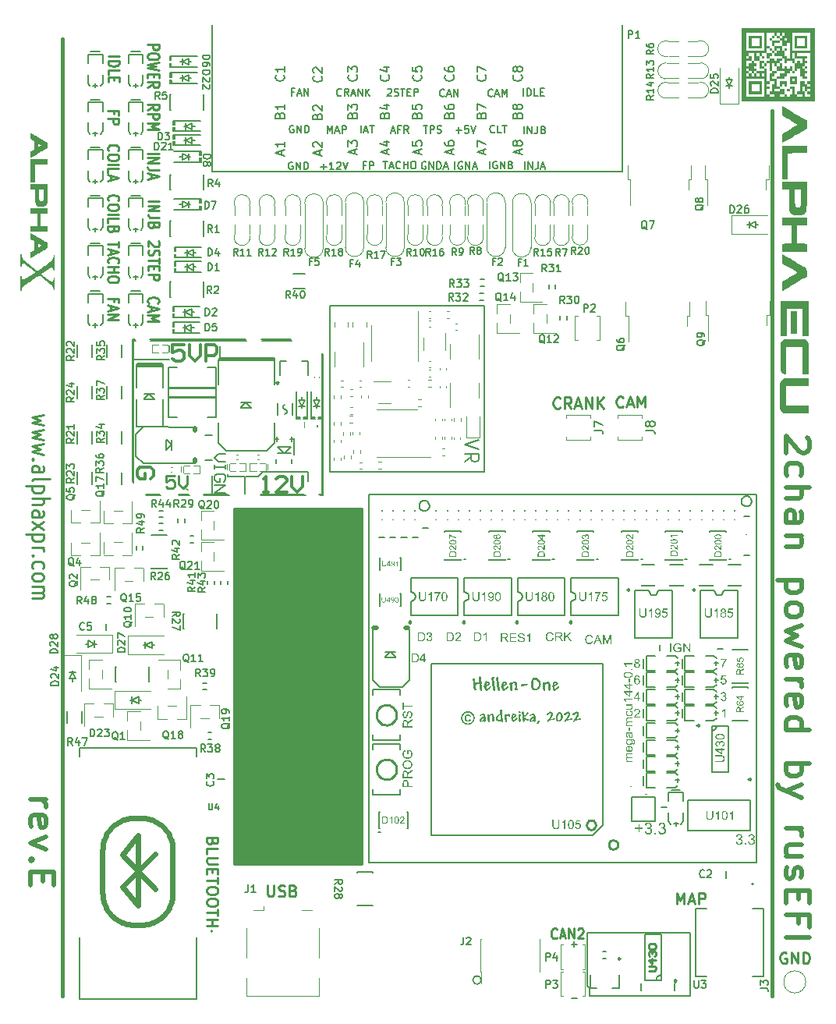
<source format=gto>
G75*
G70*
%OFA0B0*%
%FSLAX25Y25*%
%IPPOS*%
%LPD*%
%AMOC8*
5,1,8,0,0,1.08239X$1,22.5*
%
%ADD116C,0.00394*%
%ADD117C,0.01000*%
%ADD193C,0.00300*%
%ADD56C,0.00787*%
%ADD57C,0.01575*%
%ADD58C,0.01181*%
%ADD59C,0.00800*%
%ADD60C,0.01969*%
%ADD62C,0.00472*%
%ADD67C,0.01500*%
%ADD68C,0.00984*%
%ADD69C,0.00669*%
%ADD70C,0.00500*%
%ADD71C,0.00591*%
%ADD72C,0.00390*%
%ADD73C,0.02484*%
%ADD76C,0.01968*%
X0000000Y0000000D02*
%LPD*%
G01*
D67*
X0322835Y0002362D02*
X0322835Y0380709D01*
X0019685Y0002362D02*
X0019685Y0411417D01*
D68*
X0147638Y0210433D02*
X0092913Y0210433D01*
X0092913Y0210433D02*
X0092913Y0058661D01*
X0092913Y0058661D02*
X0147638Y0058661D01*
X0147638Y0058661D02*
X0147638Y0210433D01*
G36*
X0147638Y0210433D02*
G01*
X0092913Y0210433D01*
X0092913Y0058661D01*
X0147638Y0058661D01*
X0147638Y0210433D01*
G37*
D69*
X0216969Y0370839D02*
X0216969Y0373989D01*
X0218468Y0370839D02*
X0218468Y0373989D01*
X0220268Y0370839D01*
X0220268Y0373989D01*
X0222668Y0373989D02*
X0222668Y0371739D01*
X0222518Y0371289D01*
X0222218Y0370989D01*
X0221768Y0370839D01*
X0221468Y0370839D01*
X0225218Y0372489D02*
X0225667Y0372339D01*
X0225817Y0372189D01*
X0225967Y0371889D01*
X0225967Y0371439D01*
X0225817Y0371139D01*
X0225667Y0370989D01*
X0225367Y0370839D01*
X0224168Y0370839D01*
X0224168Y0373989D01*
X0225218Y0373989D01*
X0225517Y0373839D01*
X0225667Y0373689D01*
X0225817Y0373389D01*
X0225817Y0373089D01*
X0225667Y0372789D01*
X0225517Y0372639D01*
X0225218Y0372489D01*
X0224168Y0372489D01*
X0182904Y0386922D02*
X0182754Y0386772D01*
X0182304Y0386622D01*
X0182004Y0386622D01*
X0181555Y0386772D01*
X0181255Y0387072D01*
X0181105Y0387372D01*
X0180955Y0387972D01*
X0180955Y0388422D01*
X0181105Y0389022D01*
X0181255Y0389322D01*
X0181555Y0389622D01*
X0182004Y0389772D01*
X0182304Y0389772D01*
X0182754Y0389622D01*
X0182904Y0389472D01*
X0184104Y0387522D02*
X0185604Y0387522D01*
X0183804Y0386622D02*
X0184854Y0389772D01*
X0185904Y0386622D01*
X0186954Y0386622D02*
X0186954Y0389772D01*
X0188754Y0386622D01*
X0188754Y0389772D01*
X0237156Y0001226D02*
X0239616Y0001226D01*
X0118073Y0358465D02*
X0117773Y0358615D01*
X0117323Y0358615D01*
X0116873Y0358465D01*
X0116573Y0358165D01*
X0116423Y0357865D01*
X0116273Y0357265D01*
X0116273Y0356815D01*
X0116423Y0356215D01*
X0116573Y0355915D01*
X0116873Y0355615D01*
X0117323Y0355465D01*
X0117623Y0355465D01*
X0118073Y0355615D01*
X0118223Y0355765D01*
X0118223Y0356815D01*
X0117623Y0356815D01*
X0119573Y0355465D02*
X0119573Y0358615D01*
X0121372Y0355465D01*
X0121372Y0358615D01*
X0122872Y0355465D02*
X0122872Y0358615D01*
X0123622Y0358615D01*
X0124072Y0358465D01*
X0124372Y0358165D01*
X0124522Y0357865D01*
X0124672Y0357265D01*
X0124672Y0356815D01*
X0124522Y0356215D01*
X0124372Y0355915D01*
X0124072Y0355615D01*
X0123622Y0355465D01*
X0122872Y0355465D01*
D68*
X0056580Y0298388D02*
X0056355Y0298575D01*
X0056130Y0299138D01*
X0056130Y0299513D01*
X0056355Y0300075D01*
X0056805Y0300450D01*
X0057255Y0300637D01*
X0058155Y0300825D01*
X0058830Y0300825D01*
X0059730Y0300637D01*
X0060180Y0300450D01*
X0060630Y0300075D01*
X0060855Y0299513D01*
X0060855Y0299138D01*
X0060630Y0298575D01*
X0060405Y0298388D01*
X0057480Y0296888D02*
X0057480Y0295013D01*
X0056130Y0297263D02*
X0060855Y0295951D01*
X0056130Y0294638D01*
X0056130Y0293326D02*
X0060855Y0293326D01*
X0057480Y0292014D01*
X0060855Y0290701D01*
X0056130Y0290701D01*
D69*
X0237235Y0024415D02*
X0239694Y0024415D01*
X0238465Y0023185D02*
X0238465Y0025645D01*
D68*
X0060602Y0324784D02*
X0060827Y0324597D01*
X0061052Y0324222D01*
X0061052Y0323285D01*
X0060827Y0322910D01*
X0060602Y0322722D01*
X0060152Y0322535D01*
X0059702Y0322535D01*
X0059027Y0322722D01*
X0056327Y0324972D01*
X0056327Y0322535D01*
X0056552Y0321035D02*
X0056327Y0320472D01*
X0056327Y0319535D01*
X0056552Y0319160D01*
X0056777Y0318973D01*
X0057227Y0318785D01*
X0057677Y0318785D01*
X0058127Y0318973D01*
X0058352Y0319160D01*
X0058577Y0319535D01*
X0058802Y0320285D01*
X0059027Y0320660D01*
X0059252Y0320847D01*
X0059702Y0321035D01*
X0060152Y0321035D01*
X0060602Y0320847D01*
X0060827Y0320660D01*
X0061052Y0320285D01*
X0061052Y0319348D01*
X0060827Y0318785D01*
X0061052Y0317660D02*
X0061052Y0315411D01*
X0056327Y0316535D02*
X0061052Y0316535D01*
X0058802Y0314098D02*
X0058802Y0312786D01*
X0056327Y0312223D02*
X0056327Y0314098D01*
X0061052Y0314098D01*
X0061052Y0312223D01*
X0056327Y0310536D02*
X0061052Y0310536D01*
X0061052Y0309036D01*
X0060827Y0308661D01*
X0060602Y0308474D01*
X0060152Y0308286D01*
X0059477Y0308286D01*
X0059027Y0308474D01*
X0058802Y0308661D01*
X0058577Y0309036D01*
X0058577Y0310536D01*
X0056130Y0380952D02*
X0058380Y0382265D01*
X0056130Y0383202D02*
X0060855Y0383202D01*
X0060855Y0381702D01*
X0060630Y0381327D01*
X0060405Y0381140D01*
X0059955Y0380952D01*
X0059280Y0380952D01*
X0058830Y0381140D01*
X0058605Y0381327D01*
X0058380Y0381702D01*
X0058380Y0383202D01*
X0056130Y0379265D02*
X0060855Y0379265D01*
X0060855Y0377765D01*
X0060630Y0377390D01*
X0060405Y0377203D01*
X0059955Y0377015D01*
X0059280Y0377015D01*
X0058830Y0377203D01*
X0058605Y0377390D01*
X0058380Y0377765D01*
X0058380Y0379265D01*
X0056130Y0375328D02*
X0060855Y0375328D01*
X0057480Y0374016D01*
X0060855Y0372703D01*
X0056130Y0372703D01*
D69*
X0158527Y0389797D02*
X0158677Y0389947D01*
X0158977Y0390097D01*
X0159727Y0390097D01*
X0160027Y0389947D01*
X0160176Y0389797D01*
X0160326Y0389497D01*
X0160326Y0389197D01*
X0160176Y0388747D01*
X0158377Y0386947D01*
X0160326Y0386947D01*
X0161526Y0387097D02*
X0161976Y0386947D01*
X0162726Y0386947D01*
X0163026Y0387097D01*
X0163176Y0387247D01*
X0163326Y0387547D01*
X0163326Y0387847D01*
X0163176Y0388147D01*
X0163026Y0388297D01*
X0162726Y0388447D01*
X0162126Y0388597D01*
X0161826Y0388747D01*
X0161676Y0388897D01*
X0161526Y0389197D01*
X0161526Y0389497D01*
X0161676Y0389797D01*
X0161826Y0389947D01*
X0162126Y0390097D01*
X0162876Y0390097D01*
X0163326Y0389947D01*
X0164226Y0390097D02*
X0166026Y0390097D01*
X0165126Y0386947D02*
X0165126Y0390097D01*
X0167076Y0388597D02*
X0168125Y0388597D01*
X0168575Y0386947D02*
X0167076Y0386947D01*
X0167076Y0390097D01*
X0168575Y0390097D01*
X0169925Y0386947D02*
X0169925Y0390097D01*
X0171125Y0390097D01*
X0171425Y0389947D01*
X0171575Y0389797D01*
X0171725Y0389497D01*
X0171725Y0389047D01*
X0171575Y0388747D01*
X0171425Y0388597D01*
X0171125Y0388447D01*
X0169925Y0388447D01*
D68*
X0056130Y0362336D02*
X0060855Y0362336D01*
X0056130Y0360461D02*
X0060855Y0360461D01*
X0056130Y0358211D01*
X0060855Y0358211D01*
X0060855Y0355212D02*
X0057480Y0355212D01*
X0056805Y0355399D01*
X0056355Y0355774D01*
X0056130Y0356337D01*
X0056130Y0356712D01*
X0057480Y0353525D02*
X0057480Y0351650D01*
X0056130Y0353900D02*
X0060855Y0352587D01*
X0056130Y0351275D01*
D69*
X0138819Y0387247D02*
X0138669Y0387097D01*
X0138219Y0386947D01*
X0137919Y0386947D01*
X0137469Y0387097D01*
X0137169Y0387397D01*
X0137019Y0387697D01*
X0136869Y0388297D01*
X0136869Y0388747D01*
X0137019Y0389347D01*
X0137169Y0389647D01*
X0137469Y0389947D01*
X0137919Y0390097D01*
X0138219Y0390097D01*
X0138669Y0389947D01*
X0138819Y0389797D01*
X0141968Y0386947D02*
X0140919Y0388447D01*
X0140169Y0386947D02*
X0140169Y0390097D01*
X0141368Y0390097D01*
X0141668Y0389947D01*
X0141818Y0389797D01*
X0141968Y0389497D01*
X0141968Y0389047D01*
X0141818Y0388747D01*
X0141668Y0388597D01*
X0141368Y0388447D01*
X0140169Y0388447D01*
X0143168Y0387847D02*
X0144668Y0387847D01*
X0142868Y0386947D02*
X0143918Y0390097D01*
X0144968Y0386947D01*
X0146018Y0386947D02*
X0146018Y0390097D01*
X0147818Y0386947D01*
X0147818Y0390097D01*
X0149317Y0386947D02*
X0149317Y0390097D01*
X0151117Y0386947D02*
X0149767Y0388747D01*
X0151117Y0390097D02*
X0149317Y0388297D01*
X0132923Y0371020D02*
X0132923Y0374169D01*
X0133973Y0371920D01*
X0135023Y0374169D01*
X0135023Y0371020D01*
X0136373Y0371920D02*
X0137873Y0371920D01*
X0136073Y0371020D02*
X0137123Y0374169D01*
X0138173Y0371020D01*
X0139222Y0371020D02*
X0139222Y0374169D01*
X0140422Y0374169D01*
X0140722Y0374019D01*
X0140872Y0373869D01*
X0141022Y0373569D01*
X0141022Y0373119D01*
X0140872Y0372820D01*
X0140722Y0372670D01*
X0140422Y0372520D01*
X0139222Y0372520D01*
D68*
X0039454Y0342154D02*
X0039229Y0342342D01*
X0039004Y0342904D01*
X0039004Y0343279D01*
X0039229Y0343841D01*
X0039679Y0344216D01*
X0040129Y0344404D01*
X0041029Y0344591D01*
X0041704Y0344591D01*
X0042604Y0344404D01*
X0043054Y0344216D01*
X0043504Y0343841D01*
X0043729Y0343279D01*
X0043729Y0342904D01*
X0043504Y0342342D01*
X0043279Y0342154D01*
X0043729Y0339717D02*
X0043729Y0338967D01*
X0043504Y0338592D01*
X0043054Y0338217D01*
X0042154Y0338030D01*
X0040579Y0338030D01*
X0039679Y0338217D01*
X0039229Y0338592D01*
X0039004Y0338967D01*
X0039004Y0339717D01*
X0039229Y0340092D01*
X0039679Y0340467D01*
X0040579Y0340654D01*
X0042154Y0340654D01*
X0043054Y0340467D01*
X0043504Y0340092D01*
X0043729Y0339717D01*
X0039004Y0336342D02*
X0043729Y0336342D01*
X0039004Y0332593D02*
X0039004Y0334468D01*
X0043729Y0334468D01*
X0041479Y0329968D02*
X0041254Y0329406D01*
X0041029Y0329218D01*
X0040579Y0329031D01*
X0039904Y0329031D01*
X0039454Y0329218D01*
X0039229Y0329406D01*
X0039004Y0329781D01*
X0039004Y0331280D01*
X0043729Y0331280D01*
X0043729Y0329968D01*
X0043504Y0329593D01*
X0043279Y0329406D01*
X0042829Y0329218D01*
X0042379Y0329218D01*
X0041929Y0329406D01*
X0041704Y0329593D01*
X0041479Y0329968D01*
X0041479Y0331280D01*
D69*
X0130081Y0356665D02*
X0132480Y0356665D01*
X0131280Y0355465D02*
X0131280Y0357865D01*
X0135630Y0355465D02*
X0133830Y0355465D01*
X0134730Y0355465D02*
X0134730Y0358615D01*
X0134430Y0358165D01*
X0134130Y0357865D01*
X0133830Y0357715D01*
X0136830Y0358315D02*
X0136980Y0358465D01*
X0137280Y0358615D01*
X0138030Y0358615D01*
X0138330Y0358465D01*
X0138480Y0358315D01*
X0138630Y0358015D01*
X0138630Y0357715D01*
X0138480Y0357265D01*
X0136680Y0355465D01*
X0138630Y0355465D01*
X0139529Y0358615D02*
X0140579Y0355465D01*
X0141629Y0358615D01*
D68*
X0232396Y0253825D02*
X0232171Y0253600D01*
X0231496Y0253375D01*
X0231046Y0253375D01*
X0230371Y0253600D01*
X0229921Y0254049D01*
X0229696Y0254499D01*
X0229471Y0255399D01*
X0229471Y0256074D01*
X0229696Y0256974D01*
X0229921Y0257424D01*
X0230371Y0257874D01*
X0231046Y0258099D01*
X0231496Y0258099D01*
X0232171Y0257874D01*
X0232396Y0257649D01*
X0237120Y0253375D02*
X0235546Y0255624D01*
X0234421Y0253375D02*
X0234421Y0258099D01*
X0236220Y0258099D01*
X0236670Y0257874D01*
X0236895Y0257649D01*
X0237120Y0257199D01*
X0237120Y0256524D01*
X0236895Y0256074D01*
X0236670Y0255849D01*
X0236220Y0255624D01*
X0234421Y0255624D01*
X0238920Y0254724D02*
X0241170Y0254724D01*
X0238470Y0253375D02*
X0240045Y0258099D01*
X0241620Y0253375D01*
X0243195Y0253375D02*
X0243195Y0258099D01*
X0245894Y0253375D01*
X0245894Y0258099D01*
X0248144Y0253375D02*
X0248144Y0258099D01*
X0250844Y0253375D02*
X0248819Y0256074D01*
X0250844Y0258099D02*
X0248144Y0255399D01*
D69*
X0187355Y0355622D02*
X0187355Y0358772D01*
X0190504Y0358622D02*
X0190204Y0358772D01*
X0189754Y0358772D01*
X0189304Y0358622D01*
X0189004Y0358322D01*
X0188855Y0358022D01*
X0188705Y0357422D01*
X0188705Y0356972D01*
X0188855Y0356372D01*
X0189004Y0356072D01*
X0189304Y0355772D01*
X0189754Y0355622D01*
X0190054Y0355622D01*
X0190504Y0355772D01*
X0190654Y0355922D01*
X0190654Y0356972D01*
X0190054Y0356972D01*
X0192004Y0355622D02*
X0192004Y0358772D01*
X0193804Y0355622D01*
X0193804Y0358772D01*
X0195154Y0356522D02*
X0196654Y0356522D01*
X0194854Y0355622D02*
X0195904Y0358772D01*
X0196954Y0355622D01*
X0160237Y0371992D02*
X0161737Y0371992D01*
X0159938Y0371093D02*
X0160987Y0374242D01*
X0162037Y0371093D01*
X0164137Y0372742D02*
X0163087Y0372742D01*
X0163087Y0371093D02*
X0163087Y0374242D01*
X0164587Y0374242D01*
X0167587Y0371093D02*
X0166537Y0372592D01*
X0165787Y0371093D02*
X0165787Y0374242D01*
X0166987Y0374242D01*
X0167287Y0374092D01*
X0167437Y0373942D01*
X0167587Y0373642D01*
X0167587Y0373192D01*
X0167437Y0372892D01*
X0167287Y0372742D01*
X0166987Y0372592D01*
X0165787Y0372592D01*
D60*
X0005876Y0086102D02*
X0012700Y0086102D01*
X0010750Y0086102D02*
X0011725Y0085559D01*
X0012213Y0085015D01*
X0012700Y0083928D01*
X0012700Y0082840D01*
X0006363Y0074685D02*
X0005876Y0075772D01*
X0005876Y0077947D01*
X0006363Y0079034D01*
X0007338Y0079578D01*
X0011238Y0079578D01*
X0012213Y0079034D01*
X0012700Y0077947D01*
X0012700Y0075772D01*
X0012213Y0074685D01*
X0011238Y0074141D01*
X0010263Y0074141D01*
X0009288Y0079578D01*
X0012700Y0070336D02*
X0005876Y0067617D01*
X0012700Y0064899D01*
X0006851Y0060549D02*
X0006363Y0060006D01*
X0005876Y0060549D01*
X0006363Y0061093D01*
X0006851Y0060549D01*
X0005876Y0060549D01*
X0011238Y0055112D02*
X0011238Y0051307D01*
X0005876Y0049676D02*
X0005876Y0055112D01*
X0016112Y0055112D01*
X0016112Y0049676D01*
D68*
X0041479Y0379162D02*
X0041479Y0380474D01*
X0039004Y0380474D02*
X0043729Y0380474D01*
X0043729Y0378600D01*
X0039004Y0377100D02*
X0043729Y0377100D01*
X0043729Y0375600D01*
X0043504Y0375225D01*
X0043279Y0375037D01*
X0042829Y0374850D01*
X0042154Y0374850D01*
X0041704Y0375037D01*
X0041479Y0375225D01*
X0041254Y0375600D01*
X0041254Y0377100D01*
D60*
X0338095Y0240916D02*
X0338583Y0240372D01*
X0339070Y0239285D01*
X0339070Y0236566D01*
X0338583Y0235479D01*
X0338095Y0234935D01*
X0337120Y0234392D01*
X0336145Y0234392D01*
X0334683Y0234935D01*
X0328834Y0241460D01*
X0328834Y0234392D01*
X0329321Y0224605D02*
X0328834Y0225693D01*
X0328834Y0227867D01*
X0329321Y0228955D01*
X0329809Y0229499D01*
X0330784Y0230042D01*
X0333708Y0230042D01*
X0334683Y0229499D01*
X0335171Y0228955D01*
X0335658Y0227867D01*
X0335658Y0225693D01*
X0335171Y0224605D01*
X0328834Y0219712D02*
X0339070Y0219712D01*
X0328834Y0214819D02*
X0334196Y0214819D01*
X0335171Y0215363D01*
X0335658Y0216450D01*
X0335658Y0218081D01*
X0335171Y0219169D01*
X0334683Y0219712D01*
X0328834Y0204489D02*
X0334196Y0204489D01*
X0335171Y0205033D01*
X0335658Y0206120D01*
X0335658Y0208295D01*
X0335171Y0209382D01*
X0329321Y0204489D02*
X0328834Y0205576D01*
X0328834Y0208295D01*
X0329321Y0209382D01*
X0330296Y0209926D01*
X0331271Y0209926D01*
X0332246Y0209382D01*
X0332733Y0208295D01*
X0332733Y0205576D01*
X0333221Y0204489D01*
X0335658Y0199052D02*
X0328834Y0199052D01*
X0334683Y0199052D02*
X0335171Y0198509D01*
X0335658Y0197421D01*
X0335658Y0195790D01*
X0335171Y0194703D01*
X0334196Y0194159D01*
X0328834Y0194159D01*
X0335658Y0180023D02*
X0325422Y0180023D01*
X0335171Y0180023D02*
X0335658Y0178936D01*
X0335658Y0176761D01*
X0335171Y0175674D01*
X0334683Y0175130D01*
X0333708Y0174587D01*
X0330784Y0174587D01*
X0329809Y0175130D01*
X0329321Y0175674D01*
X0328834Y0176761D01*
X0328834Y0178936D01*
X0329321Y0180023D01*
X0328834Y0168062D02*
X0329321Y0169150D01*
X0329809Y0169693D01*
X0330784Y0170237D01*
X0333708Y0170237D01*
X0334683Y0169693D01*
X0335171Y0169150D01*
X0335658Y0168062D01*
X0335658Y0166431D01*
X0335171Y0165344D01*
X0334683Y0164800D01*
X0333708Y0164257D01*
X0330784Y0164257D01*
X0329809Y0164800D01*
X0329321Y0165344D01*
X0328834Y0166431D01*
X0328834Y0168062D01*
X0335658Y0160451D02*
X0328834Y0158276D01*
X0333708Y0156101D01*
X0328834Y0153927D01*
X0335658Y0151752D01*
X0329321Y0143053D02*
X0328834Y0144140D01*
X0328834Y0146315D01*
X0329321Y0147403D01*
X0330296Y0147946D01*
X0334196Y0147946D01*
X0335171Y0147403D01*
X0335658Y0146315D01*
X0335658Y0144140D01*
X0335171Y0143053D01*
X0334196Y0142509D01*
X0333221Y0142509D01*
X0332246Y0147946D01*
X0328834Y0137616D02*
X0335658Y0137616D01*
X0333708Y0137616D02*
X0334683Y0137073D01*
X0335171Y0136529D01*
X0335658Y0135442D01*
X0335658Y0134354D01*
X0329321Y0126199D02*
X0328834Y0127286D01*
X0328834Y0129461D01*
X0329321Y0130548D01*
X0330296Y0131092D01*
X0334196Y0131092D01*
X0335171Y0130548D01*
X0335658Y0129461D01*
X0335658Y0127286D01*
X0335171Y0126199D01*
X0334196Y0125655D01*
X0333221Y0125655D01*
X0332246Y0131092D01*
X0328834Y0115869D02*
X0339070Y0115869D01*
X0329321Y0115869D02*
X0328834Y0116956D01*
X0328834Y0119131D01*
X0329321Y0120218D01*
X0329809Y0120762D01*
X0330784Y0121306D01*
X0333708Y0121306D01*
X0334683Y0120762D01*
X0335171Y0120218D01*
X0335658Y0119131D01*
X0335658Y0116956D01*
X0335171Y0115869D01*
X0328834Y0101733D02*
X0339070Y0101733D01*
X0335171Y0101733D02*
X0335658Y0100646D01*
X0335658Y0098471D01*
X0335171Y0097384D01*
X0334683Y0096840D01*
X0333708Y0096296D01*
X0330784Y0096296D01*
X0329809Y0096840D01*
X0329321Y0097384D01*
X0328834Y0098471D01*
X0328834Y0100646D01*
X0329321Y0101733D01*
X0335658Y0092491D02*
X0328834Y0089772D01*
X0335658Y0087054D02*
X0328834Y0089772D01*
X0326397Y0090860D01*
X0325909Y0091403D01*
X0325422Y0092491D01*
X0328834Y0074005D02*
X0335658Y0074005D01*
X0333708Y0074005D02*
X0334683Y0073462D01*
X0335171Y0072918D01*
X0335658Y0071831D01*
X0335658Y0070743D01*
X0335658Y0062044D02*
X0328834Y0062044D01*
X0335658Y0066938D02*
X0330296Y0066938D01*
X0329321Y0066394D01*
X0328834Y0065307D01*
X0328834Y0063675D01*
X0329321Y0062588D01*
X0329809Y0062044D01*
X0329321Y0057151D02*
X0328834Y0056064D01*
X0328834Y0053889D01*
X0329321Y0052802D01*
X0330296Y0052258D01*
X0330784Y0052258D01*
X0331759Y0052802D01*
X0332246Y0053889D01*
X0332246Y0055520D01*
X0332733Y0056608D01*
X0333708Y0057151D01*
X0334196Y0057151D01*
X0335171Y0056608D01*
X0335658Y0055520D01*
X0335658Y0053889D01*
X0335171Y0052802D01*
X0334196Y0047365D02*
X0334196Y0043559D01*
X0328834Y0041928D02*
X0328834Y0047365D01*
X0339070Y0047365D01*
X0339070Y0041928D01*
X0334196Y0033229D02*
X0334196Y0037035D01*
X0328834Y0037035D02*
X0339070Y0037035D01*
X0339070Y0031598D01*
X0328834Y0027249D02*
X0339070Y0027249D01*
D69*
X0118620Y0388681D02*
X0117570Y0388681D01*
X0117570Y0387032D02*
X0117570Y0390181D01*
X0119070Y0390181D01*
X0120120Y0387932D02*
X0121620Y0387932D01*
X0119820Y0387032D02*
X0120870Y0390181D01*
X0121920Y0387032D01*
X0122970Y0387032D02*
X0122970Y0390181D01*
X0124769Y0387032D01*
X0124769Y0390181D01*
X0118461Y0374140D02*
X0118161Y0374290D01*
X0117711Y0374290D01*
X0117261Y0374140D01*
X0116961Y0373840D01*
X0116811Y0373540D01*
X0116661Y0372940D01*
X0116661Y0372490D01*
X0116811Y0371890D01*
X0116961Y0371590D01*
X0117261Y0371290D01*
X0117711Y0371140D01*
X0118011Y0371140D01*
X0118461Y0371290D01*
X0118611Y0371440D01*
X0118611Y0372490D01*
X0118011Y0372490D01*
X0119961Y0371140D02*
X0119961Y0374290D01*
X0121761Y0371140D01*
X0121761Y0374290D01*
X0123260Y0371140D02*
X0123260Y0374290D01*
X0124010Y0374290D01*
X0124460Y0374140D01*
X0124760Y0373840D01*
X0124910Y0373540D01*
X0125060Y0372940D01*
X0125060Y0372490D01*
X0124910Y0371890D01*
X0124760Y0371590D01*
X0124460Y0371290D01*
X0124010Y0371140D01*
X0123260Y0371140D01*
X0203496Y0386946D02*
X0203346Y0386796D01*
X0202896Y0386646D01*
X0202596Y0386646D01*
X0202146Y0386796D01*
X0201846Y0387096D01*
X0201696Y0387396D01*
X0201546Y0387996D01*
X0201546Y0388446D01*
X0201696Y0389046D01*
X0201846Y0389346D01*
X0202146Y0389646D01*
X0202596Y0389796D01*
X0202896Y0389796D01*
X0203346Y0389646D01*
X0203496Y0389496D01*
X0204695Y0387546D02*
X0206195Y0387546D01*
X0204395Y0386646D02*
X0205445Y0389796D01*
X0206495Y0386646D01*
X0207545Y0386646D02*
X0207545Y0389796D01*
X0208595Y0387546D01*
X0209645Y0389796D01*
X0209645Y0386646D01*
D68*
X0259336Y0254218D02*
X0259111Y0253993D01*
X0258436Y0253768D01*
X0257987Y0253768D01*
X0257312Y0253993D01*
X0256862Y0254443D01*
X0256637Y0254893D01*
X0256412Y0255793D01*
X0256412Y0256468D01*
X0256637Y0257368D01*
X0256862Y0257818D01*
X0257312Y0258268D01*
X0257987Y0258493D01*
X0258436Y0258493D01*
X0259111Y0258268D01*
X0259336Y0258043D01*
X0261136Y0255118D02*
X0263386Y0255118D01*
X0260686Y0253768D02*
X0262261Y0258493D01*
X0263836Y0253768D01*
X0265411Y0253768D02*
X0265411Y0258493D01*
X0266985Y0255118D01*
X0268560Y0258493D01*
X0268560Y0253768D01*
D69*
X0217278Y0355623D02*
X0217278Y0358773D01*
X0218778Y0355623D02*
X0218778Y0358773D01*
X0220578Y0355623D01*
X0220578Y0358773D01*
X0222977Y0358773D02*
X0222977Y0356523D01*
X0222827Y0356073D01*
X0222527Y0355773D01*
X0222077Y0355623D01*
X0221777Y0355623D01*
X0224327Y0356523D02*
X0225827Y0356523D01*
X0224027Y0355623D02*
X0225077Y0358773D01*
X0226127Y0355623D01*
X0187842Y0372292D02*
X0190242Y0372292D01*
X0189042Y0371093D02*
X0189042Y0373492D01*
X0193242Y0374242D02*
X0191742Y0374242D01*
X0191592Y0372742D01*
X0191742Y0372892D01*
X0192042Y0373042D01*
X0192792Y0373042D01*
X0193092Y0372892D01*
X0193242Y0372742D01*
X0193392Y0372442D01*
X0193392Y0371692D01*
X0193242Y0371392D01*
X0193092Y0371243D01*
X0192792Y0371093D01*
X0192042Y0371093D01*
X0191742Y0371243D01*
X0191592Y0371392D01*
X0194291Y0374242D02*
X0195341Y0371093D01*
X0196391Y0374242D01*
X0147315Y0371130D02*
X0147315Y0374279D01*
X0148665Y0372030D02*
X0150165Y0372030D01*
X0148365Y0371130D02*
X0149415Y0374279D01*
X0150465Y0371130D01*
X0151065Y0374279D02*
X0152864Y0374279D01*
X0151964Y0371130D02*
X0151964Y0374279D01*
X0216780Y0386984D02*
X0216780Y0390134D01*
X0218280Y0386984D02*
X0218280Y0390134D01*
X0219030Y0390134D01*
X0219480Y0389984D01*
X0219780Y0389684D01*
X0219930Y0389384D01*
X0220080Y0388784D01*
X0220080Y0388334D01*
X0219930Y0387734D01*
X0219780Y0387434D01*
X0219480Y0387134D01*
X0219030Y0386984D01*
X0218280Y0386984D01*
X0222930Y0386984D02*
X0221430Y0386984D01*
X0221430Y0390134D01*
X0223980Y0388634D02*
X0225029Y0388634D01*
X0225479Y0386984D02*
X0223980Y0386984D01*
X0223980Y0390134D01*
X0225479Y0390134D01*
D68*
X0107302Y0049591D02*
X0107302Y0045767D01*
X0107527Y0045317D01*
X0107752Y0045092D01*
X0108202Y0044867D01*
X0109102Y0044867D01*
X0109552Y0045092D01*
X0109777Y0045317D01*
X0110002Y0045767D01*
X0110002Y0049591D01*
X0112026Y0045092D02*
X0112701Y0044867D01*
X0113826Y0044867D01*
X0114276Y0045092D01*
X0114501Y0045317D01*
X0114726Y0045767D01*
X0114726Y0046217D01*
X0114501Y0046667D01*
X0114276Y0046892D01*
X0113826Y0047117D01*
X0112926Y0047342D01*
X0112476Y0047567D01*
X0112251Y0047792D01*
X0112026Y0048242D01*
X0112026Y0048692D01*
X0112251Y0049141D01*
X0112476Y0049366D01*
X0112926Y0049591D01*
X0114051Y0049591D01*
X0114726Y0049366D01*
X0118326Y0047342D02*
X0119001Y0047117D01*
X0119226Y0046892D01*
X0119451Y0046442D01*
X0119451Y0045767D01*
X0119226Y0045317D01*
X0119001Y0045092D01*
X0118551Y0044867D01*
X0116751Y0044867D01*
X0116751Y0049591D01*
X0118326Y0049591D01*
X0118776Y0049366D01*
X0119001Y0049141D01*
X0119226Y0048692D01*
X0119226Y0048242D01*
X0119001Y0047792D01*
X0118776Y0047567D01*
X0118326Y0047342D01*
X0116751Y0047342D01*
X0041479Y0299053D02*
X0041479Y0300366D01*
X0039004Y0300366D02*
X0043729Y0300366D01*
X0043729Y0298491D01*
X0040354Y0297178D02*
X0040354Y0295304D01*
X0039004Y0297553D02*
X0043729Y0296241D01*
X0039004Y0294929D01*
X0039004Y0293616D02*
X0043729Y0293616D01*
X0039004Y0291367D01*
X0043729Y0291367D01*
X0329078Y0020669D02*
X0328628Y0020894D01*
X0327953Y0020894D01*
X0327278Y0020669D01*
X0326828Y0020219D01*
X0326603Y0019769D01*
X0326378Y0018870D01*
X0326378Y0018195D01*
X0326603Y0017295D01*
X0326828Y0016845D01*
X0327278Y0016395D01*
X0327953Y0016170D01*
X0328403Y0016170D01*
X0329078Y0016395D01*
X0329303Y0016620D01*
X0329303Y0018195D01*
X0328403Y0018195D01*
X0331327Y0016170D02*
X0331327Y0020894D01*
X0334027Y0016170D01*
X0334027Y0020894D01*
X0336277Y0016170D02*
X0336277Y0020894D01*
X0337402Y0020894D01*
X0338076Y0020669D01*
X0338526Y0020219D01*
X0338751Y0019769D01*
X0338976Y0018870D01*
X0338976Y0018195D01*
X0338751Y0017295D01*
X0338526Y0016845D01*
X0338076Y0016395D01*
X0337402Y0016170D01*
X0336277Y0016170D01*
D69*
X0204340Y0371562D02*
X0204190Y0371412D01*
X0203740Y0371262D01*
X0203440Y0371262D01*
X0202990Y0371412D01*
X0202690Y0371712D01*
X0202540Y0372011D01*
X0202390Y0372611D01*
X0202390Y0373061D01*
X0202540Y0373661D01*
X0202690Y0373961D01*
X0202990Y0374261D01*
X0203440Y0374411D01*
X0203740Y0374411D01*
X0204190Y0374261D01*
X0204340Y0374111D01*
X0207189Y0371262D02*
X0205689Y0371262D01*
X0205689Y0374411D01*
X0207789Y0374411D02*
X0209589Y0374411D01*
X0208689Y0371262D02*
X0208689Y0374411D01*
X0202223Y0355877D02*
X0202223Y0359027D01*
X0205373Y0358877D02*
X0205073Y0359027D01*
X0204623Y0359027D01*
X0204173Y0358877D01*
X0203873Y0358577D01*
X0203723Y0358277D01*
X0203573Y0357677D01*
X0203573Y0357227D01*
X0203723Y0356627D01*
X0203873Y0356327D01*
X0204173Y0356027D01*
X0204623Y0355877D01*
X0204923Y0355877D01*
X0205373Y0356027D01*
X0205523Y0356177D01*
X0205523Y0357227D01*
X0204923Y0357227D01*
X0206873Y0355877D02*
X0206873Y0359027D01*
X0208673Y0355877D01*
X0208673Y0359027D01*
X0211222Y0357527D02*
X0211672Y0357377D01*
X0211822Y0357227D01*
X0211972Y0356927D01*
X0211972Y0356477D01*
X0211822Y0356177D01*
X0211672Y0356027D01*
X0211372Y0355877D01*
X0210172Y0355877D01*
X0210172Y0359027D01*
X0211222Y0359027D01*
X0211522Y0358877D01*
X0211672Y0358727D01*
X0211822Y0358427D01*
X0211822Y0358127D01*
X0211672Y0357827D01*
X0211522Y0357677D01*
X0211222Y0357527D01*
X0210172Y0357527D01*
X0156788Y0358942D02*
X0158588Y0358942D01*
X0157688Y0355792D02*
X0157688Y0358942D01*
X0159488Y0356692D02*
X0160987Y0356692D01*
X0159188Y0355792D02*
X0160237Y0358942D01*
X0161287Y0355792D01*
X0164137Y0356092D02*
X0163987Y0355942D01*
X0163537Y0355792D01*
X0163237Y0355792D01*
X0162787Y0355942D01*
X0162487Y0356242D01*
X0162337Y0356542D01*
X0162187Y0357142D01*
X0162187Y0357592D01*
X0162337Y0358192D01*
X0162487Y0358492D01*
X0162787Y0358792D01*
X0163237Y0358942D01*
X0163537Y0358942D01*
X0163987Y0358792D01*
X0164137Y0358642D01*
X0165487Y0355792D02*
X0165487Y0358942D01*
X0165487Y0357442D02*
X0167287Y0357442D01*
X0167287Y0355792D02*
X0167287Y0358942D01*
X0169386Y0358942D02*
X0169986Y0358942D01*
X0170286Y0358792D01*
X0170586Y0358492D01*
X0170736Y0357892D01*
X0170736Y0356842D01*
X0170586Y0356242D01*
X0170286Y0355942D01*
X0169986Y0355792D01*
X0169386Y0355792D01*
X0169086Y0355942D01*
X0168786Y0356242D01*
X0168636Y0356842D01*
X0168636Y0357892D01*
X0168786Y0358492D01*
X0169086Y0358792D01*
X0169386Y0358942D01*
D68*
X0231027Y0027193D02*
X0230840Y0026987D01*
X0230277Y0026781D01*
X0229903Y0026781D01*
X0229340Y0026987D01*
X0228965Y0027400D01*
X0228778Y0027812D01*
X0228590Y0028637D01*
X0228590Y0029256D01*
X0228778Y0030081D01*
X0228965Y0030493D01*
X0229340Y0030906D01*
X0229903Y0031112D01*
X0230277Y0031112D01*
X0230840Y0030906D01*
X0231027Y0030699D01*
X0232527Y0028018D02*
X0234402Y0028018D01*
X0232152Y0026781D02*
X0233465Y0031112D01*
X0234777Y0026781D01*
X0236089Y0026781D02*
X0236089Y0031112D01*
X0238339Y0026781D01*
X0238339Y0031112D01*
X0240026Y0030699D02*
X0240214Y0030906D01*
X0240589Y0031112D01*
X0241526Y0031112D01*
X0241901Y0030906D01*
X0242088Y0030699D01*
X0242276Y0030287D01*
X0242276Y0029874D01*
X0242088Y0029256D01*
X0239839Y0026781D01*
X0242276Y0026781D01*
D69*
X0174955Y0358623D02*
X0174655Y0358773D01*
X0174205Y0358773D01*
X0173756Y0358623D01*
X0173456Y0358323D01*
X0173306Y0358023D01*
X0173156Y0357423D01*
X0173156Y0356973D01*
X0173306Y0356373D01*
X0173456Y0356073D01*
X0173756Y0355773D01*
X0174205Y0355623D01*
X0174505Y0355623D01*
X0174955Y0355773D01*
X0175105Y0355923D01*
X0175105Y0356973D01*
X0174505Y0356973D01*
X0176455Y0355623D02*
X0176455Y0358773D01*
X0178255Y0355623D01*
X0178255Y0358773D01*
X0179755Y0355623D02*
X0179755Y0358773D01*
X0180505Y0358773D01*
X0180955Y0358623D01*
X0181255Y0358323D01*
X0181405Y0358023D01*
X0181555Y0357423D01*
X0181555Y0356973D01*
X0181405Y0356373D01*
X0181255Y0356073D01*
X0180955Y0355773D01*
X0180505Y0355623D01*
X0179755Y0355623D01*
X0182754Y0356523D02*
X0184254Y0356523D01*
X0182454Y0355623D02*
X0183504Y0358773D01*
X0184554Y0355623D01*
D68*
X0011727Y0250613D02*
X0006477Y0249488D01*
X0010227Y0248363D01*
X0006477Y0247238D01*
X0011727Y0246114D01*
X0011727Y0244426D02*
X0006477Y0243301D01*
X0010227Y0242177D01*
X0006477Y0241052D01*
X0011727Y0239927D01*
X0011727Y0238240D02*
X0006477Y0237115D01*
X0010227Y0235990D01*
X0006477Y0234865D01*
X0011727Y0233740D01*
X0007227Y0231490D02*
X0006852Y0231209D01*
X0006477Y0231490D01*
X0006852Y0231772D01*
X0007227Y0231490D01*
X0006477Y0231490D01*
X0006477Y0226147D02*
X0010602Y0226147D01*
X0011352Y0226429D01*
X0011727Y0226991D01*
X0011727Y0228116D01*
X0011352Y0228678D01*
X0006852Y0226147D02*
X0006477Y0226710D01*
X0006477Y0228116D01*
X0006852Y0228678D01*
X0007602Y0228960D01*
X0008352Y0228960D01*
X0009102Y0228678D01*
X0009477Y0228116D01*
X0009477Y0226710D01*
X0009852Y0226147D01*
X0006477Y0222492D02*
X0006852Y0223054D01*
X0007602Y0223335D01*
X0014351Y0223335D01*
X0011727Y0220242D02*
X0003853Y0220242D01*
X0011352Y0220242D02*
X0011727Y0219679D01*
X0011727Y0218555D01*
X0011352Y0217992D01*
X0010977Y0217711D01*
X0010227Y0217430D01*
X0007977Y0217430D01*
X0007227Y0217711D01*
X0006852Y0217992D01*
X0006477Y0218555D01*
X0006477Y0219679D01*
X0006852Y0220242D01*
X0006477Y0214899D02*
X0014351Y0214899D01*
X0006477Y0212368D02*
X0010602Y0212368D01*
X0011352Y0212649D01*
X0011727Y0213211D01*
X0011727Y0214055D01*
X0011352Y0214618D01*
X0010977Y0214899D01*
X0006477Y0207025D02*
X0010602Y0207025D01*
X0011352Y0207306D01*
X0011727Y0207868D01*
X0011727Y0208993D01*
X0011352Y0209556D01*
X0006852Y0207025D02*
X0006477Y0207587D01*
X0006477Y0208993D01*
X0006852Y0209556D01*
X0007602Y0209837D01*
X0008352Y0209837D01*
X0009102Y0209556D01*
X0009477Y0208993D01*
X0009477Y0207587D01*
X0009852Y0207025D01*
X0006477Y0204775D02*
X0011727Y0201682D01*
X0011727Y0204775D02*
X0006477Y0201682D01*
X0011727Y0199432D02*
X0003853Y0199432D01*
X0011352Y0199432D02*
X0011727Y0198870D01*
X0011727Y0197745D01*
X0011352Y0197182D01*
X0010977Y0196901D01*
X0010227Y0196620D01*
X0007977Y0196620D01*
X0007227Y0196901D01*
X0006852Y0197182D01*
X0006477Y0197745D01*
X0006477Y0198870D01*
X0006852Y0199432D01*
X0006477Y0194089D02*
X0011727Y0194089D01*
X0010227Y0194089D02*
X0010977Y0193808D01*
X0011352Y0193526D01*
X0011727Y0192964D01*
X0011727Y0192402D01*
X0007227Y0190433D02*
X0006852Y0190152D01*
X0006477Y0190433D01*
X0006852Y0190714D01*
X0007227Y0190433D01*
X0006477Y0190433D01*
X0006852Y0185090D02*
X0006477Y0185652D01*
X0006477Y0186777D01*
X0006852Y0187340D01*
X0007227Y0187621D01*
X0007977Y0187902D01*
X0010227Y0187902D01*
X0010977Y0187621D01*
X0011352Y0187340D01*
X0011727Y0186777D01*
X0011727Y0185652D01*
X0011352Y0185090D01*
X0006477Y0181715D02*
X0006852Y0182278D01*
X0007227Y0182559D01*
X0007977Y0182840D01*
X0010227Y0182840D01*
X0010977Y0182559D01*
X0011352Y0182278D01*
X0011727Y0181715D01*
X0011727Y0180872D01*
X0011352Y0180309D01*
X0010977Y0180028D01*
X0010227Y0179747D01*
X0007977Y0179747D01*
X0007227Y0180028D01*
X0006852Y0180309D01*
X0006477Y0180872D01*
X0006477Y0181715D01*
X0006477Y0177216D02*
X0011727Y0177216D01*
X0010977Y0177216D02*
X0011352Y0176935D01*
X0011727Y0176372D01*
X0011727Y0175529D01*
X0011352Y0174966D01*
X0010602Y0174685D01*
X0006477Y0174685D01*
X0010602Y0174685D02*
X0011352Y0174404D01*
X0011727Y0173841D01*
X0011727Y0172998D01*
X0011352Y0172435D01*
X0010602Y0172154D01*
X0006477Y0172154D01*
X0043729Y0324653D02*
X0043729Y0322403D01*
X0039004Y0323528D02*
X0043729Y0323528D01*
X0040354Y0321279D02*
X0040354Y0319404D01*
X0039004Y0321654D02*
X0043729Y0320341D01*
X0039004Y0319029D01*
X0039454Y0315467D02*
X0039229Y0315654D01*
X0039004Y0316217D01*
X0039004Y0316592D01*
X0039229Y0317154D01*
X0039679Y0317529D01*
X0040129Y0317717D01*
X0041029Y0317904D01*
X0041704Y0317904D01*
X0042604Y0317717D01*
X0043054Y0317529D01*
X0043504Y0317154D01*
X0043729Y0316592D01*
X0043729Y0316217D01*
X0043504Y0315654D01*
X0043279Y0315467D01*
X0039004Y0313780D02*
X0043729Y0313780D01*
X0041479Y0313780D02*
X0041479Y0311530D01*
X0039004Y0311530D02*
X0043729Y0311530D01*
X0043729Y0308905D02*
X0043729Y0308155D01*
X0043504Y0307780D01*
X0043054Y0307405D01*
X0042154Y0307218D01*
X0040579Y0307218D01*
X0039679Y0307405D01*
X0039229Y0307780D01*
X0039004Y0308155D01*
X0039004Y0308905D01*
X0039229Y0309280D01*
X0039679Y0309655D01*
X0040579Y0309843D01*
X0042154Y0309843D01*
X0043054Y0309655D01*
X0043504Y0309280D01*
X0043729Y0308905D01*
X0056130Y0408896D02*
X0060855Y0408896D01*
X0060855Y0407396D01*
X0060630Y0407021D01*
X0060405Y0406834D01*
X0059955Y0406646D01*
X0059280Y0406646D01*
X0058830Y0406834D01*
X0058605Y0407021D01*
X0058380Y0407396D01*
X0058380Y0408896D01*
X0060855Y0404209D02*
X0060855Y0403459D01*
X0060630Y0403084D01*
X0060180Y0402709D01*
X0059280Y0402522D01*
X0057705Y0402522D01*
X0056805Y0402709D01*
X0056355Y0403084D01*
X0056130Y0403459D01*
X0056130Y0404209D01*
X0056355Y0404584D01*
X0056805Y0404959D01*
X0057705Y0405146D01*
X0059280Y0405146D01*
X0060180Y0404959D01*
X0060630Y0404584D01*
X0060855Y0404209D01*
X0060855Y0401209D02*
X0056130Y0400272D01*
X0059505Y0399522D01*
X0056130Y0398772D01*
X0060855Y0397835D01*
X0058605Y0396335D02*
X0058605Y0395022D01*
X0056130Y0394460D02*
X0056130Y0396335D01*
X0060855Y0396335D01*
X0060855Y0394460D01*
X0056130Y0390523D02*
X0058380Y0391835D01*
X0056130Y0392773D02*
X0060855Y0392773D01*
X0060855Y0391273D01*
X0060630Y0390898D01*
X0060405Y0390711D01*
X0059955Y0390523D01*
X0059280Y0390523D01*
X0058830Y0390711D01*
X0058605Y0390898D01*
X0058380Y0391273D01*
X0058380Y0392773D01*
D69*
X0173970Y0374242D02*
X0175769Y0374242D01*
X0174870Y0371093D02*
X0174870Y0374242D01*
X0176819Y0371093D02*
X0176819Y0374242D01*
X0178019Y0374242D01*
X0178319Y0374092D01*
X0178469Y0373942D01*
X0178619Y0373642D01*
X0178619Y0373192D01*
X0178469Y0372892D01*
X0178319Y0372742D01*
X0178019Y0372592D01*
X0176819Y0372592D01*
X0179819Y0371243D02*
X0180269Y0371093D01*
X0181019Y0371093D01*
X0181319Y0371243D01*
X0181469Y0371392D01*
X0181619Y0371692D01*
X0181619Y0371992D01*
X0181469Y0372292D01*
X0181319Y0372442D01*
X0181019Y0372592D01*
X0180419Y0372742D01*
X0180119Y0372892D01*
X0179969Y0373042D01*
X0179819Y0373342D01*
X0179819Y0373642D01*
X0179969Y0373942D01*
X0180119Y0374092D01*
X0180419Y0374242D01*
X0181169Y0374242D01*
X0181619Y0374092D01*
D68*
X0039454Y0363526D02*
X0039229Y0363714D01*
X0039004Y0364276D01*
X0039004Y0364651D01*
X0039229Y0365214D01*
X0039679Y0365589D01*
X0040129Y0365776D01*
X0041029Y0365964D01*
X0041704Y0365964D01*
X0042604Y0365776D01*
X0043054Y0365589D01*
X0043504Y0365214D01*
X0043729Y0364651D01*
X0043729Y0364276D01*
X0043504Y0363714D01*
X0043279Y0363526D01*
X0043729Y0361089D02*
X0043729Y0360339D01*
X0043504Y0359964D01*
X0043054Y0359589D01*
X0042154Y0359402D01*
X0040579Y0359402D01*
X0039679Y0359589D01*
X0039229Y0359964D01*
X0039004Y0360339D01*
X0039004Y0361089D01*
X0039229Y0361464D01*
X0039679Y0361839D01*
X0040579Y0362027D01*
X0042154Y0362027D01*
X0043054Y0361839D01*
X0043504Y0361464D01*
X0043729Y0361089D01*
X0039004Y0357715D02*
X0043729Y0357715D01*
X0039004Y0353965D02*
X0039004Y0355840D01*
X0043729Y0355840D01*
X0040354Y0352840D02*
X0040354Y0350966D01*
X0039004Y0353215D02*
X0043729Y0351903D01*
X0039004Y0350591D01*
D69*
X0149262Y0357273D02*
X0148212Y0357273D01*
X0148212Y0355623D02*
X0148212Y0358773D01*
X0149712Y0358773D01*
X0150912Y0355623D02*
X0150912Y0358773D01*
X0152112Y0358773D01*
X0152412Y0358623D01*
X0152562Y0358473D01*
X0152712Y0358173D01*
X0152712Y0357723D01*
X0152562Y0357423D01*
X0152412Y0357273D01*
X0152112Y0357123D01*
X0150912Y0357123D01*
D68*
X0039201Y0403768D02*
X0043926Y0403768D01*
X0039201Y0401894D02*
X0043926Y0401894D01*
X0043926Y0400956D01*
X0043701Y0400394D01*
X0043251Y0400019D01*
X0042801Y0399831D01*
X0041901Y0399644D01*
X0041226Y0399644D01*
X0040326Y0399831D01*
X0039876Y0400019D01*
X0039426Y0400394D01*
X0039201Y0400956D01*
X0039201Y0401894D01*
X0039201Y0396082D02*
X0039201Y0397957D01*
X0043926Y0397957D01*
X0041676Y0394769D02*
X0041676Y0393457D01*
X0039201Y0392895D02*
X0039201Y0394769D01*
X0043926Y0394769D01*
X0043926Y0392895D01*
X0282227Y0041564D02*
X0282227Y0046288D01*
X0283802Y0042913D01*
X0285377Y0046288D01*
X0285377Y0041564D01*
X0287402Y0042913D02*
X0289651Y0042913D01*
X0286952Y0041564D02*
X0288526Y0046288D01*
X0290101Y0041564D01*
X0291676Y0041564D02*
X0291676Y0046288D01*
X0293476Y0046288D01*
X0293926Y0046063D01*
X0294151Y0045838D01*
X0294376Y0045388D01*
X0294376Y0044713D01*
X0294151Y0044263D01*
X0293926Y0044038D01*
X0293476Y0043813D01*
X0291676Y0043813D01*
X0056327Y0341948D02*
X0061052Y0341948D01*
X0056327Y0340073D02*
X0061052Y0340073D01*
X0056327Y0337823D01*
X0061052Y0337823D01*
X0061052Y0334824D02*
X0057677Y0334824D01*
X0057002Y0335011D01*
X0056552Y0335386D01*
X0056327Y0335949D01*
X0056327Y0336324D01*
X0058802Y0331637D02*
X0058577Y0331074D01*
X0058352Y0330887D01*
X0057902Y0330699D01*
X0057227Y0330699D01*
X0056777Y0330887D01*
X0056552Y0331074D01*
X0056327Y0331449D01*
X0056327Y0332949D01*
X0061052Y0332949D01*
X0061052Y0331637D01*
X0060827Y0331262D01*
X0060602Y0331074D01*
X0060152Y0330887D01*
X0059702Y0330887D01*
X0059252Y0331074D01*
X0059027Y0331262D01*
X0058802Y0331637D01*
X0058802Y0332949D01*
X0083802Y0068391D02*
X0083577Y0067717D01*
X0083352Y0067492D01*
X0082902Y0067267D01*
X0082227Y0067267D01*
X0081777Y0067492D01*
X0081552Y0067717D01*
X0081327Y0068166D01*
X0081327Y0069966D01*
X0086052Y0069966D01*
X0086052Y0068391D01*
X0085827Y0067942D01*
X0085602Y0067717D01*
X0085152Y0067492D01*
X0084702Y0067492D01*
X0084252Y0067717D01*
X0084027Y0067942D01*
X0083802Y0068391D01*
X0083802Y0069966D01*
X0081327Y0062992D02*
X0081327Y0065242D01*
X0086052Y0065242D01*
X0086052Y0061417D02*
X0082227Y0061417D01*
X0081777Y0061192D01*
X0081552Y0060967D01*
X0081327Y0060517D01*
X0081327Y0059618D01*
X0081552Y0059168D01*
X0081777Y0058943D01*
X0082227Y0058718D01*
X0086052Y0058718D01*
X0083802Y0056468D02*
X0083802Y0054893D01*
X0081327Y0054218D02*
X0081327Y0056468D01*
X0086052Y0056468D01*
X0086052Y0054218D01*
X0086052Y0052868D02*
X0086052Y0050169D01*
X0081327Y0051519D02*
X0086052Y0051519D01*
X0086052Y0047694D02*
X0086052Y0046794D01*
X0085827Y0046344D01*
X0085377Y0045894D01*
X0084477Y0045669D01*
X0082902Y0045669D01*
X0082002Y0045894D01*
X0081552Y0046344D01*
X0081327Y0046794D01*
X0081327Y0047694D01*
X0081552Y0048144D01*
X0082002Y0048594D01*
X0082902Y0048819D01*
X0084477Y0048819D01*
X0085377Y0048594D01*
X0085827Y0048144D01*
X0086052Y0047694D01*
X0086052Y0042745D02*
X0086052Y0041845D01*
X0085827Y0041395D01*
X0085377Y0040945D01*
X0084477Y0040720D01*
X0082902Y0040720D01*
X0082002Y0040945D01*
X0081552Y0041395D01*
X0081327Y0041845D01*
X0081327Y0042745D01*
X0081552Y0043195D01*
X0082002Y0043645D01*
X0082902Y0043870D01*
X0084477Y0043870D01*
X0085377Y0043645D01*
X0085827Y0043195D01*
X0086052Y0042745D01*
X0086052Y0039370D02*
X0086052Y0036670D01*
X0081327Y0038020D02*
X0086052Y0038020D01*
X0081327Y0035096D02*
X0086052Y0035096D01*
X0083802Y0035096D02*
X0083802Y0032396D01*
X0081327Y0032396D02*
X0086052Y0032396D01*
D70*
X0195706Y0319339D02*
X0194706Y0320768D01*
X0193992Y0319339D02*
X0193992Y0322339D01*
X0195135Y0322339D01*
X0195421Y0322197D01*
X0195564Y0322054D01*
X0195706Y0321768D01*
X0195706Y0321339D01*
X0195564Y0321054D01*
X0195421Y0320911D01*
X0195135Y0320768D01*
X0193992Y0320768D01*
X0197421Y0321054D02*
X0197135Y0321197D01*
X0196992Y0321339D01*
X0196849Y0321625D01*
X0196849Y0321768D01*
X0196992Y0322054D01*
X0197135Y0322197D01*
X0197421Y0322339D01*
X0197992Y0322339D01*
X0198278Y0322197D01*
X0198421Y0322054D01*
X0198564Y0321768D01*
X0198564Y0321625D01*
X0198421Y0321339D01*
X0198278Y0321197D01*
X0197992Y0321054D01*
X0197421Y0321054D01*
X0197135Y0320911D01*
X0196992Y0320768D01*
X0196849Y0320482D01*
X0196849Y0319911D01*
X0196992Y0319625D01*
X0197135Y0319482D01*
X0197421Y0319339D01*
X0197992Y0319339D01*
X0198278Y0319482D01*
X0198421Y0319625D01*
X0198564Y0319911D01*
X0198564Y0320482D01*
X0198421Y0320768D01*
X0198278Y0320911D01*
X0197992Y0321054D01*
D69*
X0069319Y0211191D02*
X0068243Y0212728D01*
X0067475Y0211191D02*
X0067475Y0214419D01*
X0068704Y0214419D01*
X0069012Y0214265D01*
X0069166Y0214112D01*
X0069319Y0213804D01*
X0069319Y0213343D01*
X0069166Y0213035D01*
X0069012Y0212882D01*
X0068704Y0212728D01*
X0067475Y0212728D01*
X0070549Y0214112D02*
X0070703Y0214265D01*
X0071010Y0214419D01*
X0071779Y0214419D01*
X0072087Y0214265D01*
X0072240Y0214112D01*
X0072394Y0213804D01*
X0072394Y0213497D01*
X0072240Y0213035D01*
X0070396Y0211191D01*
X0072394Y0211191D01*
X0073931Y0211191D02*
X0074546Y0211191D01*
X0074854Y0211344D01*
X0075007Y0211498D01*
X0075315Y0211959D01*
X0075469Y0212574D01*
X0075469Y0213804D01*
X0075315Y0214112D01*
X0075161Y0214265D01*
X0074854Y0214419D01*
X0074239Y0214419D01*
X0073931Y0214265D01*
X0073778Y0214112D01*
X0073624Y0213804D01*
X0073624Y0213035D01*
X0073778Y0212728D01*
X0073931Y0212574D01*
X0074239Y0212421D01*
X0074854Y0212421D01*
X0075161Y0212574D01*
X0075315Y0212728D01*
X0075469Y0213035D01*
X0083300Y0302512D02*
X0082250Y0304012D01*
X0081500Y0302512D02*
X0081500Y0305662D01*
X0082700Y0305662D01*
X0083000Y0305512D01*
X0083150Y0305362D01*
X0083300Y0305062D01*
X0083300Y0304612D01*
X0083150Y0304312D01*
X0083000Y0304162D01*
X0082700Y0304012D01*
X0081500Y0304012D01*
X0084500Y0305362D02*
X0084650Y0305512D01*
X0084949Y0305662D01*
X0085699Y0305662D01*
X0085999Y0305512D01*
X0086149Y0305362D01*
X0086299Y0305062D01*
X0086299Y0304762D01*
X0086149Y0304312D01*
X0084350Y0302512D01*
X0086299Y0302512D01*
X0083914Y0348197D02*
X0082864Y0349697D01*
X0082114Y0348197D02*
X0082114Y0351347D01*
X0083314Y0351347D01*
X0083614Y0351197D01*
X0083764Y0351047D01*
X0083914Y0350747D01*
X0083914Y0350297D01*
X0083764Y0349997D01*
X0083614Y0349847D01*
X0083314Y0349697D01*
X0082114Y0349697D01*
X0086614Y0350297D02*
X0086614Y0348197D01*
X0085864Y0351497D02*
X0085114Y0349247D01*
X0087063Y0349247D01*
X0084086Y0094072D02*
X0084240Y0093918D01*
X0084394Y0093457D01*
X0084394Y0093150D01*
X0084240Y0092689D01*
X0083932Y0092381D01*
X0083625Y0092227D01*
X0083010Y0092074D01*
X0082549Y0092074D01*
X0081934Y0092227D01*
X0081626Y0092381D01*
X0081319Y0092689D01*
X0081165Y0093150D01*
X0081165Y0093457D01*
X0081319Y0093918D01*
X0081473Y0094072D01*
X0081165Y0095148D02*
X0081165Y0097147D01*
X0082395Y0096071D01*
X0082395Y0096532D01*
X0082549Y0096839D01*
X0082702Y0096993D01*
X0083010Y0097147D01*
X0083779Y0097147D01*
X0084086Y0096993D01*
X0084240Y0096839D01*
X0084394Y0096532D01*
X0084394Y0095609D01*
X0084240Y0095302D01*
X0084086Y0095148D01*
D70*
X0188014Y0318812D02*
X0187014Y0320241D01*
X0186300Y0318812D02*
X0186300Y0321812D01*
X0187443Y0321812D01*
X0187728Y0321669D01*
X0187871Y0321527D01*
X0188014Y0321241D01*
X0188014Y0320812D01*
X0187871Y0320527D01*
X0187728Y0320384D01*
X0187443Y0320241D01*
X0186300Y0320241D01*
X0189443Y0318812D02*
X0190014Y0318812D01*
X0190300Y0318955D01*
X0190443Y0319098D01*
X0190728Y0319527D01*
X0190871Y0320098D01*
X0190871Y0321241D01*
X0190728Y0321527D01*
X0190585Y0321669D01*
X0190300Y0321812D01*
X0189728Y0321812D01*
X0189443Y0321669D01*
X0189300Y0321527D01*
X0189157Y0321241D01*
X0189157Y0320527D01*
X0189300Y0320241D01*
X0189443Y0320098D01*
X0189728Y0319955D01*
X0190300Y0319955D01*
X0190585Y0320098D01*
X0190728Y0320241D01*
X0190871Y0320527D01*
D69*
X0024689Y0240444D02*
X0023151Y0239368D01*
X0024689Y0238600D02*
X0021460Y0238600D01*
X0021460Y0239829D01*
X0021614Y0240137D01*
X0021768Y0240291D01*
X0022075Y0240444D01*
X0022537Y0240444D01*
X0022844Y0240291D01*
X0022998Y0240137D01*
X0023151Y0239829D01*
X0023151Y0238600D01*
X0021768Y0241674D02*
X0021614Y0241828D01*
X0021460Y0242135D01*
X0021460Y0242904D01*
X0021614Y0243211D01*
X0021768Y0243365D01*
X0022075Y0243519D01*
X0022383Y0243519D01*
X0022844Y0243365D01*
X0024689Y0241520D01*
X0024689Y0243519D01*
X0024689Y0246594D02*
X0024689Y0244749D01*
X0024689Y0245671D02*
X0021460Y0245671D01*
X0021922Y0245364D01*
X0022229Y0245056D01*
X0022383Y0244749D01*
D70*
X0143685Y0315372D02*
X0142685Y0315372D01*
X0142685Y0313800D02*
X0142685Y0316800D01*
X0144114Y0316800D01*
X0146542Y0315800D02*
X0146542Y0313800D01*
X0145828Y0316943D02*
X0145114Y0314800D01*
X0146971Y0314800D01*
D69*
X0208234Y0307681D02*
X0207927Y0307835D01*
X0207619Y0308142D01*
X0207158Y0308603D01*
X0206850Y0308757D01*
X0206543Y0308757D01*
X0206697Y0307988D02*
X0206389Y0308142D01*
X0206082Y0308450D01*
X0205928Y0309064D01*
X0205928Y0310141D01*
X0206082Y0310756D01*
X0206389Y0311063D01*
X0206697Y0311217D01*
X0207312Y0311217D01*
X0207619Y0311063D01*
X0207927Y0310756D01*
X0208080Y0310141D01*
X0208080Y0309064D01*
X0207927Y0308450D01*
X0207619Y0308142D01*
X0207312Y0307988D01*
X0206697Y0307988D01*
X0211155Y0307988D02*
X0209310Y0307988D01*
X0210232Y0307988D02*
X0210232Y0311217D01*
X0209925Y0310756D01*
X0209618Y0310448D01*
X0209310Y0310294D01*
X0212231Y0311217D02*
X0214229Y0311217D01*
X0213153Y0309987D01*
X0213615Y0309987D01*
X0213922Y0309833D01*
X0214076Y0309679D01*
X0214229Y0309372D01*
X0214229Y0308603D01*
X0214076Y0308296D01*
X0213922Y0308142D01*
X0213615Y0307988D01*
X0212692Y0307988D01*
X0212385Y0308142D01*
X0212231Y0308296D01*
X0081894Y0312355D02*
X0081894Y0315504D01*
X0082644Y0315504D01*
X0083093Y0315354D01*
X0083393Y0315054D01*
X0083543Y0314754D01*
X0083693Y0314154D01*
X0083693Y0313705D01*
X0083543Y0313105D01*
X0083393Y0312805D01*
X0083093Y0312505D01*
X0082644Y0312355D01*
X0081894Y0312355D01*
X0086693Y0312355D02*
X0084893Y0312355D01*
X0085793Y0312355D02*
X0085793Y0315504D01*
X0085493Y0315054D01*
X0085193Y0314754D01*
X0084893Y0314604D01*
X0079565Y0404304D02*
X0082715Y0404304D01*
X0082715Y0403554D01*
X0082565Y0403104D01*
X0082265Y0402804D01*
X0081965Y0402654D01*
X0081365Y0402504D01*
X0080915Y0402504D01*
X0080315Y0402654D01*
X0080015Y0402804D01*
X0079715Y0403104D01*
X0079565Y0403554D01*
X0079565Y0404304D01*
X0082715Y0399804D02*
X0082715Y0400404D01*
X0082565Y0400704D01*
X0082415Y0400854D01*
X0081965Y0401154D01*
X0081365Y0401304D01*
X0080165Y0401304D01*
X0079865Y0401154D01*
X0079715Y0401004D01*
X0079565Y0400704D01*
X0079565Y0400104D01*
X0079715Y0399804D01*
X0079865Y0399654D01*
X0080165Y0399504D01*
X0080915Y0399504D01*
X0081215Y0399654D01*
X0081365Y0399804D01*
X0081515Y0400104D01*
X0081515Y0400704D01*
X0081365Y0401004D01*
X0081215Y0401154D01*
X0080915Y0401304D01*
X0043354Y0111657D02*
X0043046Y0111811D01*
X0042739Y0112118D01*
X0042278Y0112580D01*
X0041970Y0112733D01*
X0041663Y0112733D01*
X0041817Y0111965D02*
X0041509Y0112118D01*
X0041202Y0112426D01*
X0041048Y0113041D01*
X0041048Y0114117D01*
X0041202Y0114732D01*
X0041509Y0115039D01*
X0041817Y0115193D01*
X0042432Y0115193D01*
X0042739Y0115039D01*
X0043046Y0114732D01*
X0043200Y0114117D01*
X0043200Y0113041D01*
X0043046Y0112426D01*
X0042739Y0112118D01*
X0042432Y0111965D01*
X0041817Y0111965D01*
X0046275Y0111965D02*
X0044430Y0111965D01*
X0045352Y0111965D02*
X0045352Y0115193D01*
X0045045Y0114732D01*
X0044738Y0114424D01*
X0044430Y0114271D01*
X0024689Y0258161D02*
X0023151Y0257085D01*
X0024689Y0256316D02*
X0021460Y0256316D01*
X0021460Y0257546D01*
X0021614Y0257853D01*
X0021768Y0258007D01*
X0022075Y0258161D01*
X0022537Y0258161D01*
X0022844Y0258007D01*
X0022998Y0257853D01*
X0023151Y0257546D01*
X0023151Y0256316D01*
X0021768Y0259391D02*
X0021614Y0259544D01*
X0021460Y0259852D01*
X0021460Y0260621D01*
X0021614Y0260928D01*
X0021768Y0261082D01*
X0022075Y0261235D01*
X0022383Y0261235D01*
X0022844Y0261082D01*
X0024689Y0259237D01*
X0024689Y0261235D01*
X0022537Y0264003D02*
X0024689Y0264003D01*
X0021307Y0263234D02*
X0023613Y0262465D01*
X0023613Y0264464D01*
X0017602Y0148836D02*
X0014374Y0148836D01*
X0014374Y0149604D01*
X0014528Y0150066D01*
X0014835Y0150373D01*
X0015142Y0150527D01*
X0015757Y0150681D01*
X0016219Y0150681D01*
X0016834Y0150527D01*
X0017141Y0150373D01*
X0017448Y0150066D01*
X0017602Y0149604D01*
X0017602Y0148836D01*
X0014681Y0151910D02*
X0014528Y0152064D01*
X0014374Y0152372D01*
X0014374Y0153140D01*
X0014528Y0153448D01*
X0014681Y0153601D01*
X0014989Y0153755D01*
X0015296Y0153755D01*
X0015757Y0153601D01*
X0017602Y0151757D01*
X0017602Y0153755D01*
X0015757Y0155600D02*
X0015604Y0155292D01*
X0015450Y0155139D01*
X0015142Y0154985D01*
X0014989Y0154985D01*
X0014681Y0155139D01*
X0014528Y0155292D01*
X0014374Y0155600D01*
X0014374Y0156215D01*
X0014528Y0156522D01*
X0014681Y0156676D01*
X0014989Y0156830D01*
X0015142Y0156830D01*
X0015450Y0156676D01*
X0015604Y0156522D01*
X0015757Y0156215D01*
X0015757Y0155600D01*
X0015911Y0155292D01*
X0016065Y0155139D01*
X0016372Y0154985D01*
X0016987Y0154985D01*
X0017295Y0155139D01*
X0017448Y0155292D01*
X0017602Y0155600D01*
X0017602Y0156215D01*
X0017448Y0156522D01*
X0017295Y0156676D01*
X0016987Y0156830D01*
X0016372Y0156830D01*
X0016065Y0156676D01*
X0015911Y0156522D01*
X0015757Y0156215D01*
X0242546Y0294587D02*
X0242546Y0297815D01*
X0243776Y0297815D01*
X0244084Y0297661D01*
X0244237Y0297508D01*
X0244391Y0297200D01*
X0244391Y0296739D01*
X0244237Y0296432D01*
X0244084Y0296278D01*
X0243776Y0296124D01*
X0242546Y0296124D01*
X0245621Y0297508D02*
X0245775Y0297661D01*
X0246082Y0297815D01*
X0246851Y0297815D01*
X0247158Y0297661D01*
X0247312Y0297508D01*
X0247466Y0297200D01*
X0247466Y0296893D01*
X0247312Y0296432D01*
X0245467Y0294587D01*
X0247466Y0294587D01*
X0080726Y0106540D02*
X0079650Y0108077D01*
X0078881Y0106540D02*
X0078881Y0109768D01*
X0080111Y0109768D01*
X0080418Y0109614D01*
X0080572Y0109460D01*
X0080726Y0109153D01*
X0080726Y0108692D01*
X0080572Y0108384D01*
X0080418Y0108231D01*
X0080111Y0108077D01*
X0078881Y0108077D01*
X0081802Y0109768D02*
X0083800Y0109768D01*
X0082724Y0108538D01*
X0083185Y0108538D01*
X0083493Y0108384D01*
X0083647Y0108231D01*
X0083800Y0107923D01*
X0083800Y0107154D01*
X0083647Y0106847D01*
X0083493Y0106693D01*
X0083185Y0106540D01*
X0082263Y0106540D01*
X0081955Y0106693D01*
X0081802Y0106847D01*
X0085645Y0108384D02*
X0085338Y0108538D01*
X0085184Y0108692D01*
X0085030Y0108999D01*
X0085030Y0109153D01*
X0085184Y0109460D01*
X0085338Y0109614D01*
X0085645Y0109768D01*
X0086260Y0109768D01*
X0086567Y0109614D01*
X0086721Y0109460D01*
X0086875Y0109153D01*
X0086875Y0108999D01*
X0086721Y0108692D01*
X0086567Y0108538D01*
X0086260Y0108384D01*
X0085645Y0108384D01*
X0085338Y0108231D01*
X0085184Y0108077D01*
X0085030Y0107769D01*
X0085030Y0107154D01*
X0085184Y0106847D01*
X0085338Y0106693D01*
X0085645Y0106540D01*
X0086260Y0106540D01*
X0086567Y0106693D01*
X0086721Y0106847D01*
X0086875Y0107154D01*
X0086875Y0107769D01*
X0086721Y0108077D01*
X0086567Y0108231D01*
X0086260Y0108384D01*
X0079650Y0397795D02*
X0082799Y0397795D01*
X0082799Y0397045D01*
X0082649Y0396595D01*
X0082349Y0396295D01*
X0082049Y0396145D01*
X0081450Y0395995D01*
X0081000Y0395995D01*
X0080400Y0396145D01*
X0080100Y0396295D01*
X0079800Y0396595D01*
X0079650Y0397045D01*
X0079650Y0397795D01*
X0082499Y0394795D02*
X0082649Y0394645D01*
X0082799Y0394345D01*
X0082799Y0393595D01*
X0082649Y0393295D01*
X0082499Y0393145D01*
X0082199Y0392995D01*
X0081899Y0392995D01*
X0081450Y0393145D01*
X0079650Y0394945D01*
X0079650Y0392995D01*
X0082499Y0391796D02*
X0082649Y0391646D01*
X0082799Y0391346D01*
X0082799Y0390596D01*
X0082649Y0390296D01*
X0082499Y0390146D01*
X0082199Y0389996D01*
X0081899Y0389996D01*
X0081450Y0390146D01*
X0079650Y0391946D01*
X0079650Y0389996D01*
X0186710Y0299429D02*
X0185634Y0300967D01*
X0184865Y0299429D02*
X0184865Y0302658D01*
X0186095Y0302658D01*
X0186402Y0302504D01*
X0186556Y0302350D01*
X0186710Y0302043D01*
X0186710Y0301582D01*
X0186556Y0301274D01*
X0186402Y0301120D01*
X0186095Y0300967D01*
X0184865Y0300967D01*
X0187786Y0302658D02*
X0189784Y0302658D01*
X0188708Y0301428D01*
X0189170Y0301428D01*
X0189477Y0301274D01*
X0189631Y0301120D01*
X0189784Y0300813D01*
X0189784Y0300044D01*
X0189631Y0299737D01*
X0189477Y0299583D01*
X0189170Y0299429D01*
X0188247Y0299429D01*
X0187940Y0299583D01*
X0187786Y0299737D01*
X0191014Y0302350D02*
X0191168Y0302504D01*
X0191476Y0302658D01*
X0192244Y0302658D01*
X0192552Y0302504D01*
X0192705Y0302350D01*
X0192859Y0302043D01*
X0192859Y0301735D01*
X0192705Y0301274D01*
X0190861Y0299429D01*
X0192859Y0299429D01*
D70*
X0094528Y0318722D02*
X0093528Y0320150D01*
X0092814Y0318722D02*
X0092814Y0321722D01*
X0093957Y0321722D01*
X0094242Y0321579D01*
X0094385Y0321436D01*
X0094528Y0321150D01*
X0094528Y0320722D01*
X0094385Y0320436D01*
X0094242Y0320293D01*
X0093957Y0320150D01*
X0092814Y0320150D01*
X0097385Y0318722D02*
X0095671Y0318722D01*
X0096528Y0318722D02*
X0096528Y0321722D01*
X0096242Y0321293D01*
X0095957Y0321007D01*
X0095671Y0320864D01*
X0100242Y0318722D02*
X0098528Y0318722D01*
X0099385Y0318722D02*
X0099385Y0321722D01*
X0099100Y0321293D01*
X0098814Y0321007D01*
X0098528Y0320864D01*
X0272286Y0406547D02*
X0270858Y0405547D01*
X0272286Y0404833D02*
X0269286Y0404833D01*
X0269286Y0405976D01*
X0269429Y0406262D01*
X0269572Y0406404D01*
X0269858Y0406547D01*
X0270286Y0406547D01*
X0270572Y0406404D01*
X0270715Y0406262D01*
X0270858Y0405976D01*
X0270858Y0404833D01*
X0269286Y0409119D02*
X0269286Y0408547D01*
X0269429Y0408262D01*
X0269572Y0408119D01*
X0270001Y0407833D01*
X0270572Y0407690D01*
X0271715Y0407690D01*
X0272001Y0407833D01*
X0272143Y0407976D01*
X0272286Y0408262D01*
X0272286Y0408833D01*
X0272143Y0409119D01*
X0272001Y0409262D01*
X0271715Y0409404D01*
X0271001Y0409404D01*
X0270715Y0409262D01*
X0270572Y0409119D01*
X0270429Y0408833D01*
X0270429Y0408262D01*
X0270572Y0407976D01*
X0270715Y0407833D01*
X0271001Y0407690D01*
D69*
X0098963Y0049799D02*
X0098963Y0047493D01*
X0098810Y0047032D01*
X0098502Y0046725D01*
X0098041Y0046571D01*
X0097733Y0046571D01*
X0102192Y0046571D02*
X0100347Y0046571D01*
X0101269Y0046571D02*
X0101269Y0049799D01*
X0100962Y0049338D01*
X0100654Y0049031D01*
X0100347Y0048877D01*
X0037287Y0227846D02*
X0035750Y0226770D01*
X0037287Y0226001D02*
X0034059Y0226001D01*
X0034059Y0227231D01*
X0034213Y0227538D01*
X0034366Y0227692D01*
X0034674Y0227846D01*
X0035135Y0227846D01*
X0035442Y0227692D01*
X0035596Y0227538D01*
X0035750Y0227231D01*
X0035750Y0226001D01*
X0034059Y0228922D02*
X0034059Y0230921D01*
X0035289Y0229844D01*
X0035289Y0230306D01*
X0035442Y0230613D01*
X0035596Y0230767D01*
X0035904Y0230921D01*
X0036672Y0230921D01*
X0036980Y0230767D01*
X0037133Y0230613D01*
X0037287Y0230306D01*
X0037287Y0229383D01*
X0037133Y0229076D01*
X0036980Y0228922D01*
X0034059Y0233688D02*
X0034059Y0233073D01*
X0034213Y0232765D01*
X0034366Y0232612D01*
X0034828Y0232304D01*
X0035442Y0232150D01*
X0036672Y0232150D01*
X0036980Y0232304D01*
X0037133Y0232458D01*
X0037287Y0232765D01*
X0037287Y0233380D01*
X0037133Y0233688D01*
X0036980Y0233841D01*
X0036672Y0233995D01*
X0035904Y0233995D01*
X0035596Y0233841D01*
X0035442Y0233688D01*
X0035289Y0233380D01*
X0035289Y0232765D01*
X0035442Y0232458D01*
X0035596Y0232304D01*
X0035904Y0232150D01*
X0293776Y0340409D02*
X0293622Y0340102D01*
X0293315Y0339794D01*
X0292853Y0339333D01*
X0292700Y0339026D01*
X0292700Y0338718D01*
X0293468Y0338872D02*
X0293315Y0338564D01*
X0293007Y0338257D01*
X0292392Y0338103D01*
X0291316Y0338103D01*
X0290701Y0338257D01*
X0290394Y0338564D01*
X0290240Y0338872D01*
X0290240Y0339487D01*
X0290394Y0339794D01*
X0290701Y0340102D01*
X0291316Y0340255D01*
X0292392Y0340255D01*
X0293007Y0340102D01*
X0293315Y0339794D01*
X0293468Y0339487D01*
X0293468Y0338872D01*
X0291624Y0342100D02*
X0291470Y0341793D01*
X0291316Y0341639D01*
X0291009Y0341485D01*
X0290855Y0341485D01*
X0290547Y0341639D01*
X0290394Y0341793D01*
X0290240Y0342100D01*
X0290240Y0342715D01*
X0290394Y0343022D01*
X0290547Y0343176D01*
X0290855Y0343330D01*
X0291009Y0343330D01*
X0291316Y0343176D01*
X0291470Y0343022D01*
X0291624Y0342715D01*
X0291624Y0342100D01*
X0291777Y0341793D01*
X0291931Y0341639D01*
X0292238Y0341485D01*
X0292853Y0341485D01*
X0293161Y0341639D01*
X0293315Y0341793D01*
X0293468Y0342100D01*
X0293468Y0342715D01*
X0293315Y0343022D01*
X0293161Y0343176D01*
X0292853Y0343330D01*
X0292238Y0343330D01*
X0291931Y0343176D01*
X0291777Y0343022D01*
X0291624Y0342715D01*
X0024496Y0186027D02*
X0024188Y0186181D01*
X0023881Y0186489D01*
X0023420Y0186950D01*
X0023112Y0187103D01*
X0022805Y0187103D01*
X0022958Y0186335D02*
X0022651Y0186489D01*
X0022343Y0186796D01*
X0022190Y0187411D01*
X0022190Y0188487D01*
X0022343Y0189102D01*
X0022651Y0189409D01*
X0022958Y0189563D01*
X0023573Y0189563D01*
X0023881Y0189409D01*
X0024188Y0189102D01*
X0024342Y0188487D01*
X0024342Y0187411D01*
X0024188Y0186796D01*
X0023881Y0186489D01*
X0023573Y0186335D01*
X0022958Y0186335D01*
X0027109Y0188487D02*
X0027109Y0186335D01*
X0026340Y0189717D02*
X0025572Y0187411D01*
X0027570Y0187411D01*
X0234245Y0298201D02*
X0233169Y0299738D01*
X0232401Y0298201D02*
X0232401Y0301429D01*
X0233630Y0301429D01*
X0233938Y0301276D01*
X0234092Y0301122D01*
X0234245Y0300814D01*
X0234245Y0300353D01*
X0234092Y0300046D01*
X0233938Y0299892D01*
X0233630Y0299738D01*
X0232401Y0299738D01*
X0235321Y0301429D02*
X0237320Y0301429D01*
X0236244Y0300199D01*
X0236705Y0300199D01*
X0237012Y0300046D01*
X0237166Y0299892D01*
X0237320Y0299585D01*
X0237320Y0298816D01*
X0237166Y0298508D01*
X0237012Y0298355D01*
X0236705Y0298201D01*
X0235783Y0298201D01*
X0235475Y0298355D01*
X0235321Y0298508D01*
X0239318Y0301429D02*
X0239626Y0301429D01*
X0239933Y0301276D01*
X0240087Y0301122D01*
X0240241Y0300814D01*
X0240395Y0300199D01*
X0240395Y0299431D01*
X0240241Y0298816D01*
X0240087Y0298508D01*
X0239933Y0298355D01*
X0239626Y0298201D01*
X0239318Y0298201D01*
X0239011Y0298355D01*
X0238857Y0298508D01*
X0238704Y0298816D01*
X0238550Y0299431D01*
X0238550Y0300199D01*
X0238704Y0300814D01*
X0238857Y0301122D01*
X0239011Y0301276D01*
X0239318Y0301429D01*
X0076421Y0177064D02*
X0074884Y0175988D01*
X0076421Y0175219D02*
X0073193Y0175219D01*
X0073193Y0176449D01*
X0073346Y0176757D01*
X0073500Y0176910D01*
X0073808Y0177064D01*
X0074269Y0177064D01*
X0074576Y0176910D01*
X0074730Y0176757D01*
X0074884Y0176449D01*
X0074884Y0175219D01*
X0074269Y0179831D02*
X0076421Y0179831D01*
X0073039Y0179063D02*
X0075345Y0178294D01*
X0075345Y0180293D01*
X0076421Y0183213D02*
X0076421Y0181369D01*
X0076421Y0182291D02*
X0073193Y0182291D01*
X0073654Y0181984D01*
X0073961Y0181676D01*
X0074115Y0181369D01*
X0047084Y0170673D02*
X0046777Y0170827D01*
X0046469Y0171134D01*
X0046008Y0171595D01*
X0045701Y0171749D01*
X0045393Y0171749D01*
X0045547Y0170981D02*
X0045240Y0171134D01*
X0044932Y0171442D01*
X0044778Y0172057D01*
X0044778Y0173133D01*
X0044932Y0173748D01*
X0045240Y0174055D01*
X0045547Y0174209D01*
X0046162Y0174209D01*
X0046469Y0174055D01*
X0046777Y0173748D01*
X0046931Y0173133D01*
X0046931Y0172057D01*
X0046777Y0171442D01*
X0046469Y0171134D01*
X0046162Y0170981D01*
X0045547Y0170981D01*
X0050005Y0170981D02*
X0048160Y0170981D01*
X0049083Y0170981D02*
X0049083Y0174209D01*
X0048775Y0173748D01*
X0048468Y0173440D01*
X0048160Y0173286D01*
X0052926Y0174209D02*
X0051389Y0174209D01*
X0051235Y0172672D01*
X0051389Y0172825D01*
X0051696Y0172979D01*
X0052465Y0172979D01*
X0052772Y0172825D01*
X0052926Y0172672D01*
X0053080Y0172364D01*
X0053080Y0171595D01*
X0052926Y0171288D01*
X0052772Y0171134D01*
X0052465Y0170981D01*
X0051696Y0170981D01*
X0051389Y0171134D01*
X0051235Y0171288D01*
D70*
X0151812Y0317690D02*
X0150812Y0319119D01*
X0150097Y0317690D02*
X0150097Y0320690D01*
X0151240Y0320690D01*
X0151526Y0320547D01*
X0151669Y0320404D01*
X0151812Y0320119D01*
X0151812Y0319690D01*
X0151669Y0319404D01*
X0151526Y0319262D01*
X0151240Y0319119D01*
X0150097Y0319119D01*
X0154669Y0317690D02*
X0152954Y0317690D01*
X0153812Y0317690D02*
X0153812Y0320690D01*
X0153526Y0320262D01*
X0153240Y0319976D01*
X0152954Y0319833D01*
X0155669Y0320690D02*
X0157669Y0320690D01*
X0156383Y0317690D01*
D69*
X0187104Y0305232D02*
X0186027Y0306770D01*
X0185259Y0305232D02*
X0185259Y0308461D01*
X0186489Y0308461D01*
X0186796Y0308307D01*
X0186950Y0308153D01*
X0187104Y0307846D01*
X0187104Y0307385D01*
X0186950Y0307077D01*
X0186796Y0306924D01*
X0186489Y0306770D01*
X0185259Y0306770D01*
X0188180Y0308461D02*
X0190178Y0308461D01*
X0189102Y0307231D01*
X0189563Y0307231D01*
X0189871Y0307077D01*
X0190024Y0306924D01*
X0190178Y0306616D01*
X0190178Y0305847D01*
X0190024Y0305540D01*
X0189871Y0305386D01*
X0189563Y0305232D01*
X0188641Y0305232D01*
X0188333Y0305386D01*
X0188180Y0305540D01*
X0191254Y0308461D02*
X0193253Y0308461D01*
X0192177Y0307231D01*
X0192638Y0307231D01*
X0192945Y0307077D01*
X0193099Y0306924D01*
X0193253Y0306616D01*
X0193253Y0305847D01*
X0193099Y0305540D01*
X0192945Y0305386D01*
X0192638Y0305232D01*
X0191716Y0305232D01*
X0191408Y0305386D01*
X0191254Y0305540D01*
X0091288Y0118769D02*
X0091134Y0118462D01*
X0090826Y0118154D01*
X0090365Y0117693D01*
X0090211Y0117386D01*
X0090211Y0117078D01*
X0090980Y0117232D02*
X0090826Y0116925D01*
X0090519Y0116617D01*
X0089904Y0116463D01*
X0088828Y0116463D01*
X0088213Y0116617D01*
X0087906Y0116925D01*
X0087752Y0117232D01*
X0087752Y0117847D01*
X0087906Y0118154D01*
X0088213Y0118462D01*
X0088828Y0118616D01*
X0089904Y0118616D01*
X0090519Y0118462D01*
X0090826Y0118154D01*
X0090980Y0117847D01*
X0090980Y0117232D01*
X0090980Y0121690D02*
X0090980Y0119846D01*
X0090980Y0120768D02*
X0087752Y0120768D01*
X0088213Y0120460D01*
X0088520Y0120153D01*
X0088674Y0119846D01*
X0090980Y0123228D02*
X0090980Y0123843D01*
X0090826Y0124150D01*
X0090673Y0124304D01*
X0090211Y0124611D01*
X0089597Y0124765D01*
X0088367Y0124765D01*
X0088059Y0124611D01*
X0087906Y0124457D01*
X0087752Y0124150D01*
X0087752Y0123535D01*
X0087906Y0123228D01*
X0088059Y0123074D01*
X0088367Y0122920D01*
X0089135Y0122920D01*
X0089443Y0123074D01*
X0089597Y0123228D01*
X0089750Y0123535D01*
X0089750Y0124150D01*
X0089597Y0124457D01*
X0089443Y0124611D01*
X0089135Y0124765D01*
X0065084Y0112012D02*
X0064777Y0112165D01*
X0064469Y0112473D01*
X0064008Y0112934D01*
X0063701Y0113088D01*
X0063393Y0113088D01*
X0063547Y0112319D02*
X0063240Y0112473D01*
X0062932Y0112780D01*
X0062778Y0113395D01*
X0062778Y0114471D01*
X0062932Y0115086D01*
X0063240Y0115394D01*
X0063547Y0115547D01*
X0064162Y0115547D01*
X0064469Y0115394D01*
X0064777Y0115086D01*
X0064931Y0114471D01*
X0064931Y0113395D01*
X0064777Y0112780D01*
X0064469Y0112473D01*
X0064162Y0112319D01*
X0063547Y0112319D01*
X0068005Y0112319D02*
X0066160Y0112319D01*
X0067083Y0112319D02*
X0067083Y0115547D01*
X0066775Y0115086D01*
X0066468Y0114779D01*
X0066160Y0114625D01*
X0069850Y0114164D02*
X0069543Y0114318D01*
X0069389Y0114471D01*
X0069235Y0114779D01*
X0069235Y0114933D01*
X0069389Y0115240D01*
X0069543Y0115394D01*
X0069850Y0115547D01*
X0070465Y0115547D01*
X0070772Y0115394D01*
X0070926Y0115240D01*
X0071080Y0114933D01*
X0071080Y0114779D01*
X0070926Y0114471D01*
X0070772Y0114318D01*
X0070465Y0114164D01*
X0069850Y0114164D01*
X0069543Y0114010D01*
X0069389Y0113856D01*
X0069235Y0113549D01*
X0069235Y0112934D01*
X0069389Y0112627D01*
X0069543Y0112473D01*
X0069850Y0112319D01*
X0070465Y0112319D01*
X0070772Y0112473D01*
X0070926Y0112627D01*
X0071080Y0112934D01*
X0071080Y0113549D01*
X0070926Y0113856D01*
X0070772Y0114010D01*
X0070465Y0114164D01*
X0037484Y0240641D02*
X0035947Y0239565D01*
X0037484Y0238796D02*
X0034256Y0238796D01*
X0034256Y0240026D01*
X0034409Y0240334D01*
X0034563Y0240487D01*
X0034871Y0240641D01*
X0035332Y0240641D01*
X0035639Y0240487D01*
X0035793Y0240334D01*
X0035947Y0240026D01*
X0035947Y0238796D01*
X0034256Y0241717D02*
X0034256Y0243716D01*
X0035486Y0242640D01*
X0035486Y0243101D01*
X0035639Y0243408D01*
X0035793Y0243562D01*
X0036100Y0243716D01*
X0036869Y0243716D01*
X0037177Y0243562D01*
X0037330Y0243408D01*
X0037484Y0243101D01*
X0037484Y0242178D01*
X0037330Y0241871D01*
X0037177Y0241717D01*
X0035332Y0246483D02*
X0037484Y0246483D01*
X0034102Y0245714D02*
X0036408Y0244946D01*
X0036408Y0246944D01*
X0305009Y0336925D02*
X0305009Y0340154D01*
X0305778Y0340154D01*
X0306239Y0340000D01*
X0306546Y0339693D01*
X0306700Y0339385D01*
X0306854Y0338770D01*
X0306854Y0338309D01*
X0306700Y0337694D01*
X0306546Y0337387D01*
X0306239Y0337079D01*
X0305778Y0336925D01*
X0305009Y0336925D01*
X0308084Y0339846D02*
X0308237Y0340000D01*
X0308545Y0340154D01*
X0309313Y0340154D01*
X0309621Y0340000D01*
X0309775Y0339846D01*
X0309928Y0339539D01*
X0309928Y0339231D01*
X0309775Y0338770D01*
X0307930Y0336925D01*
X0309928Y0336925D01*
X0312696Y0340154D02*
X0312081Y0340154D01*
X0311773Y0340000D01*
X0311619Y0339846D01*
X0311312Y0339385D01*
X0311158Y0338770D01*
X0311158Y0337540D01*
X0311312Y0337233D01*
X0311466Y0337079D01*
X0311773Y0336925D01*
X0312388Y0336925D01*
X0312696Y0337079D01*
X0312849Y0337233D01*
X0313003Y0337540D01*
X0313003Y0338309D01*
X0312849Y0338616D01*
X0312696Y0338770D01*
X0312388Y0338924D01*
X0311773Y0338924D01*
X0311466Y0338770D01*
X0311312Y0338616D01*
X0311158Y0338309D01*
D70*
X0176812Y0318722D02*
X0175812Y0320150D01*
X0175097Y0318722D02*
X0175097Y0321722D01*
X0176240Y0321722D01*
X0176526Y0321579D01*
X0176669Y0321436D01*
X0176812Y0321150D01*
X0176812Y0320722D01*
X0176669Y0320436D01*
X0176526Y0320293D01*
X0176240Y0320150D01*
X0175097Y0320150D01*
X0179669Y0318722D02*
X0177954Y0318722D01*
X0178812Y0318722D02*
X0178812Y0321722D01*
X0178526Y0321293D01*
X0178240Y0321007D01*
X0177954Y0320864D01*
X0182240Y0321722D02*
X0181669Y0321722D01*
X0181383Y0321579D01*
X0181240Y0321436D01*
X0180954Y0321007D01*
X0180812Y0320436D01*
X0180812Y0319293D01*
X0180954Y0319007D01*
X0181097Y0318864D01*
X0181383Y0318722D01*
X0181954Y0318722D01*
X0182240Y0318864D01*
X0182383Y0319007D01*
X0182526Y0319293D01*
X0182526Y0320007D01*
X0182383Y0320293D01*
X0182240Y0320436D01*
X0181954Y0320579D01*
X0181383Y0320579D01*
X0181097Y0320436D01*
X0180954Y0320293D01*
X0180812Y0320007D01*
D69*
X0226318Y0005626D02*
X0226318Y0008855D01*
X0227548Y0008855D01*
X0227855Y0008701D01*
X0228009Y0008547D01*
X0228163Y0008240D01*
X0228163Y0007778D01*
X0228009Y0007471D01*
X0227855Y0007317D01*
X0227548Y0007163D01*
X0226318Y0007163D01*
X0229239Y0008855D02*
X0231237Y0008855D01*
X0230161Y0007625D01*
X0230622Y0007625D01*
X0230930Y0007471D01*
X0231084Y0007317D01*
X0231237Y0007010D01*
X0231237Y0006241D01*
X0231084Y0005934D01*
X0230930Y0005780D01*
X0230622Y0005626D01*
X0229700Y0005626D01*
X0229393Y0005780D01*
X0229239Y0005934D01*
X0079819Y0361869D02*
X0082968Y0361869D01*
X0082968Y0361119D01*
X0082818Y0360669D01*
X0082518Y0360369D01*
X0082219Y0360219D01*
X0081619Y0360069D01*
X0081169Y0360069D01*
X0080569Y0360219D01*
X0080269Y0360369D01*
X0079969Y0360669D01*
X0079819Y0361119D01*
X0079819Y0361869D01*
X0081619Y0358270D02*
X0081769Y0358570D01*
X0081919Y0358720D01*
X0082219Y0358870D01*
X0082368Y0358870D01*
X0082668Y0358720D01*
X0082818Y0358570D01*
X0082968Y0358270D01*
X0082968Y0357670D01*
X0082818Y0357370D01*
X0082668Y0357220D01*
X0082368Y0357070D01*
X0082219Y0357070D01*
X0081919Y0357220D01*
X0081769Y0357370D01*
X0081619Y0357670D01*
X0081619Y0358270D01*
X0081469Y0358570D01*
X0081319Y0358720D01*
X0081019Y0358870D01*
X0080419Y0358870D01*
X0080119Y0358720D01*
X0079969Y0358570D01*
X0079819Y0358270D01*
X0079819Y0357670D01*
X0079969Y0357370D01*
X0080119Y0357220D01*
X0080419Y0357070D01*
X0081019Y0357070D01*
X0081319Y0357220D01*
X0081469Y0357370D01*
X0081619Y0357670D01*
X0023948Y0109406D02*
X0022872Y0110943D01*
X0022103Y0109406D02*
X0022103Y0112634D01*
X0023333Y0112634D01*
X0023641Y0112480D01*
X0023795Y0112327D01*
X0023948Y0112019D01*
X0023948Y0111558D01*
X0023795Y0111250D01*
X0023641Y0111097D01*
X0023333Y0110943D01*
X0022103Y0110943D01*
X0026715Y0111558D02*
X0026715Y0109406D01*
X0025947Y0112788D02*
X0025178Y0110482D01*
X0027177Y0110482D01*
X0028099Y0112634D02*
X0030251Y0112634D01*
X0028868Y0109406D01*
X0037681Y0275956D02*
X0036144Y0274880D01*
X0037681Y0274111D02*
X0034453Y0274111D01*
X0034453Y0275341D01*
X0034606Y0275648D01*
X0034760Y0275802D01*
X0035067Y0275956D01*
X0035529Y0275956D01*
X0035836Y0275802D01*
X0035990Y0275648D01*
X0036144Y0275341D01*
X0036144Y0274111D01*
X0034453Y0277032D02*
X0034453Y0279030D01*
X0035682Y0277954D01*
X0035682Y0278415D01*
X0035836Y0278723D01*
X0035990Y0278877D01*
X0036297Y0279030D01*
X0037066Y0279030D01*
X0037373Y0278877D01*
X0037527Y0278723D01*
X0037681Y0278415D01*
X0037681Y0277493D01*
X0037527Y0277185D01*
X0037373Y0277032D01*
X0034453Y0281951D02*
X0034453Y0280414D01*
X0035990Y0280260D01*
X0035836Y0280414D01*
X0035682Y0280721D01*
X0035682Y0281490D01*
X0035836Y0281797D01*
X0035990Y0281951D01*
X0036297Y0282105D01*
X0037066Y0282105D01*
X0037373Y0281951D01*
X0037527Y0281797D01*
X0037681Y0281490D01*
X0037681Y0280721D01*
X0037527Y0280414D01*
X0037373Y0280260D01*
X0207210Y0299216D02*
X0206903Y0299370D01*
X0206595Y0299678D01*
X0206134Y0300139D01*
X0205827Y0300292D01*
X0205519Y0300292D01*
X0205673Y0299524D02*
X0205366Y0299678D01*
X0205058Y0299985D01*
X0204904Y0300600D01*
X0204904Y0301676D01*
X0205058Y0302291D01*
X0205366Y0302598D01*
X0205673Y0302752D01*
X0206288Y0302752D01*
X0206595Y0302598D01*
X0206903Y0302291D01*
X0207057Y0301676D01*
X0207057Y0300600D01*
X0206903Y0299985D01*
X0206595Y0299678D01*
X0206288Y0299524D01*
X0205673Y0299524D01*
X0210131Y0299524D02*
X0208286Y0299524D01*
X0209209Y0299524D02*
X0209209Y0302752D01*
X0208901Y0302291D01*
X0208594Y0301984D01*
X0208286Y0301830D01*
X0212898Y0301676D02*
X0212898Y0299524D01*
X0212130Y0302906D02*
X0211361Y0300600D01*
X0213360Y0300600D01*
X0029033Y0158926D02*
X0028879Y0158772D01*
X0028418Y0158618D01*
X0028110Y0158618D01*
X0027649Y0158772D01*
X0027342Y0159079D01*
X0027188Y0159387D01*
X0027034Y0160002D01*
X0027034Y0160463D01*
X0027188Y0161078D01*
X0027342Y0161385D01*
X0027649Y0161693D01*
X0028110Y0161847D01*
X0028418Y0161847D01*
X0028879Y0161693D01*
X0029033Y0161539D01*
X0031954Y0161847D02*
X0030416Y0161847D01*
X0030263Y0160309D01*
X0030416Y0160463D01*
X0030724Y0160617D01*
X0031492Y0160617D01*
X0031800Y0160463D01*
X0031954Y0160309D01*
X0032107Y0160002D01*
X0032107Y0159233D01*
X0031954Y0158926D01*
X0031800Y0158772D01*
X0031492Y0158618D01*
X0030724Y0158618D01*
X0030416Y0158772D01*
X0030263Y0158926D01*
X0024689Y0223515D02*
X0023151Y0222439D01*
X0024689Y0221670D02*
X0021460Y0221670D01*
X0021460Y0222900D01*
X0021614Y0223208D01*
X0021768Y0223361D01*
X0022075Y0223515D01*
X0022537Y0223515D01*
X0022844Y0223361D01*
X0022998Y0223208D01*
X0023151Y0222900D01*
X0023151Y0221670D01*
X0021768Y0224745D02*
X0021614Y0224899D01*
X0021460Y0225206D01*
X0021460Y0225975D01*
X0021614Y0226282D01*
X0021768Y0226436D01*
X0022075Y0226590D01*
X0022383Y0226590D01*
X0022844Y0226436D01*
X0024689Y0224591D01*
X0024689Y0226590D01*
X0021460Y0227666D02*
X0021460Y0229664D01*
X0022690Y0228588D01*
X0022690Y0229049D01*
X0022844Y0229357D01*
X0022998Y0229511D01*
X0023305Y0229664D01*
X0024074Y0229664D01*
X0024381Y0229511D01*
X0024535Y0229357D01*
X0024689Y0229049D01*
X0024689Y0228127D01*
X0024535Y0227820D01*
X0024381Y0227666D01*
D70*
X0168544Y0318722D02*
X0167544Y0320150D01*
X0166830Y0318722D02*
X0166830Y0321722D01*
X0167972Y0321722D01*
X0168258Y0321579D01*
X0168401Y0321436D01*
X0168544Y0321150D01*
X0168544Y0320722D01*
X0168401Y0320436D01*
X0168258Y0320293D01*
X0167972Y0320150D01*
X0166830Y0320150D01*
X0171401Y0318722D02*
X0169687Y0318722D01*
X0170544Y0318722D02*
X0170544Y0321722D01*
X0170258Y0321293D01*
X0169972Y0321007D01*
X0169687Y0320864D01*
X0173258Y0321722D02*
X0173544Y0321722D01*
X0173830Y0321579D01*
X0173972Y0321436D01*
X0174115Y0321150D01*
X0174258Y0320579D01*
X0174258Y0319864D01*
X0174115Y0319293D01*
X0173972Y0319007D01*
X0173830Y0318864D01*
X0173544Y0318722D01*
X0173258Y0318722D01*
X0172972Y0318864D01*
X0172830Y0319007D01*
X0172687Y0319293D01*
X0172544Y0319864D01*
X0172544Y0320579D01*
X0172687Y0321150D01*
X0172830Y0321436D01*
X0172972Y0321579D01*
X0173258Y0321722D01*
D69*
X0059059Y0363930D02*
X0059059Y0367079D01*
X0059809Y0367079D01*
X0060259Y0366929D01*
X0060559Y0366629D01*
X0060709Y0366329D01*
X0060859Y0365729D01*
X0060859Y0365279D01*
X0060709Y0364679D01*
X0060559Y0364379D01*
X0060259Y0364079D01*
X0059809Y0363930D01*
X0059059Y0363930D01*
X0062059Y0366779D02*
X0062209Y0366929D01*
X0062509Y0367079D01*
X0063258Y0367079D01*
X0063558Y0366929D01*
X0063708Y0366779D01*
X0063858Y0366479D01*
X0063858Y0366179D01*
X0063708Y0365729D01*
X0061909Y0363930D01*
X0063858Y0363930D01*
X0066858Y0363930D02*
X0065058Y0363930D01*
X0065958Y0363930D02*
X0065958Y0367079D01*
X0065658Y0366629D01*
X0065358Y0366329D01*
X0065058Y0366179D01*
X0226513Y0311768D02*
X0225437Y0313305D01*
X0224668Y0311768D02*
X0224668Y0314996D01*
X0225898Y0314996D01*
X0226206Y0314843D01*
X0226359Y0314689D01*
X0226513Y0314381D01*
X0226513Y0313920D01*
X0226359Y0313613D01*
X0226206Y0313459D01*
X0225898Y0313305D01*
X0224668Y0313305D01*
X0227589Y0314996D02*
X0229588Y0314996D01*
X0228512Y0313766D01*
X0228973Y0313766D01*
X0229280Y0313613D01*
X0229434Y0313459D01*
X0229588Y0313151D01*
X0229588Y0312383D01*
X0229434Y0312075D01*
X0229280Y0311922D01*
X0228973Y0311768D01*
X0228050Y0311768D01*
X0227743Y0311922D01*
X0227589Y0312075D01*
X0232662Y0311768D02*
X0230817Y0311768D01*
X0231740Y0311768D02*
X0231740Y0314996D01*
X0231432Y0314535D01*
X0231125Y0314228D01*
X0230817Y0314074D01*
X0037595Y0218234D02*
X0037441Y0217927D01*
X0037133Y0217619D01*
X0036672Y0217158D01*
X0036519Y0216850D01*
X0036519Y0216543D01*
X0037287Y0216697D02*
X0037133Y0216389D01*
X0036826Y0216082D01*
X0036211Y0215928D01*
X0035135Y0215928D01*
X0034520Y0216082D01*
X0034213Y0216389D01*
X0034059Y0216697D01*
X0034059Y0217312D01*
X0034213Y0217619D01*
X0034520Y0217927D01*
X0035135Y0218080D01*
X0036211Y0218080D01*
X0036826Y0217927D01*
X0037133Y0217619D01*
X0037287Y0217312D01*
X0037287Y0216697D01*
X0037287Y0221155D02*
X0037287Y0219310D01*
X0037287Y0220232D02*
X0034059Y0220232D01*
X0034520Y0219925D01*
X0034828Y0219618D01*
X0034981Y0219310D01*
X0034059Y0222231D02*
X0034059Y0224383D01*
X0037287Y0223000D01*
X0061252Y0385583D02*
X0060203Y0387083D01*
X0059453Y0385583D02*
X0059453Y0388733D01*
X0060653Y0388733D01*
X0060952Y0388583D01*
X0061102Y0388433D01*
X0061252Y0388133D01*
X0061252Y0387683D01*
X0061102Y0387383D01*
X0060952Y0387233D01*
X0060653Y0387083D01*
X0059453Y0387083D01*
X0064102Y0388733D02*
X0062602Y0388733D01*
X0062452Y0387233D01*
X0062602Y0387383D01*
X0062902Y0387533D01*
X0063652Y0387533D01*
X0063952Y0387383D01*
X0064102Y0387233D01*
X0064252Y0386933D01*
X0064252Y0386183D01*
X0064102Y0385883D01*
X0063952Y0385733D01*
X0063652Y0385583D01*
X0062902Y0385583D01*
X0062602Y0385733D01*
X0062452Y0385883D01*
X0080713Y0293063D02*
X0080713Y0296213D01*
X0081462Y0296213D01*
X0081912Y0296063D01*
X0082212Y0295763D01*
X0082362Y0295463D01*
X0082512Y0294863D01*
X0082512Y0294413D01*
X0082362Y0293813D01*
X0082212Y0293513D01*
X0081912Y0293213D01*
X0081462Y0293063D01*
X0080713Y0293063D01*
X0083712Y0295913D02*
X0083862Y0296063D01*
X0084162Y0296213D01*
X0084912Y0296213D01*
X0085212Y0296063D01*
X0085362Y0295913D01*
X0085512Y0295613D01*
X0085512Y0295313D01*
X0085362Y0294863D01*
X0083562Y0293063D01*
X0085512Y0293063D01*
X0080752Y0176867D02*
X0079214Y0175791D01*
X0080752Y0175023D02*
X0077523Y0175023D01*
X0077523Y0176252D01*
X0077677Y0176560D01*
X0077831Y0176714D01*
X0078138Y0176867D01*
X0078600Y0176867D01*
X0078907Y0176714D01*
X0079061Y0176560D01*
X0079214Y0176252D01*
X0079214Y0175023D01*
X0078600Y0179635D02*
X0080752Y0179635D01*
X0077370Y0178866D02*
X0079676Y0178097D01*
X0079676Y0180096D01*
X0077523Y0181018D02*
X0077523Y0183017D01*
X0078753Y0181940D01*
X0078753Y0182402D01*
X0078907Y0182709D01*
X0079061Y0182863D01*
X0079368Y0183017D01*
X0080137Y0183017D01*
X0080444Y0182863D01*
X0080598Y0182709D01*
X0080752Y0182402D01*
X0080752Y0181479D01*
X0080598Y0181172D01*
X0080444Y0181018D01*
X0080439Y0210437D02*
X0080131Y0210591D01*
X0079824Y0210898D01*
X0079363Y0211359D01*
X0079055Y0211513D01*
X0078748Y0211513D01*
X0078901Y0210744D02*
X0078594Y0210898D01*
X0078286Y0211205D01*
X0078133Y0211820D01*
X0078133Y0212897D01*
X0078286Y0213511D01*
X0078594Y0213819D01*
X0078901Y0213973D01*
X0079516Y0213973D01*
X0079824Y0213819D01*
X0080131Y0213511D01*
X0080285Y0212897D01*
X0080285Y0211820D01*
X0080131Y0211205D01*
X0079824Y0210898D01*
X0079516Y0210744D01*
X0078901Y0210744D01*
X0081515Y0213665D02*
X0081669Y0213819D01*
X0081976Y0213973D01*
X0082745Y0213973D01*
X0083052Y0213819D01*
X0083206Y0213665D01*
X0083360Y0213358D01*
X0083360Y0213050D01*
X0083206Y0212589D01*
X0081361Y0210744D01*
X0083360Y0210744D01*
X0085358Y0213973D02*
X0085666Y0213973D01*
X0085973Y0213819D01*
X0086127Y0213665D01*
X0086280Y0213358D01*
X0086434Y0212743D01*
X0086434Y0211974D01*
X0086280Y0211359D01*
X0086127Y0211052D01*
X0085973Y0210898D01*
X0085666Y0210744D01*
X0085358Y0210744D01*
X0085051Y0210898D01*
X0084897Y0211052D01*
X0084743Y0211359D01*
X0084589Y0211974D01*
X0084589Y0212743D01*
X0084743Y0213358D01*
X0084897Y0213665D01*
X0085051Y0213819D01*
X0085358Y0213973D01*
X0031592Y0113146D02*
X0031592Y0116374D01*
X0032360Y0116374D01*
X0032822Y0116220D01*
X0033129Y0115913D01*
X0033283Y0115606D01*
X0033436Y0114991D01*
X0033436Y0114529D01*
X0033283Y0113915D01*
X0033129Y0113607D01*
X0032822Y0113300D01*
X0032360Y0113146D01*
X0031592Y0113146D01*
X0034666Y0116067D02*
X0034820Y0116220D01*
X0035127Y0116374D01*
X0035896Y0116374D01*
X0036204Y0116220D01*
X0036357Y0116067D01*
X0036511Y0115759D01*
X0036511Y0115452D01*
X0036357Y0114991D01*
X0034513Y0113146D01*
X0036511Y0113146D01*
X0037587Y0116374D02*
X0039586Y0116374D01*
X0038510Y0115144D01*
X0038971Y0115144D01*
X0039278Y0114991D01*
X0039432Y0114837D01*
X0039586Y0114529D01*
X0039586Y0113761D01*
X0039432Y0113453D01*
X0039278Y0113300D01*
X0038971Y0113146D01*
X0038048Y0113146D01*
X0037741Y0113300D01*
X0037587Y0113453D01*
D70*
X0116182Y0318722D02*
X0115182Y0320150D01*
X0114467Y0318722D02*
X0114467Y0321722D01*
X0115610Y0321722D01*
X0115896Y0321579D01*
X0116039Y0321436D01*
X0116182Y0321150D01*
X0116182Y0320722D01*
X0116039Y0320436D01*
X0115896Y0320293D01*
X0115610Y0320150D01*
X0114467Y0320150D01*
X0119039Y0318722D02*
X0117325Y0318722D01*
X0118182Y0318722D02*
X0118182Y0321722D01*
X0117896Y0321293D01*
X0117610Y0321007D01*
X0117325Y0320864D01*
X0120467Y0318722D02*
X0121039Y0318722D01*
X0121325Y0318864D01*
X0121467Y0319007D01*
X0121753Y0319436D01*
X0121896Y0320007D01*
X0121896Y0321150D01*
X0121753Y0321436D01*
X0121610Y0321579D01*
X0121325Y0321722D01*
X0120753Y0321722D01*
X0120467Y0321579D01*
X0120325Y0321436D01*
X0120182Y0321150D01*
X0120182Y0320436D01*
X0120325Y0320150D01*
X0120467Y0320007D01*
X0120753Y0319864D01*
X0121325Y0319864D01*
X0121610Y0320007D01*
X0121753Y0320150D01*
X0121896Y0320436D01*
D69*
X0024996Y0216622D02*
X0024843Y0216314D01*
X0024535Y0216007D01*
X0024074Y0215546D01*
X0023920Y0215238D01*
X0023920Y0214931D01*
X0024689Y0215084D02*
X0024535Y0214777D01*
X0024228Y0214469D01*
X0023613Y0214316D01*
X0022537Y0214316D01*
X0021922Y0214469D01*
X0021614Y0214777D01*
X0021460Y0215084D01*
X0021460Y0215699D01*
X0021614Y0216007D01*
X0021922Y0216314D01*
X0022537Y0216468D01*
X0023613Y0216468D01*
X0024228Y0216314D01*
X0024535Y0216007D01*
X0024689Y0215699D01*
X0024689Y0215084D01*
X0021460Y0219389D02*
X0021460Y0217852D01*
X0022998Y0217698D01*
X0022844Y0217852D01*
X0022690Y0218159D01*
X0022690Y0218928D01*
X0022844Y0219235D01*
X0022998Y0219389D01*
X0023305Y0219543D01*
X0024074Y0219543D01*
X0024381Y0219389D01*
X0024535Y0219235D01*
X0024689Y0218928D01*
X0024689Y0218159D01*
X0024535Y0217852D01*
X0024381Y0217698D01*
X0225785Y0281279D02*
X0225478Y0281433D01*
X0225170Y0281741D01*
X0224709Y0282202D01*
X0224402Y0282355D01*
X0224094Y0282355D01*
X0224248Y0281587D02*
X0223940Y0281741D01*
X0223633Y0282048D01*
X0223479Y0282663D01*
X0223479Y0283739D01*
X0223633Y0284354D01*
X0223940Y0284661D01*
X0224248Y0284815D01*
X0224863Y0284815D01*
X0225170Y0284661D01*
X0225478Y0284354D01*
X0225631Y0283739D01*
X0225631Y0282663D01*
X0225478Y0282048D01*
X0225170Y0281741D01*
X0224863Y0281587D01*
X0224248Y0281587D01*
X0228706Y0281587D02*
X0226861Y0281587D01*
X0227784Y0281587D02*
X0227784Y0284815D01*
X0227476Y0284354D01*
X0227169Y0284046D01*
X0226861Y0283893D01*
X0229936Y0284508D02*
X0230090Y0284661D01*
X0230397Y0284815D01*
X0231166Y0284815D01*
X0231473Y0284661D01*
X0231627Y0284508D01*
X0231781Y0284200D01*
X0231781Y0283893D01*
X0231627Y0283432D01*
X0229782Y0281587D01*
X0231781Y0281587D01*
X0026177Y0179614D02*
X0026024Y0179306D01*
X0025716Y0178999D01*
X0025255Y0178538D01*
X0025101Y0178230D01*
X0025101Y0177923D01*
X0025870Y0178076D02*
X0025716Y0177769D01*
X0025409Y0177462D01*
X0024794Y0177308D01*
X0023718Y0177308D01*
X0023103Y0177462D01*
X0022795Y0177769D01*
X0022642Y0178076D01*
X0022642Y0178691D01*
X0022795Y0178999D01*
X0023103Y0179306D01*
X0023718Y0179460D01*
X0024794Y0179460D01*
X0025409Y0179306D01*
X0025716Y0178999D01*
X0025870Y0178691D01*
X0025870Y0178076D01*
X0022949Y0180690D02*
X0022795Y0180844D01*
X0022642Y0181151D01*
X0022642Y0181920D01*
X0022795Y0182227D01*
X0022949Y0182381D01*
X0023256Y0182535D01*
X0023564Y0182535D01*
X0024025Y0182381D01*
X0025870Y0180536D01*
X0025870Y0182535D01*
X0027852Y0169839D02*
X0026775Y0171376D01*
X0026007Y0169839D02*
X0026007Y0173067D01*
X0027237Y0173067D01*
X0027544Y0172913D01*
X0027698Y0172760D01*
X0027852Y0172452D01*
X0027852Y0171991D01*
X0027698Y0171684D01*
X0027544Y0171530D01*
X0027237Y0171376D01*
X0026007Y0171376D01*
X0030619Y0171991D02*
X0030619Y0169839D01*
X0029850Y0173221D02*
X0029081Y0170915D01*
X0031080Y0170915D01*
X0032771Y0171684D02*
X0032464Y0171837D01*
X0032310Y0171991D01*
X0032156Y0172298D01*
X0032156Y0172452D01*
X0032310Y0172760D01*
X0032464Y0172913D01*
X0032771Y0173067D01*
X0033386Y0173067D01*
X0033693Y0172913D01*
X0033847Y0172760D01*
X0034001Y0172452D01*
X0034001Y0172298D01*
X0033847Y0171991D01*
X0033693Y0171837D01*
X0033386Y0171684D01*
X0032771Y0171684D01*
X0032464Y0171530D01*
X0032310Y0171376D01*
X0032156Y0171069D01*
X0032156Y0170454D01*
X0032310Y0170146D01*
X0032464Y0169993D01*
X0032771Y0169839D01*
X0033386Y0169839D01*
X0033693Y0169993D01*
X0033847Y0170146D01*
X0034001Y0170454D01*
X0034001Y0171069D01*
X0033847Y0171376D01*
X0033693Y0171530D01*
X0033386Y0171684D01*
X0060634Y0368260D02*
X0060634Y0371410D01*
X0061384Y0371410D01*
X0061834Y0371260D01*
X0062134Y0370960D01*
X0062284Y0370660D01*
X0062434Y0370060D01*
X0062434Y0369610D01*
X0062284Y0369010D01*
X0062134Y0368710D01*
X0061834Y0368410D01*
X0061384Y0368260D01*
X0060634Y0368260D01*
X0063483Y0371410D02*
X0065433Y0371410D01*
X0064383Y0370210D01*
X0064833Y0370210D01*
X0065133Y0370060D01*
X0065283Y0369910D01*
X0065433Y0369610D01*
X0065433Y0368860D01*
X0065283Y0368560D01*
X0065133Y0368410D01*
X0064833Y0368260D01*
X0063933Y0368260D01*
X0063633Y0368410D01*
X0063483Y0368560D01*
X0289666Y0008894D02*
X0289666Y0006280D01*
X0289820Y0005973D01*
X0289974Y0005819D01*
X0290281Y0005666D01*
X0290896Y0005666D01*
X0291204Y0005819D01*
X0291357Y0005973D01*
X0291511Y0006280D01*
X0291511Y0008894D01*
X0292741Y0008894D02*
X0294739Y0008894D01*
X0293663Y0007664D01*
X0294124Y0007664D01*
X0294432Y0007510D01*
X0294586Y0007357D01*
X0294739Y0007049D01*
X0294739Y0006280D01*
X0294586Y0005973D01*
X0294432Y0005819D01*
X0294124Y0005666D01*
X0293202Y0005666D01*
X0292895Y0005819D01*
X0292741Y0005973D01*
D71*
X0082150Y0084581D02*
X0082150Y0082348D01*
X0082282Y0082086D01*
X0082413Y0081954D01*
X0082676Y0081823D01*
X0083201Y0081823D01*
X0083464Y0081954D01*
X0083595Y0082086D01*
X0083727Y0082348D01*
X0083727Y0084581D01*
X0086222Y0083662D02*
X0086222Y0081823D01*
X0085566Y0084713D02*
X0084909Y0082742D01*
X0086616Y0082742D01*
D70*
X0215520Y0315962D02*
X0214520Y0315962D01*
X0214520Y0314391D02*
X0214520Y0317391D01*
X0215948Y0317391D01*
X0218663Y0314391D02*
X0216948Y0314391D01*
X0217805Y0314391D02*
X0217805Y0317391D01*
X0217520Y0316962D01*
X0217234Y0316677D01*
X0216948Y0316534D01*
X0272286Y0387119D02*
X0270858Y0386119D01*
X0272286Y0385404D02*
X0269286Y0385404D01*
X0269286Y0386547D01*
X0269429Y0386833D01*
X0269572Y0386976D01*
X0269858Y0387119D01*
X0270286Y0387119D01*
X0270572Y0386976D01*
X0270715Y0386833D01*
X0270858Y0386547D01*
X0270858Y0385404D01*
X0272286Y0389976D02*
X0272286Y0388262D01*
X0272286Y0389119D02*
X0269286Y0389119D01*
X0269715Y0388833D01*
X0270001Y0388547D01*
X0270143Y0388262D01*
X0270286Y0392547D02*
X0272286Y0392547D01*
X0269143Y0391833D02*
X0271286Y0391119D01*
X0271286Y0392976D01*
D69*
X0080713Y0286567D02*
X0080713Y0289717D01*
X0081462Y0289717D01*
X0081912Y0289567D01*
X0082212Y0289267D01*
X0082362Y0288967D01*
X0082512Y0288367D01*
X0082512Y0287917D01*
X0082362Y0287317D01*
X0082212Y0287017D01*
X0081912Y0286717D01*
X0081462Y0286567D01*
X0080713Y0286567D01*
X0085362Y0289717D02*
X0083862Y0289717D01*
X0083712Y0288217D01*
X0083862Y0288367D01*
X0084162Y0288517D01*
X0084912Y0288517D01*
X0085212Y0288367D01*
X0085362Y0288217D01*
X0085512Y0287917D01*
X0085512Y0287167D01*
X0085362Y0286867D01*
X0085212Y0286717D01*
X0084912Y0286567D01*
X0084162Y0286567D01*
X0083862Y0286717D01*
X0083712Y0286867D01*
D70*
X0161205Y0316159D02*
X0160205Y0316159D01*
X0160205Y0314588D02*
X0160205Y0317588D01*
X0161633Y0317588D01*
X0162490Y0317588D02*
X0164348Y0317588D01*
X0163348Y0316445D01*
X0163776Y0316445D01*
X0164062Y0316302D01*
X0164205Y0316159D01*
X0164348Y0315873D01*
X0164348Y0315159D01*
X0164205Y0314873D01*
X0164062Y0314731D01*
X0163776Y0314588D01*
X0162919Y0314588D01*
X0162633Y0314731D01*
X0162490Y0314873D01*
D69*
X0117019Y0300508D02*
X0115943Y0302045D01*
X0115174Y0300508D02*
X0115174Y0303736D01*
X0116404Y0303736D01*
X0116712Y0303583D01*
X0116865Y0303429D01*
X0117019Y0303121D01*
X0117019Y0302660D01*
X0116865Y0302353D01*
X0116712Y0302199D01*
X0116404Y0302045D01*
X0115174Y0302045D01*
X0119786Y0302660D02*
X0119786Y0300508D01*
X0119018Y0303890D02*
X0118249Y0301584D01*
X0120247Y0301584D01*
X0122092Y0303736D02*
X0122400Y0303736D01*
X0122707Y0303583D01*
X0122861Y0303429D01*
X0123015Y0303121D01*
X0123168Y0302507D01*
X0123168Y0301738D01*
X0123015Y0301123D01*
X0122861Y0300816D01*
X0122707Y0300662D01*
X0122400Y0300508D01*
X0122092Y0300508D01*
X0121785Y0300662D01*
X0121631Y0300816D01*
X0121477Y0301123D01*
X0121324Y0301738D01*
X0121324Y0302507D01*
X0121477Y0303121D01*
X0121631Y0303429D01*
X0121785Y0303583D01*
X0122092Y0303736D01*
X0269582Y0329909D02*
X0269275Y0330063D01*
X0268967Y0330370D01*
X0268506Y0330832D01*
X0268199Y0330985D01*
X0267891Y0330985D01*
X0268045Y0330217D02*
X0267738Y0330370D01*
X0267430Y0330678D01*
X0267276Y0331293D01*
X0267276Y0332369D01*
X0267430Y0332984D01*
X0267738Y0333291D01*
X0268045Y0333445D01*
X0268660Y0333445D01*
X0268967Y0333291D01*
X0269275Y0332984D01*
X0269429Y0332369D01*
X0269429Y0331293D01*
X0269275Y0330678D01*
X0268967Y0330370D01*
X0268660Y0330217D01*
X0268045Y0330217D01*
X0270505Y0333445D02*
X0272657Y0333445D01*
X0271273Y0330217D01*
X0260075Y0280480D02*
X0259921Y0280172D01*
X0259614Y0279865D01*
X0259153Y0279404D01*
X0258999Y0279096D01*
X0258999Y0278789D01*
X0259768Y0278943D02*
X0259614Y0278635D01*
X0259306Y0278328D01*
X0258691Y0278174D01*
X0257615Y0278174D01*
X0257000Y0278328D01*
X0256693Y0278635D01*
X0256539Y0278943D01*
X0256539Y0279558D01*
X0256693Y0279865D01*
X0257000Y0280172D01*
X0257615Y0280326D01*
X0258691Y0280326D01*
X0259306Y0280172D01*
X0259614Y0279865D01*
X0259768Y0279558D01*
X0259768Y0278943D01*
X0256539Y0283093D02*
X0256539Y0282478D01*
X0256693Y0282171D01*
X0256847Y0282017D01*
X0257308Y0281710D01*
X0257923Y0281556D01*
X0259153Y0281556D01*
X0259460Y0281710D01*
X0259614Y0281864D01*
X0259768Y0282171D01*
X0259768Y0282786D01*
X0259614Y0283093D01*
X0259460Y0283247D01*
X0259153Y0283401D01*
X0258384Y0283401D01*
X0258076Y0283247D01*
X0257923Y0283093D01*
X0257769Y0282786D01*
X0257769Y0282171D01*
X0257923Y0281864D01*
X0258076Y0281710D01*
X0258384Y0281556D01*
X0072171Y0184453D02*
X0071864Y0184606D01*
X0071556Y0184914D01*
X0071095Y0185375D01*
X0070787Y0185529D01*
X0070480Y0185529D01*
X0070634Y0184760D02*
X0070326Y0184914D01*
X0070019Y0185221D01*
X0069865Y0185836D01*
X0069865Y0186912D01*
X0070019Y0187527D01*
X0070326Y0187835D01*
X0070634Y0187988D01*
X0071249Y0187988D01*
X0071556Y0187835D01*
X0071864Y0187527D01*
X0072017Y0186912D01*
X0072017Y0185836D01*
X0071864Y0185221D01*
X0071556Y0184914D01*
X0071249Y0184760D01*
X0070634Y0184760D01*
X0073247Y0187681D02*
X0073401Y0187835D01*
X0073708Y0187988D01*
X0074477Y0187988D01*
X0074784Y0187835D01*
X0074938Y0187681D01*
X0075092Y0187373D01*
X0075092Y0187066D01*
X0074938Y0186605D01*
X0073093Y0184760D01*
X0075092Y0184760D01*
X0078166Y0184760D02*
X0076322Y0184760D01*
X0077244Y0184760D02*
X0077244Y0187988D01*
X0076937Y0187527D01*
X0076629Y0187220D01*
X0076322Y0187066D01*
X0317917Y0005617D02*
X0320223Y0005617D01*
X0320684Y0005463D01*
X0320992Y0005156D01*
X0321145Y0004694D01*
X0321145Y0004387D01*
X0317917Y0006847D02*
X0317917Y0008845D01*
X0319147Y0007769D01*
X0319147Y0008230D01*
X0319301Y0008538D01*
X0319454Y0008691D01*
X0319762Y0008845D01*
X0320531Y0008845D01*
X0320838Y0008691D01*
X0320992Y0008538D01*
X0321145Y0008230D01*
X0321145Y0007308D01*
X0320992Y0007000D01*
X0320838Y0006847D01*
X0046382Y0149308D02*
X0043153Y0149308D01*
X0043153Y0150077D01*
X0043307Y0150538D01*
X0043615Y0150846D01*
X0043922Y0150999D01*
X0044537Y0151153D01*
X0044998Y0151153D01*
X0045613Y0150999D01*
X0045921Y0150846D01*
X0046228Y0150538D01*
X0046382Y0150077D01*
X0046382Y0149308D01*
X0043461Y0152383D02*
X0043307Y0152537D01*
X0043153Y0152844D01*
X0043153Y0153613D01*
X0043307Y0153920D01*
X0043461Y0154074D01*
X0043768Y0154228D01*
X0044076Y0154228D01*
X0044537Y0154074D01*
X0046382Y0152229D01*
X0046382Y0154228D01*
X0043153Y0155304D02*
X0043153Y0157456D01*
X0046382Y0156072D01*
X0024689Y0275877D02*
X0023151Y0274801D01*
X0024689Y0274033D02*
X0021460Y0274033D01*
X0021460Y0275262D01*
X0021614Y0275570D01*
X0021768Y0275724D01*
X0022075Y0275877D01*
X0022537Y0275877D01*
X0022844Y0275724D01*
X0022998Y0275570D01*
X0023151Y0275262D01*
X0023151Y0274033D01*
X0021768Y0277107D02*
X0021614Y0277261D01*
X0021460Y0277568D01*
X0021460Y0278337D01*
X0021614Y0278645D01*
X0021768Y0278798D01*
X0022075Y0278952D01*
X0022383Y0278952D01*
X0022844Y0278798D01*
X0024689Y0276954D01*
X0024689Y0278952D01*
X0021768Y0280182D02*
X0021614Y0280336D01*
X0021460Y0280643D01*
X0021460Y0281412D01*
X0021614Y0281719D01*
X0021768Y0281873D01*
X0022075Y0282027D01*
X0022383Y0282027D01*
X0022844Y0281873D01*
X0024689Y0280028D01*
X0024689Y0282027D01*
X0054571Y0202261D02*
X0053033Y0201185D01*
X0054571Y0200416D02*
X0051342Y0200416D01*
X0051342Y0201646D01*
X0051496Y0201954D01*
X0051650Y0202107D01*
X0051957Y0202261D01*
X0052418Y0202261D01*
X0052726Y0202107D01*
X0052880Y0201954D01*
X0053033Y0201646D01*
X0053033Y0200416D01*
X0052418Y0205028D02*
X0054571Y0205028D01*
X0051189Y0204260D02*
X0053495Y0203491D01*
X0053495Y0205489D01*
X0054571Y0206873D02*
X0054571Y0207488D01*
X0054417Y0207795D01*
X0054263Y0207949D01*
X0053802Y0208257D01*
X0053187Y0208410D01*
X0051957Y0208410D01*
X0051650Y0208257D01*
X0051496Y0208103D01*
X0051342Y0207795D01*
X0051342Y0207180D01*
X0051496Y0206873D01*
X0051650Y0206719D01*
X0051957Y0206566D01*
X0052726Y0206566D01*
X0053033Y0206719D01*
X0053187Y0206873D01*
X0053341Y0207180D01*
X0053341Y0207795D01*
X0053187Y0208103D01*
X0053033Y0208257D01*
X0052726Y0208410D01*
X0136079Y0050063D02*
X0137579Y0051112D01*
X0136079Y0051862D02*
X0139229Y0051862D01*
X0139229Y0050662D01*
X0139079Y0050362D01*
X0138929Y0050213D01*
X0138629Y0050063D01*
X0138179Y0050063D01*
X0137879Y0050213D01*
X0137729Y0050362D01*
X0137579Y0050662D01*
X0137579Y0051862D01*
X0138929Y0048863D02*
X0139079Y0048713D01*
X0139229Y0048413D01*
X0139229Y0047663D01*
X0139079Y0047363D01*
X0138929Y0047213D01*
X0138629Y0047063D01*
X0138329Y0047063D01*
X0137879Y0047213D01*
X0136079Y0049013D01*
X0136079Y0047063D01*
X0137879Y0045263D02*
X0138029Y0045563D01*
X0138179Y0045713D01*
X0138479Y0045863D01*
X0138629Y0045863D01*
X0138929Y0045713D01*
X0139079Y0045563D01*
X0139229Y0045263D01*
X0139229Y0044663D01*
X0139079Y0044363D01*
X0138929Y0044213D01*
X0138629Y0044063D01*
X0138479Y0044063D01*
X0138179Y0044213D01*
X0138029Y0044363D01*
X0137879Y0044663D01*
X0137879Y0045263D01*
X0137729Y0045563D01*
X0137579Y0045713D01*
X0137279Y0045863D01*
X0136679Y0045863D01*
X0136379Y0045713D01*
X0136229Y0045563D01*
X0136079Y0045263D01*
X0136079Y0044663D01*
X0136229Y0044363D01*
X0136379Y0044213D01*
X0136679Y0044063D01*
X0137279Y0044063D01*
X0137579Y0044213D01*
X0137729Y0044363D01*
X0137879Y0044663D01*
X0059315Y0180229D02*
X0058266Y0181729D01*
X0057516Y0180229D02*
X0057516Y0183378D01*
X0058716Y0183378D01*
X0059015Y0183228D01*
X0059165Y0183078D01*
X0059315Y0182778D01*
X0059315Y0182328D01*
X0059165Y0182028D01*
X0059015Y0181879D01*
X0058716Y0181729D01*
X0057516Y0181729D01*
X0060515Y0183078D02*
X0060665Y0183228D01*
X0060965Y0183378D01*
X0061715Y0183378D01*
X0062015Y0183228D01*
X0062165Y0183078D01*
X0062315Y0182778D01*
X0062315Y0182478D01*
X0062165Y0182028D01*
X0060365Y0180229D01*
X0062315Y0180229D01*
X0065015Y0183378D02*
X0064415Y0183378D01*
X0064115Y0183228D01*
X0063965Y0183078D01*
X0063665Y0182628D01*
X0063515Y0182028D01*
X0063515Y0180829D01*
X0063665Y0180529D01*
X0063815Y0180379D01*
X0064115Y0180229D01*
X0064715Y0180229D01*
X0065015Y0180379D01*
X0065165Y0180529D01*
X0065315Y0180829D01*
X0065315Y0181579D01*
X0065165Y0181879D01*
X0065015Y0182028D01*
X0064715Y0182178D01*
X0064115Y0182178D01*
X0063815Y0182028D01*
X0063665Y0181879D01*
X0063515Y0181579D01*
X0037484Y0258948D02*
X0035947Y0257872D01*
X0037484Y0257103D02*
X0034256Y0257103D01*
X0034256Y0258333D01*
X0034409Y0258641D01*
X0034563Y0258795D01*
X0034871Y0258948D01*
X0035332Y0258948D01*
X0035639Y0258795D01*
X0035793Y0258641D01*
X0035947Y0258333D01*
X0035947Y0257103D01*
X0034256Y0260024D02*
X0034256Y0262023D01*
X0035486Y0260947D01*
X0035486Y0261408D01*
X0035639Y0261715D01*
X0035793Y0261869D01*
X0036100Y0262023D01*
X0036869Y0262023D01*
X0037177Y0261869D01*
X0037330Y0261715D01*
X0037484Y0261408D01*
X0037484Y0260486D01*
X0037330Y0260178D01*
X0037177Y0260024D01*
X0034256Y0263099D02*
X0034256Y0265251D01*
X0037484Y0263868D01*
X0066670Y0164629D02*
X0068169Y0165679D01*
X0066670Y0166429D02*
X0069819Y0166429D01*
X0069819Y0165229D01*
X0069669Y0164929D01*
X0069519Y0164779D01*
X0069219Y0164629D01*
X0068769Y0164629D01*
X0068469Y0164779D01*
X0068319Y0164929D01*
X0068169Y0165229D01*
X0068169Y0166429D01*
X0069519Y0163430D02*
X0069669Y0163280D01*
X0069819Y0162980D01*
X0069819Y0162230D01*
X0069669Y0161930D01*
X0069519Y0161780D01*
X0069219Y0161630D01*
X0068919Y0161630D01*
X0068469Y0161780D01*
X0066670Y0163580D01*
X0066670Y0161630D01*
X0069819Y0160580D02*
X0069819Y0158480D01*
X0066670Y0159830D01*
X0049406Y0162328D02*
X0049252Y0162021D01*
X0048945Y0161714D01*
X0048483Y0161252D01*
X0048330Y0160945D01*
X0048330Y0160637D01*
X0049098Y0160791D02*
X0048945Y0160484D01*
X0048637Y0160176D01*
X0048022Y0160022D01*
X0046946Y0160022D01*
X0046331Y0160176D01*
X0046024Y0160484D01*
X0045870Y0160791D01*
X0045870Y0161406D01*
X0046024Y0161714D01*
X0046331Y0162021D01*
X0046946Y0162175D01*
X0048022Y0162175D01*
X0048637Y0162021D01*
X0048945Y0161714D01*
X0049098Y0161406D01*
X0049098Y0160791D01*
X0049098Y0165249D02*
X0049098Y0163405D01*
X0049098Y0164327D02*
X0045870Y0164327D01*
X0046331Y0164020D01*
X0046639Y0163712D01*
X0046792Y0163405D01*
X0045870Y0167248D02*
X0045870Y0167555D01*
X0046024Y0167863D01*
X0046177Y0168017D01*
X0046485Y0168170D01*
X0047100Y0168324D01*
X0047868Y0168324D01*
X0048483Y0168170D01*
X0048791Y0168017D01*
X0048945Y0167863D01*
X0049098Y0167555D01*
X0049098Y0167248D01*
X0048945Y0166940D01*
X0048791Y0166787D01*
X0048483Y0166633D01*
X0047868Y0166479D01*
X0047100Y0166479D01*
X0046485Y0166633D01*
X0046177Y0166787D01*
X0046024Y0166940D01*
X0045870Y0167248D01*
X0017996Y0135056D02*
X0014768Y0135056D01*
X0014768Y0135825D01*
X0014921Y0136286D01*
X0015229Y0136594D01*
X0015536Y0136747D01*
X0016151Y0136901D01*
X0016612Y0136901D01*
X0017227Y0136747D01*
X0017535Y0136594D01*
X0017842Y0136286D01*
X0017996Y0135825D01*
X0017996Y0135056D01*
X0015075Y0138131D02*
X0014921Y0138285D01*
X0014768Y0138592D01*
X0014768Y0139361D01*
X0014921Y0139668D01*
X0015075Y0139822D01*
X0015382Y0139976D01*
X0015690Y0139976D01*
X0016151Y0139822D01*
X0017996Y0137977D01*
X0017996Y0139976D01*
X0015844Y0142743D02*
X0017996Y0142743D01*
X0014614Y0141974D02*
X0016920Y0141205D01*
X0016920Y0143204D01*
D70*
X0223001Y0318722D02*
X0222001Y0320150D01*
X0221286Y0318722D02*
X0221286Y0321722D01*
X0222429Y0321722D01*
X0222715Y0321579D01*
X0222858Y0321436D01*
X0223001Y0321150D01*
X0223001Y0320722D01*
X0222858Y0320436D01*
X0222715Y0320293D01*
X0222429Y0320150D01*
X0221286Y0320150D01*
X0225858Y0318722D02*
X0224143Y0318722D01*
X0225001Y0318722D02*
X0225001Y0321722D01*
X0224715Y0321293D01*
X0224429Y0321007D01*
X0224143Y0320864D01*
X0228572Y0321722D02*
X0227143Y0321722D01*
X0227001Y0320293D01*
X0227143Y0320436D01*
X0227429Y0320579D01*
X0228143Y0320579D01*
X0228429Y0320436D01*
X0228572Y0320293D01*
X0228715Y0320007D01*
X0228715Y0319293D01*
X0228572Y0319007D01*
X0228429Y0318864D01*
X0228143Y0318722D01*
X0227429Y0318722D01*
X0227143Y0318864D01*
X0227001Y0319007D01*
D69*
X0081894Y0318654D02*
X0081894Y0321804D01*
X0082644Y0321804D01*
X0083093Y0321654D01*
X0083393Y0321354D01*
X0083543Y0321054D01*
X0083693Y0320454D01*
X0083693Y0320004D01*
X0083543Y0319404D01*
X0083393Y0319104D01*
X0083093Y0318804D01*
X0082644Y0318654D01*
X0081894Y0318654D01*
X0086393Y0320754D02*
X0086393Y0318654D01*
X0085643Y0321954D02*
X0084893Y0319704D01*
X0086843Y0319704D01*
X0069728Y0190844D02*
X0068191Y0189768D01*
X0069728Y0188999D02*
X0066500Y0188999D01*
X0066500Y0190229D01*
X0066654Y0190536D01*
X0066807Y0190690D01*
X0067115Y0190844D01*
X0067576Y0190844D01*
X0067883Y0190690D01*
X0068037Y0190536D01*
X0068191Y0190229D01*
X0068191Y0188999D01*
X0067576Y0193611D02*
X0069728Y0193611D01*
X0066346Y0192842D02*
X0068652Y0192074D01*
X0068652Y0194072D01*
X0066807Y0195148D02*
X0066654Y0195302D01*
X0066500Y0195609D01*
X0066500Y0196378D01*
X0066654Y0196686D01*
X0066807Y0196839D01*
X0067115Y0196993D01*
X0067422Y0196993D01*
X0067883Y0196839D01*
X0069728Y0194994D01*
X0069728Y0196993D01*
X0080516Y0338733D02*
X0080516Y0341882D01*
X0081266Y0341882D01*
X0081716Y0341732D01*
X0082015Y0341432D01*
X0082165Y0341132D01*
X0082315Y0340532D01*
X0082315Y0340082D01*
X0082165Y0339483D01*
X0082015Y0339183D01*
X0081716Y0338883D01*
X0081266Y0338733D01*
X0080516Y0338733D01*
X0083365Y0341882D02*
X0085465Y0341882D01*
X0084115Y0338733D01*
X0073675Y0144846D02*
X0073367Y0145000D01*
X0073060Y0145307D01*
X0072599Y0145769D01*
X0072291Y0145922D01*
X0071984Y0145922D01*
X0072138Y0145154D02*
X0071830Y0145307D01*
X0071523Y0145615D01*
X0071369Y0146230D01*
X0071369Y0147306D01*
X0071523Y0147921D01*
X0071830Y0148228D01*
X0072138Y0148382D01*
X0072753Y0148382D01*
X0073060Y0148228D01*
X0073367Y0147921D01*
X0073521Y0147306D01*
X0073521Y0146230D01*
X0073367Y0145615D01*
X0073060Y0145307D01*
X0072753Y0145154D01*
X0072138Y0145154D01*
X0076596Y0145154D02*
X0074751Y0145154D01*
X0075673Y0145154D02*
X0075673Y0148382D01*
X0075366Y0147921D01*
X0075058Y0147613D01*
X0074751Y0147460D01*
X0079670Y0145154D02*
X0077826Y0145154D01*
X0078748Y0145154D02*
X0078748Y0148382D01*
X0078441Y0147921D01*
X0078133Y0147613D01*
X0077826Y0147460D01*
X0078568Y0138768D02*
X0077492Y0140305D01*
X0076723Y0138768D02*
X0076723Y0141996D01*
X0077953Y0141996D01*
X0078261Y0141843D01*
X0078414Y0141689D01*
X0078568Y0141381D01*
X0078568Y0140920D01*
X0078414Y0140613D01*
X0078261Y0140459D01*
X0077953Y0140305D01*
X0076723Y0140305D01*
X0079644Y0141996D02*
X0081643Y0141996D01*
X0080567Y0140766D01*
X0081028Y0140766D01*
X0081335Y0140613D01*
X0081489Y0140459D01*
X0081643Y0140151D01*
X0081643Y0139383D01*
X0081489Y0139075D01*
X0081335Y0138922D01*
X0081028Y0138768D01*
X0080105Y0138768D01*
X0079798Y0138922D01*
X0079644Y0139075D01*
X0083180Y0138768D02*
X0083795Y0138768D01*
X0084102Y0138922D01*
X0084256Y0139075D01*
X0084564Y0139537D01*
X0084717Y0140151D01*
X0084717Y0141381D01*
X0084564Y0141689D01*
X0084410Y0141843D01*
X0084102Y0141996D01*
X0083488Y0141996D01*
X0083180Y0141843D01*
X0083026Y0141689D01*
X0082873Y0141381D01*
X0082873Y0140613D01*
X0083026Y0140305D01*
X0083180Y0140151D01*
X0083488Y0139998D01*
X0084102Y0139998D01*
X0084410Y0140151D01*
X0084564Y0140305D01*
X0084717Y0140613D01*
X0083693Y0328693D02*
X0082644Y0330193D01*
X0081894Y0328693D02*
X0081894Y0331843D01*
X0083093Y0331843D01*
X0083393Y0331693D01*
X0083543Y0331543D01*
X0083693Y0331243D01*
X0083693Y0330793D01*
X0083543Y0330493D01*
X0083393Y0330343D01*
X0083093Y0330193D01*
X0081894Y0330193D01*
X0086693Y0328693D02*
X0084893Y0328693D01*
X0085793Y0328693D02*
X0085793Y0331843D01*
X0085493Y0331393D01*
X0085193Y0331093D01*
X0084893Y0330943D01*
X0299925Y0388324D02*
X0296697Y0388324D01*
X0296697Y0389093D01*
X0296850Y0389554D01*
X0297158Y0389861D01*
X0297465Y0390015D01*
X0298080Y0390169D01*
X0298541Y0390169D01*
X0299156Y0390015D01*
X0299464Y0389861D01*
X0299771Y0389554D01*
X0299925Y0389093D01*
X0299925Y0388324D01*
X0297004Y0391399D02*
X0296850Y0391552D01*
X0296697Y0391860D01*
X0296697Y0392628D01*
X0296850Y0392936D01*
X0297004Y0393090D01*
X0297312Y0393243D01*
X0297619Y0393243D01*
X0298080Y0393090D01*
X0299925Y0391245D01*
X0299925Y0393243D01*
X0296697Y0396164D02*
X0296697Y0394627D01*
X0298234Y0394473D01*
X0298080Y0394627D01*
X0297927Y0394934D01*
X0297927Y0395703D01*
X0298080Y0396011D01*
X0298234Y0396164D01*
X0298541Y0396318D01*
X0299310Y0396318D01*
X0299618Y0396164D01*
X0299771Y0396011D01*
X0299925Y0395703D01*
X0299925Y0394934D01*
X0299771Y0394627D01*
X0299618Y0394473D01*
D70*
X0232429Y0318722D02*
X0231429Y0320150D01*
X0230715Y0318722D02*
X0230715Y0321722D01*
X0231858Y0321722D01*
X0232143Y0321579D01*
X0232286Y0321436D01*
X0232429Y0321150D01*
X0232429Y0320722D01*
X0232286Y0320436D01*
X0232143Y0320293D01*
X0231858Y0320150D01*
X0230715Y0320150D01*
X0233429Y0321722D02*
X0235429Y0321722D01*
X0234143Y0318722D01*
X0272286Y0396300D02*
X0270858Y0395300D01*
X0272286Y0394585D02*
X0269286Y0394585D01*
X0269286Y0395728D01*
X0269429Y0396014D01*
X0269572Y0396157D01*
X0269858Y0396300D01*
X0270286Y0396300D01*
X0270572Y0396157D01*
X0270715Y0396014D01*
X0270858Y0395728D01*
X0270858Y0394585D01*
X0272286Y0399157D02*
X0272286Y0397443D01*
X0272286Y0398300D02*
X0269286Y0398300D01*
X0269715Y0398014D01*
X0270001Y0397728D01*
X0270143Y0397443D01*
X0269286Y0400157D02*
X0269286Y0402014D01*
X0270429Y0401014D01*
X0270429Y0401443D01*
X0270572Y0401728D01*
X0270715Y0401871D01*
X0271001Y0402014D01*
X0271715Y0402014D01*
X0272001Y0401871D01*
X0272143Y0401728D01*
X0272286Y0401443D01*
X0272286Y0400585D01*
X0272143Y0400300D01*
X0272001Y0400157D01*
X0239070Y0319353D02*
X0238070Y0320781D01*
X0237356Y0319353D02*
X0237356Y0322353D01*
X0238499Y0322353D01*
X0238785Y0322210D01*
X0238928Y0322067D01*
X0239070Y0321781D01*
X0239070Y0321353D01*
X0238928Y0321067D01*
X0238785Y0320924D01*
X0238499Y0320781D01*
X0237356Y0320781D01*
X0240213Y0322067D02*
X0240356Y0322210D01*
X0240642Y0322353D01*
X0241356Y0322353D01*
X0241642Y0322210D01*
X0241785Y0322067D01*
X0241928Y0321781D01*
X0241928Y0321496D01*
X0241785Y0321067D01*
X0240070Y0319353D01*
X0241928Y0319353D01*
X0243785Y0322353D02*
X0244070Y0322353D01*
X0244356Y0322210D01*
X0244499Y0322067D01*
X0244642Y0321781D01*
X0244785Y0321210D01*
X0244785Y0320496D01*
X0244642Y0319924D01*
X0244499Y0319639D01*
X0244356Y0319496D01*
X0244070Y0319353D01*
X0243785Y0319353D01*
X0243499Y0319496D01*
X0243356Y0319639D01*
X0243213Y0319924D01*
X0243070Y0320496D01*
X0243070Y0321210D01*
X0243213Y0321781D01*
X0243356Y0322067D01*
X0243499Y0322210D01*
X0243785Y0322353D01*
D69*
X0261546Y0411587D02*
X0261546Y0414815D01*
X0262776Y0414815D01*
X0263084Y0414661D01*
X0263237Y0414508D01*
X0263391Y0414200D01*
X0263391Y0413739D01*
X0263237Y0413432D01*
X0263084Y0413278D01*
X0262776Y0413124D01*
X0261546Y0413124D01*
X0266466Y0411587D02*
X0264621Y0411587D01*
X0265543Y0411587D02*
X0265543Y0414815D01*
X0265236Y0414354D01*
X0264928Y0414046D01*
X0264621Y0413893D01*
D71*
X0171175Y0378717D02*
X0171363Y0379280D01*
X0171550Y0379467D01*
X0171925Y0379655D01*
X0172488Y0379655D01*
X0172863Y0379467D01*
X0173050Y0379280D01*
X0173238Y0378905D01*
X0173238Y0377405D01*
X0169301Y0377405D01*
X0169301Y0378717D01*
X0169488Y0379092D01*
X0169676Y0379280D01*
X0170051Y0379467D01*
X0170426Y0379467D01*
X0170801Y0379280D01*
X0170988Y0379092D01*
X0171175Y0378717D01*
X0171175Y0377405D01*
X0169301Y0383217D02*
X0169301Y0381342D01*
X0171175Y0381155D01*
X0170988Y0381342D01*
X0170801Y0381717D01*
X0170801Y0382654D01*
X0170988Y0383029D01*
X0171175Y0383217D01*
X0171550Y0383404D01*
X0172488Y0383404D01*
X0172863Y0383217D01*
X0173050Y0383029D01*
X0173238Y0382654D01*
X0173238Y0381717D01*
X0173050Y0381342D01*
X0172863Y0381155D01*
X0144554Y0362145D02*
X0144554Y0364019D01*
X0145679Y0361770D02*
X0141742Y0363082D01*
X0145679Y0364394D01*
X0141742Y0365332D02*
X0141742Y0367769D01*
X0143241Y0366457D01*
X0143241Y0367019D01*
X0143429Y0367394D01*
X0143616Y0367581D01*
X0143991Y0367769D01*
X0144929Y0367769D01*
X0145304Y0367581D01*
X0145491Y0367394D01*
X0145679Y0367019D01*
X0145679Y0365894D01*
X0145491Y0365519D01*
X0145304Y0365332D01*
X0130343Y0395403D02*
X0130531Y0395215D01*
X0130718Y0394653D01*
X0130718Y0394278D01*
X0130531Y0393716D01*
X0130156Y0393341D01*
X0129781Y0393153D01*
X0129031Y0392966D01*
X0128468Y0392966D01*
X0127718Y0393153D01*
X0127343Y0393341D01*
X0126969Y0393716D01*
X0126781Y0394278D01*
X0126781Y0394653D01*
X0126969Y0395215D01*
X0127156Y0395403D01*
X0127156Y0396903D02*
X0126969Y0397090D01*
X0126781Y0397465D01*
X0126781Y0398403D01*
X0126969Y0398777D01*
X0127156Y0398965D01*
X0127531Y0399152D01*
X0127906Y0399152D01*
X0128468Y0398965D01*
X0130718Y0396715D01*
X0130718Y0399152D01*
X0214089Y0378717D02*
X0214276Y0379280D01*
X0214464Y0379467D01*
X0214839Y0379655D01*
X0215401Y0379655D01*
X0215776Y0379467D01*
X0215964Y0379280D01*
X0216151Y0378905D01*
X0216151Y0377405D01*
X0212214Y0377405D01*
X0212214Y0378717D01*
X0212402Y0379092D01*
X0212589Y0379280D01*
X0212964Y0379467D01*
X0213339Y0379467D01*
X0213714Y0379280D01*
X0213901Y0379092D01*
X0214089Y0378717D01*
X0214089Y0377405D01*
X0213901Y0381905D02*
X0213714Y0381530D01*
X0213526Y0381342D01*
X0213151Y0381155D01*
X0212964Y0381155D01*
X0212589Y0381342D01*
X0212402Y0381530D01*
X0212214Y0381905D01*
X0212214Y0382654D01*
X0212402Y0383029D01*
X0212589Y0383217D01*
X0212964Y0383404D01*
X0213151Y0383404D01*
X0213526Y0383217D01*
X0213714Y0383029D01*
X0213901Y0382654D01*
X0213901Y0381905D01*
X0214089Y0381530D01*
X0214276Y0381342D01*
X0214651Y0381155D01*
X0215401Y0381155D01*
X0215776Y0381342D01*
X0215964Y0381530D01*
X0216151Y0381905D01*
X0216151Y0382654D01*
X0215964Y0383029D01*
X0215776Y0383217D01*
X0215401Y0383404D01*
X0214651Y0383404D01*
X0214276Y0383217D01*
X0214089Y0383029D01*
X0213901Y0382654D01*
X0215026Y0362145D02*
X0215026Y0364019D01*
X0216151Y0361770D02*
X0212214Y0363082D01*
X0216151Y0364394D01*
X0213901Y0366269D02*
X0213714Y0365894D01*
X0213526Y0365707D01*
X0213151Y0365519D01*
X0212964Y0365519D01*
X0212589Y0365707D01*
X0212402Y0365894D01*
X0212214Y0366269D01*
X0212214Y0367019D01*
X0212402Y0367394D01*
X0212589Y0367581D01*
X0212964Y0367769D01*
X0213151Y0367769D01*
X0213526Y0367581D01*
X0213714Y0367394D01*
X0213901Y0367019D01*
X0213901Y0366269D01*
X0214089Y0365894D01*
X0214276Y0365707D01*
X0214651Y0365519D01*
X0215401Y0365519D01*
X0215776Y0365707D01*
X0215964Y0365894D01*
X0216151Y0366269D01*
X0216151Y0367019D01*
X0215964Y0367394D01*
X0215776Y0367581D01*
X0215401Y0367769D01*
X0214651Y0367769D01*
X0214276Y0367581D01*
X0214089Y0367394D01*
X0213901Y0367019D01*
X0185892Y0362145D02*
X0185892Y0364019D01*
X0187017Y0361770D02*
X0183080Y0363082D01*
X0187017Y0364394D01*
X0183080Y0367394D02*
X0183080Y0366644D01*
X0183268Y0366269D01*
X0183455Y0366082D01*
X0184018Y0365707D01*
X0184768Y0365519D01*
X0186267Y0365519D01*
X0186642Y0365707D01*
X0186830Y0365894D01*
X0187017Y0366269D01*
X0187017Y0367019D01*
X0186830Y0367394D01*
X0186642Y0367581D01*
X0186267Y0367769D01*
X0185330Y0367769D01*
X0184955Y0367581D01*
X0184768Y0367394D01*
X0184580Y0367019D01*
X0184580Y0366269D01*
X0184768Y0365894D01*
X0184955Y0365707D01*
X0185330Y0365519D01*
X0172113Y0362145D02*
X0172113Y0364019D01*
X0173238Y0361770D02*
X0169301Y0363082D01*
X0173238Y0364394D01*
X0169301Y0367581D02*
X0169301Y0365707D01*
X0171175Y0365519D01*
X0170988Y0365707D01*
X0170801Y0366082D01*
X0170801Y0367019D01*
X0170988Y0367394D01*
X0171175Y0367581D01*
X0171550Y0367769D01*
X0172488Y0367769D01*
X0172863Y0367581D01*
X0173050Y0367394D01*
X0173238Y0367019D01*
X0173238Y0366082D01*
X0173050Y0365707D01*
X0172863Y0365519D01*
X0199672Y0362145D02*
X0199672Y0364019D01*
X0200797Y0361770D02*
X0196860Y0363082D01*
X0200797Y0364394D01*
X0196860Y0365332D02*
X0196860Y0367956D01*
X0200797Y0366269D01*
X0172863Y0395797D02*
X0173050Y0395609D01*
X0173238Y0395047D01*
X0173238Y0394672D01*
X0173050Y0394109D01*
X0172675Y0393734D01*
X0172300Y0393547D01*
X0171550Y0393359D01*
X0170988Y0393359D01*
X0170238Y0393547D01*
X0169863Y0393734D01*
X0169488Y0394109D01*
X0169301Y0394672D01*
X0169301Y0395047D01*
X0169488Y0395609D01*
X0169676Y0395797D01*
X0169301Y0399359D02*
X0169301Y0397484D01*
X0171175Y0397296D01*
X0170988Y0397484D01*
X0170801Y0397859D01*
X0170801Y0398796D01*
X0170988Y0399171D01*
X0171175Y0399359D01*
X0171550Y0399546D01*
X0172488Y0399546D01*
X0172863Y0399359D01*
X0173050Y0399171D01*
X0173238Y0398796D01*
X0173238Y0397859D01*
X0173050Y0397484D01*
X0172863Y0397296D01*
X0159083Y0395797D02*
X0159271Y0395609D01*
X0159458Y0395047D01*
X0159458Y0394672D01*
X0159271Y0394109D01*
X0158896Y0393734D01*
X0158521Y0393547D01*
X0157771Y0393359D01*
X0157208Y0393359D01*
X0156459Y0393547D01*
X0156084Y0393734D01*
X0155709Y0394109D01*
X0155521Y0394672D01*
X0155521Y0395047D01*
X0155709Y0395609D01*
X0155896Y0395797D01*
X0156834Y0399171D02*
X0159458Y0399171D01*
X0155334Y0398234D02*
X0158146Y0397296D01*
X0158146Y0399734D01*
X0112514Y0378717D02*
X0112702Y0379280D01*
X0112889Y0379467D01*
X0113264Y0379655D01*
X0113826Y0379655D01*
X0114201Y0379467D01*
X0114389Y0379280D01*
X0114576Y0378905D01*
X0114576Y0377405D01*
X0110639Y0377405D01*
X0110639Y0378717D01*
X0110827Y0379092D01*
X0111014Y0379280D01*
X0111389Y0379467D01*
X0111764Y0379467D01*
X0112139Y0379280D01*
X0112327Y0379092D01*
X0112514Y0378717D01*
X0112514Y0377405D01*
X0114576Y0383404D02*
X0114576Y0381155D01*
X0114576Y0382280D02*
X0110639Y0382280D01*
X0111202Y0381905D01*
X0111577Y0381530D01*
X0111764Y0381155D01*
X0158333Y0362145D02*
X0158333Y0364019D01*
X0159458Y0361770D02*
X0155521Y0363082D01*
X0159458Y0364394D01*
X0156834Y0367394D02*
X0159458Y0367394D01*
X0155334Y0366457D02*
X0158146Y0365519D01*
X0158146Y0367956D01*
X0145304Y0395797D02*
X0145491Y0395609D01*
X0145679Y0395047D01*
X0145679Y0394672D01*
X0145491Y0394109D01*
X0145116Y0393734D01*
X0144741Y0393547D01*
X0143991Y0393359D01*
X0143429Y0393359D01*
X0142679Y0393547D01*
X0142304Y0393734D01*
X0141929Y0394109D01*
X0141742Y0394672D01*
X0141742Y0395047D01*
X0141929Y0395609D01*
X0142117Y0395797D01*
X0141742Y0397109D02*
X0141742Y0399546D01*
X0143241Y0398234D01*
X0143241Y0398796D01*
X0143429Y0399171D01*
X0143616Y0399359D01*
X0143991Y0399546D01*
X0144929Y0399546D01*
X0145304Y0399359D01*
X0145491Y0399171D01*
X0145679Y0398796D01*
X0145679Y0397671D01*
X0145491Y0397296D01*
X0145304Y0397109D01*
X0113451Y0361751D02*
X0113451Y0363626D01*
X0114576Y0361376D02*
X0110639Y0362688D01*
X0114576Y0364001D01*
X0114576Y0367375D02*
X0114576Y0365125D01*
X0114576Y0366250D02*
X0110639Y0366250D01*
X0111202Y0365875D01*
X0111577Y0365500D01*
X0111764Y0365125D01*
X0128656Y0378324D02*
X0128843Y0378886D01*
X0129031Y0379074D01*
X0129406Y0379261D01*
X0129968Y0379261D01*
X0130343Y0379074D01*
X0130531Y0378886D01*
X0130718Y0378511D01*
X0130718Y0377011D01*
X0126781Y0377011D01*
X0126781Y0378324D01*
X0126969Y0378699D01*
X0127156Y0378886D01*
X0127531Y0379074D01*
X0127906Y0379074D01*
X0128281Y0378886D01*
X0128468Y0378699D01*
X0128656Y0378324D01*
X0128656Y0377011D01*
X0127156Y0380761D02*
X0126969Y0380948D01*
X0126781Y0381323D01*
X0126781Y0382261D01*
X0126969Y0382636D01*
X0127156Y0382823D01*
X0127531Y0383011D01*
X0127906Y0383011D01*
X0128468Y0382823D01*
X0130718Y0380573D01*
X0130718Y0383011D01*
X0129593Y0361751D02*
X0129593Y0363626D01*
X0130718Y0361376D02*
X0126781Y0362688D01*
X0130718Y0364001D01*
X0127156Y0365125D02*
X0126969Y0365313D01*
X0126781Y0365688D01*
X0126781Y0366625D01*
X0126969Y0367000D01*
X0127156Y0367188D01*
X0127531Y0367375D01*
X0127906Y0367375D01*
X0128468Y0367188D01*
X0130718Y0364938D01*
X0130718Y0367375D01*
X0184955Y0378717D02*
X0185142Y0379280D01*
X0185330Y0379467D01*
X0185705Y0379655D01*
X0186267Y0379655D01*
X0186642Y0379467D01*
X0186830Y0379280D01*
X0187017Y0378905D01*
X0187017Y0377405D01*
X0183080Y0377405D01*
X0183080Y0378717D01*
X0183268Y0379092D01*
X0183455Y0379280D01*
X0183830Y0379467D01*
X0184205Y0379467D01*
X0184580Y0379280D01*
X0184768Y0379092D01*
X0184955Y0378717D01*
X0184955Y0377405D01*
X0183080Y0383029D02*
X0183080Y0382280D01*
X0183268Y0381905D01*
X0183455Y0381717D01*
X0184018Y0381342D01*
X0184768Y0381155D01*
X0186267Y0381155D01*
X0186642Y0381342D01*
X0186830Y0381530D01*
X0187017Y0381905D01*
X0187017Y0382654D01*
X0186830Y0383029D01*
X0186642Y0383217D01*
X0186267Y0383404D01*
X0185330Y0383404D01*
X0184955Y0383217D01*
X0184768Y0383029D01*
X0184580Y0382654D01*
X0184580Y0381905D01*
X0184768Y0381530D01*
X0184955Y0381342D01*
X0185330Y0381155D01*
X0200422Y0395797D02*
X0200609Y0395609D01*
X0200797Y0395047D01*
X0200797Y0394672D01*
X0200609Y0394109D01*
X0200234Y0393734D01*
X0199859Y0393547D01*
X0199109Y0393359D01*
X0198547Y0393359D01*
X0197797Y0393547D01*
X0197422Y0393734D01*
X0197047Y0394109D01*
X0196860Y0394672D01*
X0196860Y0395047D01*
X0197047Y0395609D01*
X0197235Y0395797D01*
X0196860Y0397109D02*
X0196860Y0399734D01*
X0200797Y0398046D01*
X0143616Y0378717D02*
X0143804Y0379280D01*
X0143991Y0379467D01*
X0144366Y0379655D01*
X0144929Y0379655D01*
X0145304Y0379467D01*
X0145491Y0379280D01*
X0145679Y0378905D01*
X0145679Y0377405D01*
X0141742Y0377405D01*
X0141742Y0378717D01*
X0141929Y0379092D01*
X0142117Y0379280D01*
X0142492Y0379467D01*
X0142867Y0379467D01*
X0143241Y0379280D01*
X0143429Y0379092D01*
X0143616Y0378717D01*
X0143616Y0377405D01*
X0141742Y0380967D02*
X0141742Y0383404D01*
X0143241Y0382092D01*
X0143241Y0382654D01*
X0143429Y0383029D01*
X0143616Y0383217D01*
X0143991Y0383404D01*
X0144929Y0383404D01*
X0145304Y0383217D01*
X0145491Y0383029D01*
X0145679Y0382654D01*
X0145679Y0381530D01*
X0145491Y0381155D01*
X0145304Y0380967D01*
X0186642Y0395797D02*
X0186830Y0395609D01*
X0187017Y0395047D01*
X0187017Y0394672D01*
X0186830Y0394109D01*
X0186455Y0393734D01*
X0186080Y0393547D01*
X0185330Y0393359D01*
X0184768Y0393359D01*
X0184018Y0393547D01*
X0183643Y0393734D01*
X0183268Y0394109D01*
X0183080Y0394672D01*
X0183080Y0395047D01*
X0183268Y0395609D01*
X0183455Y0395797D01*
X0183080Y0399171D02*
X0183080Y0398421D01*
X0183268Y0398046D01*
X0183455Y0397859D01*
X0184018Y0397484D01*
X0184768Y0397296D01*
X0186267Y0397296D01*
X0186642Y0397484D01*
X0186830Y0397671D01*
X0187017Y0398046D01*
X0187017Y0398796D01*
X0186830Y0399171D01*
X0186642Y0399359D01*
X0186267Y0399546D01*
X0185330Y0399546D01*
X0184955Y0399359D01*
X0184768Y0399171D01*
X0184580Y0398796D01*
X0184580Y0398046D01*
X0184768Y0397671D01*
X0184955Y0397484D01*
X0185330Y0397296D01*
X0215776Y0395797D02*
X0215964Y0395609D01*
X0216151Y0395047D01*
X0216151Y0394672D01*
X0215964Y0394109D01*
X0215589Y0393734D01*
X0215214Y0393547D01*
X0214464Y0393359D01*
X0213901Y0393359D01*
X0213151Y0393547D01*
X0212777Y0393734D01*
X0212402Y0394109D01*
X0212214Y0394672D01*
X0212214Y0395047D01*
X0212402Y0395609D01*
X0212589Y0395797D01*
X0213901Y0398046D02*
X0213714Y0397671D01*
X0213526Y0397484D01*
X0213151Y0397296D01*
X0212964Y0397296D01*
X0212589Y0397484D01*
X0212402Y0397671D01*
X0212214Y0398046D01*
X0212214Y0398796D01*
X0212402Y0399171D01*
X0212589Y0399359D01*
X0212964Y0399546D01*
X0213151Y0399546D01*
X0213526Y0399359D01*
X0213714Y0399171D01*
X0213901Y0398796D01*
X0213901Y0398046D01*
X0214089Y0397671D01*
X0214276Y0397484D01*
X0214651Y0397296D01*
X0215401Y0397296D01*
X0215776Y0397484D01*
X0215964Y0397671D01*
X0216151Y0398046D01*
X0216151Y0398796D01*
X0215964Y0399171D01*
X0215776Y0399359D01*
X0215401Y0399546D01*
X0214651Y0399546D01*
X0214276Y0399359D01*
X0214089Y0399171D01*
X0213901Y0398796D01*
X0114201Y0395797D02*
X0114389Y0395609D01*
X0114576Y0395047D01*
X0114576Y0394672D01*
X0114389Y0394109D01*
X0114014Y0393734D01*
X0113639Y0393547D01*
X0112889Y0393359D01*
X0112327Y0393359D01*
X0111577Y0393547D01*
X0111202Y0393734D01*
X0110827Y0394109D01*
X0110639Y0394672D01*
X0110639Y0395047D01*
X0110827Y0395609D01*
X0111014Y0395797D01*
X0114576Y0399546D02*
X0114576Y0397296D01*
X0114576Y0398421D02*
X0110639Y0398421D01*
X0111202Y0398046D01*
X0111577Y0397671D01*
X0111764Y0397296D01*
X0198735Y0378717D02*
X0198922Y0379280D01*
X0199109Y0379467D01*
X0199484Y0379655D01*
X0200047Y0379655D01*
X0200422Y0379467D01*
X0200609Y0379280D01*
X0200797Y0378905D01*
X0200797Y0377405D01*
X0196860Y0377405D01*
X0196860Y0378717D01*
X0197047Y0379092D01*
X0197235Y0379280D01*
X0197610Y0379467D01*
X0197985Y0379467D01*
X0198360Y0379280D01*
X0198547Y0379092D01*
X0198735Y0378717D01*
X0198735Y0377405D01*
X0196860Y0380967D02*
X0196860Y0383592D01*
X0200797Y0381905D01*
X0157396Y0378717D02*
X0157583Y0379280D01*
X0157771Y0379467D01*
X0158146Y0379655D01*
X0158708Y0379655D01*
X0159083Y0379467D01*
X0159271Y0379280D01*
X0159458Y0378905D01*
X0159458Y0377405D01*
X0155521Y0377405D01*
X0155521Y0378717D01*
X0155709Y0379092D01*
X0155896Y0379280D01*
X0156271Y0379467D01*
X0156646Y0379467D01*
X0157021Y0379280D01*
X0157208Y0379092D01*
X0157396Y0378717D01*
X0157396Y0377405D01*
X0156834Y0383029D02*
X0159458Y0383029D01*
X0155334Y0382092D02*
X0158146Y0381155D01*
X0158146Y0383592D01*
D69*
X0293993Y0053217D02*
X0293840Y0053063D01*
X0293378Y0052910D01*
X0293071Y0052910D01*
X0292610Y0053063D01*
X0292302Y0053371D01*
X0292149Y0053678D01*
X0291995Y0054293D01*
X0291995Y0054754D01*
X0292149Y0055369D01*
X0292302Y0055677D01*
X0292610Y0055984D01*
X0293071Y0056138D01*
X0293378Y0056138D01*
X0293840Y0055984D01*
X0293993Y0055831D01*
X0295223Y0055831D02*
X0295377Y0055984D01*
X0295684Y0056138D01*
X0296453Y0056138D01*
X0296761Y0055984D01*
X0296914Y0055831D01*
X0297068Y0055523D01*
X0297068Y0055216D01*
X0296914Y0054754D01*
X0295069Y0052910D01*
X0297068Y0052910D01*
D70*
X0105355Y0318722D02*
X0104355Y0320150D01*
X0103641Y0318722D02*
X0103641Y0321722D01*
X0104783Y0321722D01*
X0105069Y0321579D01*
X0105212Y0321436D01*
X0105355Y0321150D01*
X0105355Y0320722D01*
X0105212Y0320436D01*
X0105069Y0320293D01*
X0104783Y0320150D01*
X0103641Y0320150D01*
X0108212Y0318722D02*
X0106498Y0318722D01*
X0107355Y0318722D02*
X0107355Y0321722D01*
X0107069Y0321293D01*
X0106783Y0321007D01*
X0106498Y0320864D01*
X0109355Y0321436D02*
X0109498Y0321579D01*
X0109783Y0321722D01*
X0110498Y0321722D01*
X0110783Y0321579D01*
X0110926Y0321436D01*
X0111069Y0321150D01*
X0111069Y0320864D01*
X0110926Y0320436D01*
X0109212Y0318722D01*
X0111069Y0318722D01*
D69*
X0059741Y0211177D02*
X0058665Y0212715D01*
X0057897Y0211177D02*
X0057897Y0214406D01*
X0059126Y0214406D01*
X0059434Y0214252D01*
X0059588Y0214098D01*
X0059741Y0213791D01*
X0059741Y0213330D01*
X0059588Y0213022D01*
X0059434Y0212868D01*
X0059126Y0212715D01*
X0057897Y0212715D01*
X0062509Y0213330D02*
X0062509Y0211177D01*
X0061740Y0214559D02*
X0060971Y0212253D01*
X0062970Y0212253D01*
X0065583Y0213330D02*
X0065583Y0211177D01*
X0064814Y0214559D02*
X0064046Y0212253D01*
X0066044Y0212253D01*
D70*
X0133701Y0318722D02*
X0132701Y0320150D01*
X0131987Y0318722D02*
X0131987Y0321722D01*
X0133130Y0321722D01*
X0133416Y0321579D01*
X0133558Y0321436D01*
X0133701Y0321150D01*
X0133701Y0320722D01*
X0133558Y0320436D01*
X0133416Y0320293D01*
X0133130Y0320150D01*
X0131987Y0320150D01*
X0136558Y0318722D02*
X0134844Y0318722D01*
X0135701Y0318722D02*
X0135701Y0321722D01*
X0135416Y0321293D01*
X0135130Y0321007D01*
X0134844Y0320864D01*
X0138273Y0320436D02*
X0137987Y0320579D01*
X0137844Y0320722D01*
X0137701Y0321007D01*
X0137701Y0321150D01*
X0137844Y0321436D01*
X0137987Y0321579D01*
X0138273Y0321722D01*
X0138844Y0321722D01*
X0139130Y0321579D01*
X0139273Y0321436D01*
X0139416Y0321150D01*
X0139416Y0321007D01*
X0139273Y0320722D01*
X0139130Y0320579D01*
X0138844Y0320436D01*
X0138273Y0320436D01*
X0137987Y0320293D01*
X0137844Y0320150D01*
X0137701Y0319864D01*
X0137701Y0319293D01*
X0137844Y0319007D01*
X0137987Y0318864D01*
X0138273Y0318722D01*
X0138844Y0318722D01*
X0139130Y0318864D01*
X0139273Y0319007D01*
X0139416Y0319293D01*
X0139416Y0319864D01*
X0139273Y0320150D01*
X0139130Y0320293D01*
X0138844Y0320436D01*
D69*
X0226357Y0017398D02*
X0226357Y0020626D01*
X0227587Y0020626D01*
X0227895Y0020472D01*
X0228048Y0020319D01*
X0228202Y0020011D01*
X0228202Y0019550D01*
X0228048Y0019243D01*
X0227895Y0019089D01*
X0227587Y0018935D01*
X0226357Y0018935D01*
X0230969Y0019550D02*
X0230969Y0017398D01*
X0230201Y0020780D02*
X0229432Y0018474D01*
X0231430Y0018474D01*
X0294347Y0282724D02*
X0294193Y0282417D01*
X0293885Y0282109D01*
X0293424Y0281648D01*
X0293271Y0281340D01*
X0293271Y0281033D01*
X0294039Y0281187D02*
X0293885Y0280879D01*
X0293578Y0280572D01*
X0292963Y0280418D01*
X0291887Y0280418D01*
X0291272Y0280572D01*
X0290965Y0280879D01*
X0290811Y0281187D01*
X0290811Y0281802D01*
X0290965Y0282109D01*
X0291272Y0282417D01*
X0291887Y0282570D01*
X0292963Y0282570D01*
X0293578Y0282417D01*
X0293885Y0282109D01*
X0294039Y0281802D01*
X0294039Y0281187D01*
X0294039Y0284108D02*
X0294039Y0284723D01*
X0293885Y0285030D01*
X0293732Y0285184D01*
X0293271Y0285491D01*
X0292656Y0285645D01*
X0291426Y0285645D01*
X0291118Y0285491D01*
X0290965Y0285337D01*
X0290811Y0285030D01*
X0290811Y0284415D01*
X0290965Y0284108D01*
X0291118Y0283954D01*
X0291426Y0283800D01*
X0292194Y0283800D01*
X0292502Y0283954D01*
X0292656Y0284108D01*
X0292809Y0284415D01*
X0292809Y0285030D01*
X0292656Y0285337D01*
X0292502Y0285491D01*
X0292194Y0285645D01*
X0191050Y0027358D02*
X0191050Y0025052D01*
X0190896Y0024591D01*
X0190589Y0024284D01*
X0190127Y0024130D01*
X0189820Y0024130D01*
X0192433Y0027051D02*
X0192587Y0027205D01*
X0192895Y0027358D01*
X0193663Y0027358D01*
X0193971Y0027205D01*
X0194124Y0027051D01*
X0194278Y0026744D01*
X0194278Y0026436D01*
X0194124Y0025975D01*
X0192280Y0024130D01*
X0194278Y0024130D01*
D70*
X0126165Y0316159D02*
X0125165Y0316159D01*
X0125165Y0314588D02*
X0125165Y0317588D01*
X0126594Y0317588D01*
X0129165Y0317588D02*
X0127737Y0317588D01*
X0127594Y0316159D01*
X0127737Y0316302D01*
X0128022Y0316445D01*
X0128737Y0316445D01*
X0129022Y0316302D01*
X0129165Y0316159D01*
X0129308Y0315873D01*
X0129308Y0315159D01*
X0129165Y0314873D01*
X0129022Y0314731D01*
X0128737Y0314588D01*
X0128022Y0314588D01*
X0127737Y0314731D01*
X0127594Y0314873D01*
X0204520Y0316159D02*
X0203520Y0316159D01*
X0203520Y0314588D02*
X0203520Y0317588D01*
X0204948Y0317588D01*
X0205948Y0317302D02*
X0206091Y0317445D01*
X0206377Y0317588D01*
X0207091Y0317588D01*
X0207377Y0317445D01*
X0207520Y0317302D01*
X0207663Y0317016D01*
X0207663Y0316731D01*
X0207520Y0316302D01*
X0205805Y0314588D01*
X0207663Y0314588D01*
D71*
X0268907Y0243963D02*
X0271719Y0243963D01*
X0272282Y0243776D01*
X0272657Y0243401D01*
X0272844Y0242838D01*
X0272844Y0242463D01*
X0270594Y0246400D02*
X0270407Y0246026D01*
X0270219Y0245838D01*
X0269844Y0245651D01*
X0269657Y0245651D01*
X0269282Y0245838D01*
X0269094Y0246026D01*
X0268907Y0246400D01*
X0268907Y0247150D01*
X0269094Y0247525D01*
X0269282Y0247713D01*
X0269657Y0247900D01*
X0269844Y0247900D01*
X0270219Y0247713D01*
X0270407Y0247525D01*
X0270594Y0247150D01*
X0270594Y0246400D01*
X0270782Y0246026D01*
X0270969Y0245838D01*
X0271344Y0245651D01*
X0272094Y0245651D01*
X0272469Y0245838D01*
X0272657Y0246026D01*
X0272844Y0246400D01*
X0272844Y0247150D01*
X0272657Y0247525D01*
X0272469Y0247713D01*
X0272094Y0247900D01*
X0271344Y0247900D01*
X0270969Y0247713D01*
X0270782Y0247525D01*
X0270594Y0247150D01*
X0246860Y0243963D02*
X0249672Y0243963D01*
X0250234Y0243776D01*
X0250609Y0243401D01*
X0250797Y0242838D01*
X0250797Y0242463D01*
X0246860Y0245463D02*
X0246860Y0248088D01*
X0250797Y0246400D01*
D56*
X0150689Y0059350D02*
X0155807Y0059350D01*
X0155807Y0059350D02*
X0316437Y0059350D01*
X0150689Y0059350D02*
X0150689Y0216437D01*
X0316437Y0059350D02*
X0316437Y0216437D01*
X0150689Y0216437D02*
X0316437Y0216437D01*
D72*
X0199356Y0331864D02*
X0199356Y0327864D01*
X0193057Y0335864D02*
X0193057Y0339864D01*
X0199356Y0339864D02*
X0199356Y0335864D01*
X0193057Y0327864D02*
X0193057Y0331864D01*
D62*
X0199362Y0340081D02*
G75*
G03*
X0193057Y0340065I-003156J0001283D01*
G01*
X0193057Y0327664D02*
G75*
G03*
X0199370Y0327630I0003150J-001299D01*
G01*
D59*
X0071949Y0206299D02*
X0071949Y0204724D01*
X0069012Y0206303D02*
X0069012Y0204729D01*
D56*
X0080039Y0301083D02*
X0080039Y0307579D01*
X0065630Y0307579D02*
X0065827Y0307579D01*
X0079843Y0307579D02*
X0080039Y0307579D01*
X0065630Y0301083D02*
X0065827Y0301083D01*
X0065630Y0301083D02*
X0065630Y0307579D01*
X0079843Y0301083D02*
X0080039Y0301083D01*
X0080134Y0353295D02*
X0079937Y0353295D01*
X0080134Y0346799D02*
X0079937Y0346799D01*
X0080134Y0353295D02*
X0080134Y0346799D01*
X0065724Y0353295D02*
X0065724Y0346799D01*
X0065921Y0353295D02*
X0065724Y0353295D01*
X0065921Y0346799D02*
X0065724Y0346799D01*
X0085866Y0094803D02*
X0088819Y0094803D01*
D72*
X0185364Y0335949D02*
X0185364Y0339949D01*
X0191664Y0331949D02*
X0191664Y0327949D01*
X0191664Y0339949D02*
X0191664Y0335949D01*
X0185364Y0327949D02*
X0185364Y0331949D01*
D62*
X0185364Y0327748D02*
G75*
G03*
X0191677Y0327714I0003150J-001299D01*
G01*
X0191670Y0340166D02*
G75*
G03*
X0185364Y0340150I-003156J0001283D01*
G01*
D56*
X0025984Y0238386D02*
X0025973Y0243504D01*
X0032283Y0238386D02*
X0032283Y0243504D01*
D62*
X0148425Y0341339D02*
X0148425Y0322244D01*
X0140551Y0341339D02*
X0140551Y0322244D01*
X0140551Y0322244D02*
G75*
G03*
X0148425Y0322244I0003937J0000000D01*
G01*
X0148425Y0341535D02*
G75*
G03*
X0140551Y0341535I-003937J0000000D01*
G01*
X0215157Y0311220D02*
X0215157Y0307283D01*
X0220669Y0306890D02*
X0220669Y0303248D01*
X0218110Y0298976D02*
X0215551Y0298976D01*
X0218110Y0311260D02*
X0215551Y0311260D01*
X0215157Y0303150D02*
X0215157Y0298976D01*
X0218110Y0311260D02*
X0220669Y0311260D01*
X0218110Y0298976D02*
X0224705Y0298976D01*
D71*
X0067612Y0314780D02*
X0068112Y0314780D01*
D69*
X0072841Y0313780D02*
X0075596Y0312402D01*
X0072841Y0312402D02*
X0072841Y0315157D01*
X0072053Y0313780D02*
X0072841Y0313780D01*
D71*
X0067612Y0314386D02*
X0067612Y0316142D01*
X0067612Y0311516D02*
X0067612Y0313173D01*
X0067612Y0316142D02*
X0079140Y0316142D01*
X0067612Y0312780D02*
X0068116Y0312780D01*
X0068116Y0311614D02*
X0068112Y0313173D01*
D69*
X0075596Y0313780D02*
X0076778Y0313780D01*
X0072841Y0313780D02*
X0075596Y0315157D01*
D71*
X0068116Y0314386D02*
X0068116Y0316142D01*
X0067612Y0311516D02*
X0079140Y0311516D01*
D69*
X0075596Y0312402D02*
X0075596Y0315157D01*
D56*
X0047835Y0343307D02*
X0047835Y0339469D01*
X0054134Y0343307D02*
X0054134Y0339469D01*
X0048780Y0329724D02*
X0047835Y0330906D01*
X0052854Y0344390D02*
X0049016Y0344390D01*
X0047835Y0334508D02*
X0047835Y0330906D01*
X0054134Y0330906D02*
X0053189Y0329724D01*
X0054134Y0343307D02*
X0047835Y0343307D01*
X0051969Y0329921D02*
X0050098Y0329921D01*
X0051083Y0330709D02*
X0051083Y0329035D01*
X0054134Y0334508D02*
X0054134Y0330906D01*
D69*
X0073616Y0400246D02*
X0073616Y0403002D01*
D71*
X0065632Y0402624D02*
X0066132Y0402624D01*
D69*
X0070073Y0401624D02*
X0070860Y0401624D01*
X0070860Y0400246D02*
X0070860Y0403002D01*
D71*
X0065632Y0400624D02*
X0066136Y0400624D01*
D69*
X0070860Y0401624D02*
X0073616Y0400246D01*
D71*
X0065632Y0399360D02*
X0077159Y0399360D01*
X0066136Y0399459D02*
X0066132Y0401018D01*
D69*
X0070860Y0401624D02*
X0073616Y0403002D01*
D71*
X0065632Y0402230D02*
X0065632Y0403986D01*
D69*
X0073616Y0401624D02*
X0074797Y0401624D01*
D71*
X0065632Y0403986D02*
X0077159Y0403986D01*
X0065632Y0399360D02*
X0065632Y0401018D01*
X0066136Y0402230D02*
X0066136Y0403986D01*
D62*
X0047402Y0123858D02*
X0047402Y0119921D01*
X0050354Y0111614D02*
X0047795Y0111614D01*
X0050354Y0111614D02*
X0056949Y0111614D01*
X0050354Y0123898D02*
X0052913Y0123898D01*
X0050354Y0123898D02*
X0047795Y0123898D01*
X0047402Y0115787D02*
X0047402Y0111614D01*
X0052913Y0119528D02*
X0052913Y0115886D01*
D56*
X0032283Y0257677D02*
X0032283Y0262795D01*
X0025984Y0257677D02*
X0025973Y0262795D01*
D62*
X0040945Y0156693D02*
X0025591Y0156693D01*
D69*
X0033465Y0152756D02*
X0030709Y0151378D01*
X0033465Y0152756D02*
X0030709Y0154134D01*
X0030709Y0154134D02*
X0030709Y0151378D01*
D62*
X0040945Y0148819D02*
X0040945Y0156693D01*
D69*
X0033465Y0154134D02*
X0033465Y0151378D01*
D62*
X0040945Y0148819D02*
X0025591Y0148819D01*
D69*
X0030709Y0152756D02*
X0029528Y0152756D01*
X0034252Y0152756D02*
X0033465Y0152756D01*
D56*
X0048780Y0309252D02*
X0047835Y0310433D01*
X0051969Y0309449D02*
X0050098Y0309449D01*
X0054134Y0322835D02*
X0054134Y0318996D01*
X0051083Y0310236D02*
X0051083Y0308563D01*
X0054134Y0310433D02*
X0053189Y0309252D01*
X0052854Y0323917D02*
X0049016Y0323917D01*
X0054134Y0322835D02*
X0047835Y0322835D01*
X0047835Y0314035D02*
X0047835Y0310433D01*
X0054134Y0314035D02*
X0054134Y0310433D01*
X0047835Y0322835D02*
X0047835Y0318996D01*
D62*
X0238693Y0293031D02*
X0238693Y0282559D01*
X0249165Y0282559D02*
X0249165Y0293031D01*
X0247962Y0282559D02*
X0249165Y0282559D01*
X0239896Y0293031D02*
X0238693Y0293031D01*
X0239852Y0282559D02*
X0238693Y0282559D01*
X0248006Y0293031D02*
X0249165Y0293031D01*
D59*
X0081886Y0111926D02*
X0083460Y0111926D01*
X0081890Y0114862D02*
X0083465Y0114862D01*
D71*
X0065638Y0392224D02*
X0077165Y0392224D01*
X0065638Y0392224D02*
X0065638Y0393882D01*
D69*
X0073622Y0393110D02*
X0073622Y0395866D01*
D71*
X0065638Y0395488D02*
X0066138Y0395488D01*
X0065638Y0395094D02*
X0065638Y0396850D01*
D69*
X0073622Y0394488D02*
X0074803Y0394488D01*
X0070079Y0394488D02*
X0070866Y0394488D01*
D71*
X0065638Y0393488D02*
X0066142Y0393488D01*
D69*
X0070866Y0394488D02*
X0073622Y0393110D01*
X0070866Y0393110D02*
X0070866Y0395866D01*
D71*
X0066142Y0392323D02*
X0066138Y0393882D01*
X0066142Y0395094D02*
X0066142Y0396850D01*
D69*
X0070866Y0394488D02*
X0073622Y0395866D01*
D71*
X0065638Y0396850D02*
X0077165Y0396850D01*
D59*
X0199610Y0302507D02*
X0198036Y0302507D01*
X0199606Y0299571D02*
X0198031Y0299571D01*
D56*
X0047835Y0384252D02*
X0047835Y0380413D01*
X0054134Y0375453D02*
X0054134Y0371850D01*
X0051969Y0370866D02*
X0050098Y0370866D01*
X0054134Y0384252D02*
X0054134Y0380413D01*
X0048780Y0370669D02*
X0047835Y0371850D01*
X0052854Y0385335D02*
X0049016Y0385335D01*
X0047835Y0375453D02*
X0047835Y0371850D01*
X0051083Y0371654D02*
X0051083Y0369980D01*
X0054134Y0384252D02*
X0047835Y0384252D01*
X0054134Y0371850D02*
X0053189Y0370669D01*
D72*
X0093307Y0327858D02*
X0093307Y0331858D01*
X0099606Y0331858D02*
X0099606Y0327858D01*
X0093307Y0335858D02*
X0093307Y0339858D01*
X0099606Y0339858D02*
X0099606Y0335858D01*
D62*
X0099613Y0340075D02*
G75*
G03*
X0093307Y0340059I-003156J0001283D01*
G01*
X0093307Y0327657D02*
G75*
G03*
X0099620Y0327624I0003150J-001299D01*
G01*
D72*
X0291039Y0403937D02*
X0287039Y0403937D01*
X0279039Y0410236D02*
X0283039Y0410236D01*
X0283039Y0403937D02*
X0279039Y0403937D01*
X0287039Y0410236D02*
X0291039Y0410236D01*
D62*
X0291240Y0403937D02*
G75*
G03*
X0291274Y0410250I0001299J0003150D01*
G01*
X0278823Y0410243D02*
G75*
G03*
X0278839Y0403937I-001283J-003156D01*
G01*
X0105512Y0038917D02*
X0105512Y0040610D01*
X0129213Y0018642D02*
X0129213Y0031358D01*
X0129213Y0002224D02*
X0129213Y0009902D01*
X0098425Y0002224D02*
X0098425Y0009902D01*
X0129213Y0002224D02*
X0098425Y0002224D01*
X0098425Y0018642D02*
X0098425Y0031358D01*
X0101260Y0038917D02*
X0105512Y0038917D01*
X0122126Y0038917D02*
X0126378Y0038917D01*
D56*
X0038670Y0220905D02*
X0038658Y0226024D01*
X0044969Y0220905D02*
X0044969Y0226024D01*
D62*
X0321535Y0357205D02*
X0321535Y0351299D01*
X0294370Y0351299D02*
X0295433Y0351299D01*
X0294370Y0357205D02*
X0294370Y0351299D01*
X0295433Y0351299D02*
X0295433Y0340157D01*
X0320472Y0351299D02*
X0320472Y0346969D01*
X0321535Y0351299D02*
X0320472Y0351299D01*
X0023386Y0193504D02*
X0023386Y0196063D01*
X0023425Y0190551D02*
X0027362Y0190551D01*
X0035669Y0193504D02*
X0035669Y0200098D01*
X0023386Y0193504D02*
X0023386Y0190945D01*
X0035669Y0193504D02*
X0035669Y0190945D01*
X0027756Y0196063D02*
X0031398Y0196063D01*
X0031496Y0190551D02*
X0035669Y0190551D01*
D59*
X0232453Y0291339D02*
X0232453Y0292913D01*
X0235389Y0291334D02*
X0235389Y0292909D01*
X0084744Y0179724D02*
X0084744Y0178150D01*
X0081808Y0179729D02*
X0081808Y0178154D01*
D62*
X0054134Y0185236D02*
X0050197Y0185236D01*
X0054173Y0182283D02*
X0054173Y0184843D01*
X0041890Y0182283D02*
X0041890Y0175689D01*
X0041890Y0182283D02*
X0041890Y0184843D01*
X0049803Y0179724D02*
X0046161Y0179724D01*
X0046063Y0185236D02*
X0041890Y0185236D01*
X0054173Y0182283D02*
X0054173Y0179724D01*
D72*
X0156299Y0331858D02*
X0156299Y0327858D01*
X0150000Y0335858D02*
X0150000Y0339858D01*
X0156299Y0339858D02*
X0156299Y0335858D01*
X0150000Y0327858D02*
X0150000Y0331858D01*
D62*
X0156306Y0340075D02*
G75*
G03*
X0150000Y0340059I-003156J0001283D01*
G01*
X0150000Y0327657D02*
G75*
G03*
X0156313Y0327624I0003150J-001299D01*
G01*
D59*
X0200004Y0308507D02*
X0198429Y0308507D01*
X0200000Y0305571D02*
X0198425Y0305571D01*
D56*
X0288002Y0002172D02*
X0288002Y0029283D01*
X0245089Y0002172D02*
X0245089Y0005617D01*
X0245089Y0002172D02*
X0245089Y0002172D01*
X0244006Y0006699D02*
X0245089Y0005617D01*
X0244006Y0029130D02*
X0288002Y0029283D01*
X0244006Y0006699D02*
X0244006Y0029130D01*
X0245089Y0002172D02*
X0288002Y0002172D01*
D62*
X0086661Y0123614D02*
X0086661Y0126173D01*
X0078551Y0126567D02*
X0074378Y0126567D01*
X0086622Y0126567D02*
X0082685Y0126567D01*
X0082291Y0121055D02*
X0078650Y0121055D01*
X0074378Y0123614D02*
X0074378Y0126173D01*
X0074378Y0123614D02*
X0074378Y0117020D01*
X0086661Y0123614D02*
X0086661Y0121055D01*
X0060378Y0123614D02*
X0060378Y0126173D01*
X0072661Y0123614D02*
X0072661Y0130209D01*
X0060378Y0123614D02*
X0060378Y0121055D01*
X0072661Y0123614D02*
X0072661Y0121055D01*
X0060417Y0120661D02*
X0064354Y0120661D01*
X0064748Y0126173D02*
X0068390Y0126173D01*
X0068488Y0120661D02*
X0072661Y0120661D01*
D56*
X0045079Y0238386D02*
X0045079Y0243504D01*
X0038780Y0238386D02*
X0038768Y0243504D01*
D62*
X0305709Y0335827D02*
X0305709Y0327953D01*
D69*
X0312402Y0331890D02*
X0313189Y0331890D01*
X0315945Y0331890D02*
X0317126Y0331890D01*
X0313189Y0331890D02*
X0315945Y0330512D01*
D62*
X0305709Y0327953D02*
X0321063Y0327953D01*
X0305709Y0335827D02*
X0321063Y0335827D01*
D69*
X0313189Y0330512D02*
X0313189Y0333268D01*
X0313189Y0331890D02*
X0315945Y0333268D01*
X0315945Y0330512D02*
X0315945Y0333268D01*
D62*
X0031024Y0137835D02*
X0031024Y0133661D01*
X0031024Y0145906D02*
X0031024Y0141969D01*
X0033976Y0145945D02*
X0036535Y0145945D01*
X0033976Y0133661D02*
X0040571Y0133661D01*
X0033976Y0145945D02*
X0031417Y0145945D01*
X0036535Y0141575D02*
X0036535Y0137933D01*
X0033976Y0133661D02*
X0031417Y0133661D01*
D72*
X0175591Y0327858D02*
X0175591Y0331858D01*
X0181890Y0339858D02*
X0181890Y0335858D01*
X0181890Y0331858D02*
X0181890Y0327858D01*
X0175591Y0335858D02*
X0175591Y0339858D01*
D62*
X0181896Y0340075D02*
G75*
G03*
X0175591Y0340059I-003156J0001283D01*
G01*
X0175591Y0327657D02*
G75*
G03*
X0181904Y0327624I0003150J-001299D01*
G01*
D56*
X0036811Y0314035D02*
X0036811Y0310433D01*
X0030512Y0314035D02*
X0030512Y0310433D01*
X0030512Y0322835D02*
X0030512Y0318996D01*
X0036811Y0322835D02*
X0030512Y0322835D01*
X0035531Y0323917D02*
X0031693Y0323917D01*
X0031457Y0309252D02*
X0030512Y0310433D01*
X0033760Y0310236D02*
X0033760Y0308563D01*
X0036811Y0310433D02*
X0035866Y0309252D01*
X0034646Y0309449D02*
X0032776Y0309449D01*
X0036811Y0322835D02*
X0036811Y0318996D01*
D62*
X0243031Y0002244D02*
X0243031Y0012717D01*
X0233718Y0002244D02*
X0232559Y0002244D01*
X0232559Y0012717D02*
X0232559Y0002244D01*
X0241828Y0002244D02*
X0243031Y0002244D01*
X0233762Y0012717D02*
X0232559Y0012717D01*
X0241872Y0012717D02*
X0243031Y0012717D01*
D69*
X0074409Y0361047D02*
X0073622Y0361047D01*
D71*
X0078850Y0363311D02*
X0078850Y0361654D01*
X0078850Y0360047D02*
X0078350Y0360047D01*
D69*
X0070866Y0361047D02*
X0069685Y0361047D01*
D71*
X0078850Y0358685D02*
X0067323Y0358685D01*
D69*
X0070866Y0362425D02*
X0070866Y0359669D01*
D71*
X0078850Y0362047D02*
X0078346Y0362047D01*
X0078850Y0360441D02*
X0078850Y0358685D01*
X0078346Y0360441D02*
X0078346Y0358685D01*
D69*
X0073622Y0361047D02*
X0070866Y0362425D01*
D71*
X0078850Y0363311D02*
X0067323Y0363311D01*
D69*
X0073622Y0362425D02*
X0073622Y0359669D01*
D71*
X0078346Y0363213D02*
X0078350Y0361654D01*
D69*
X0073622Y0361047D02*
X0070866Y0359669D01*
D56*
X0034646Y0391339D02*
X0032776Y0391339D01*
X0036811Y0392323D02*
X0035866Y0391142D01*
X0030512Y0404724D02*
X0030512Y0400886D01*
X0036811Y0404724D02*
X0030512Y0404724D01*
X0031457Y0391142D02*
X0030512Y0392323D01*
X0030512Y0395925D02*
X0030512Y0392323D01*
X0036811Y0395925D02*
X0036811Y0392323D01*
X0036811Y0404724D02*
X0036811Y0400886D01*
X0033760Y0392126D02*
X0033760Y0390453D01*
X0035531Y0405807D02*
X0031693Y0405807D01*
X0079823Y0216634D02*
X0090453Y0216634D01*
X0055217Y0216634D02*
X0061319Y0216634D01*
X0049508Y0282776D02*
X0050689Y0282776D01*
X0056988Y0282776D02*
X0097933Y0282776D01*
X0104232Y0216634D02*
X0123130Y0216634D01*
X0130610Y0276870D02*
X0130610Y0216634D01*
X0129429Y0216634D02*
X0130610Y0216634D01*
X0049508Y0282776D02*
X0049508Y0222146D01*
X0069193Y0216634D02*
X0073524Y0216634D01*
X0104626Y0282776D02*
X0117224Y0282776D01*
X0021772Y0124016D02*
X0021772Y0118898D01*
X0028071Y0124016D02*
X0028082Y0118898D01*
X0045079Y0275394D02*
X0045079Y0280512D01*
X0038780Y0275394D02*
X0038768Y0280512D01*
D62*
X0208268Y0285591D02*
X0214862Y0285591D01*
X0210827Y0293504D02*
X0210827Y0289862D01*
X0208268Y0297874D02*
X0205709Y0297874D01*
X0205315Y0297835D02*
X0205315Y0293898D01*
X0208268Y0285591D02*
X0205709Y0285591D01*
X0205315Y0289764D02*
X0205315Y0285591D01*
X0208268Y0297874D02*
X0210827Y0297874D01*
D69*
X0052165Y0128740D02*
X0053346Y0128740D01*
X0049409Y0128740D02*
X0052165Y0130118D01*
X0052165Y0127362D02*
X0052165Y0130118D01*
D62*
X0041929Y0124803D02*
X0057283Y0124803D01*
D69*
X0049409Y0127362D02*
X0049409Y0130118D01*
X0048622Y0128740D02*
X0049409Y0128740D01*
X0049409Y0128740D02*
X0052165Y0127362D01*
D62*
X0041929Y0132677D02*
X0057283Y0132677D01*
X0041929Y0132677D02*
X0041929Y0124803D01*
D56*
X0038386Y0158465D02*
X0038386Y0161417D01*
X0054134Y0363780D02*
X0047835Y0363780D01*
X0047835Y0363780D02*
X0047835Y0359941D01*
X0047835Y0354980D02*
X0047835Y0351378D01*
X0048780Y0350197D02*
X0047835Y0351378D01*
X0051969Y0350394D02*
X0050098Y0350394D01*
X0054134Y0354980D02*
X0054134Y0351378D01*
X0051083Y0351181D02*
X0051083Y0349508D01*
X0052854Y0364862D02*
X0049016Y0364862D01*
X0054134Y0351378D02*
X0053189Y0350197D01*
X0054134Y0363780D02*
X0054134Y0359941D01*
X0200000Y0226181D02*
X0134055Y0226181D01*
X0134055Y0226181D02*
X0134055Y0297244D01*
X0134055Y0297244D02*
X0200000Y0297244D01*
X0200000Y0297244D02*
X0200000Y0226181D01*
X0032283Y0221063D02*
X0032283Y0226181D01*
X0025984Y0221063D02*
X0025973Y0226181D01*
D72*
X0167323Y0335858D02*
X0167323Y0339858D01*
X0173622Y0339858D02*
X0173622Y0335858D01*
X0167323Y0327858D02*
X0167323Y0331858D01*
X0173622Y0331858D02*
X0173622Y0327858D01*
D62*
X0173628Y0340075D02*
G75*
G03*
X0167323Y0340059I-003156J0001283D01*
G01*
X0167323Y0327657D02*
G75*
G03*
X0173636Y0327624I0003150J-001299D01*
G01*
D56*
X0036811Y0343307D02*
X0036811Y0339469D01*
X0033760Y0330709D02*
X0033760Y0329035D01*
X0031457Y0329724D02*
X0030512Y0330906D01*
X0030512Y0343307D02*
X0030512Y0339469D01*
X0034646Y0329921D02*
X0032776Y0329921D01*
X0035531Y0344390D02*
X0031693Y0344390D01*
X0030512Y0334508D02*
X0030512Y0330906D01*
X0036811Y0343307D02*
X0030512Y0343307D01*
X0036811Y0330906D02*
X0035866Y0329724D01*
X0036811Y0334508D02*
X0036811Y0330906D01*
D71*
X0067126Y0368654D02*
X0067126Y0370409D01*
D69*
X0075110Y0368047D02*
X0076291Y0368047D01*
D71*
X0067126Y0367047D02*
X0067630Y0367047D01*
X0067630Y0365882D02*
X0067626Y0367441D01*
D69*
X0071567Y0368047D02*
X0072354Y0368047D01*
X0075110Y0366669D02*
X0075110Y0369425D01*
X0072354Y0366669D02*
X0072354Y0369425D01*
D71*
X0067126Y0369047D02*
X0067626Y0369047D01*
X0067126Y0365783D02*
X0078654Y0365783D01*
D69*
X0072354Y0368047D02*
X0075110Y0369425D01*
D71*
X0067126Y0370409D02*
X0078654Y0370409D01*
X0067126Y0365783D02*
X0067126Y0367441D01*
X0067630Y0368654D02*
X0067630Y0370409D01*
D69*
X0072354Y0368047D02*
X0075110Y0366669D01*
G36*
X0324001Y0411641D02*
G01*
X0322914Y0411641D01*
X0322914Y0412727D01*
X0324001Y0412727D01*
X0324001Y0411641D01*
G37*
G36*
X0319656Y0401865D02*
G01*
X0319656Y0400779D01*
X0318570Y0400779D01*
X0318570Y0399693D01*
X0319656Y0399693D01*
X0319656Y0400779D01*
X0320742Y0400779D01*
X0320742Y0399693D01*
X0319656Y0399693D01*
X0319656Y0398607D01*
X0317484Y0398607D01*
X0317484Y0401865D01*
X0319656Y0401865D01*
G37*
G36*
X0326173Y0409469D02*
G01*
X0324001Y0409469D01*
X0324001Y0408382D01*
X0322914Y0408382D01*
X0322914Y0410555D01*
X0326173Y0410555D01*
X0326173Y0409469D01*
G37*
G36*
X0329432Y0391004D02*
G01*
X0328345Y0391004D01*
X0328345Y0392090D01*
X0327259Y0392090D01*
X0327259Y0391004D01*
X0326173Y0391004D01*
X0326173Y0393176D01*
X0329432Y0393176D01*
X0329432Y0391004D01*
G37*
G36*
X0319656Y0402952D02*
G01*
X0318570Y0402952D01*
X0318570Y0404038D01*
X0319656Y0404038D01*
X0319656Y0402952D01*
G37*
G36*
X0327259Y0400779D02*
G01*
X0327259Y0398607D01*
X0328345Y0398607D01*
X0328345Y0399693D01*
X0329432Y0399693D01*
X0329432Y0398607D01*
X0330518Y0398607D01*
X0330518Y0399693D01*
X0331604Y0399693D01*
X0331604Y0397521D01*
X0330518Y0397521D01*
X0330518Y0396435D01*
X0329432Y0396435D01*
X0329432Y0395348D01*
X0328345Y0395348D01*
X0328345Y0394262D01*
X0325087Y0394262D01*
X0325087Y0395348D01*
X0326173Y0395348D01*
X0326173Y0396435D01*
X0328345Y0396435D01*
X0328345Y0397521D01*
X0325087Y0397521D01*
X0325087Y0399693D01*
X0326173Y0399693D01*
X0326173Y0400779D01*
X0327259Y0400779D01*
G37*
G36*
X0324001Y0401865D02*
G01*
X0325087Y0401865D01*
X0325087Y0402952D01*
X0327259Y0402952D01*
X0327259Y0401865D01*
X0326173Y0401865D01*
X0326173Y0400779D01*
X0325087Y0400779D01*
X0325087Y0399693D01*
X0324001Y0399693D01*
X0324001Y0400779D01*
X0322914Y0400779D01*
X0322914Y0397521D01*
X0321828Y0397521D01*
X0321828Y0400779D01*
X0320742Y0400779D01*
X0320742Y0401865D01*
X0321828Y0401865D01*
X0321828Y0402952D01*
X0324001Y0402952D01*
X0324001Y0401865D01*
G37*
G36*
X0329432Y0406210D02*
G01*
X0328345Y0406210D01*
X0328345Y0407296D01*
X0329432Y0407296D01*
X0329432Y0406210D01*
G37*
G36*
X0318570Y0393176D02*
G01*
X0318570Y0387745D01*
X0313139Y0387745D01*
X0313139Y0388831D01*
X0314225Y0388831D01*
X0317484Y0388831D01*
X0317484Y0392090D01*
X0314225Y0392090D01*
X0314225Y0388831D01*
X0313139Y0388831D01*
X0313139Y0393176D01*
X0318570Y0393176D01*
G37*
G36*
X0322914Y0410555D02*
G01*
X0321828Y0410555D01*
X0321828Y0411641D01*
X0322914Y0411641D01*
X0322914Y0410555D01*
G37*
G36*
X0324001Y0405124D02*
G01*
X0322914Y0405124D01*
X0322914Y0406210D01*
X0324001Y0406210D01*
X0324001Y0405124D01*
G37*
G36*
X0318570Y0412727D02*
G01*
X0318570Y0407296D01*
X0313139Y0407296D01*
X0313139Y0408382D01*
X0314225Y0408382D01*
X0317484Y0408382D01*
X0317484Y0411641D01*
X0314225Y0411641D01*
X0314225Y0408382D01*
X0313139Y0408382D01*
X0313139Y0412727D01*
X0318570Y0412727D01*
G37*
G36*
X0338121Y0398607D02*
G01*
X0337035Y0398607D01*
X0337035Y0399693D01*
X0338121Y0399693D01*
X0338121Y0398607D01*
G37*
G36*
X0322914Y0406210D02*
G01*
X0321828Y0406210D01*
X0321828Y0407296D01*
X0322914Y0407296D01*
X0322914Y0406210D01*
G37*
G36*
X0330518Y0388831D02*
G01*
X0329432Y0388831D01*
X0329432Y0389918D01*
X0330518Y0389918D01*
X0330518Y0388831D01*
G37*
G36*
X0341379Y0415986D02*
G01*
X0341379Y0384487D01*
X0309880Y0384487D01*
X0309880Y0386659D01*
X0312053Y0386659D01*
X0319656Y0386659D01*
X0321828Y0386659D01*
X0324001Y0386659D01*
X0324001Y0387745D01*
X0321828Y0387745D01*
X0321828Y0386659D01*
X0319656Y0386659D01*
X0319656Y0387745D01*
X0320742Y0387745D01*
X0321828Y0387745D01*
X0321828Y0388831D01*
X0322914Y0388831D01*
X0322914Y0392090D01*
X0324001Y0392090D01*
X0324001Y0393176D01*
X0321828Y0393176D01*
X0321828Y0392090D01*
X0320742Y0392090D01*
X0320742Y0391004D01*
X0321828Y0391004D01*
X0321828Y0389918D01*
X0320742Y0389918D01*
X0320742Y0387745D01*
X0319656Y0387745D01*
X0319656Y0394262D01*
X0312053Y0394262D01*
X0312053Y0386659D01*
X0309880Y0386659D01*
X0309880Y0395348D01*
X0312053Y0395348D01*
X0313139Y0395348D01*
X0314225Y0395348D01*
X0315311Y0395348D01*
X0316397Y0395348D01*
X0317484Y0395348D01*
X0318570Y0395348D01*
X0319656Y0395348D01*
X0319656Y0396435D01*
X0318570Y0396435D01*
X0318570Y0395348D01*
X0317484Y0395348D01*
X0317484Y0396435D01*
X0316397Y0396435D01*
X0316397Y0395348D01*
X0315311Y0395348D01*
X0315311Y0396435D01*
X0316397Y0396435D01*
X0316397Y0397521D01*
X0315311Y0397521D01*
X0315311Y0396435D01*
X0314225Y0396435D01*
X0314225Y0395348D01*
X0313139Y0395348D01*
X0313139Y0396435D01*
X0314225Y0396435D01*
X0314225Y0397521D01*
X0313139Y0397521D01*
X0313139Y0396435D01*
X0312053Y0396435D01*
X0312053Y0395348D01*
X0309880Y0395348D01*
X0309880Y0397521D01*
X0312053Y0397521D01*
X0313139Y0397521D01*
X0313139Y0398607D01*
X0315311Y0398607D01*
X0316397Y0398607D01*
X0316397Y0397521D01*
X0319656Y0397521D01*
X0319656Y0398607D01*
X0320742Y0398607D01*
X0320742Y0393176D01*
X0321828Y0393176D01*
X0321828Y0396435D01*
X0322914Y0396435D01*
X0322914Y0397521D01*
X0325087Y0397521D01*
X0325087Y0396435D01*
X0324001Y0396435D01*
X0324001Y0395348D01*
X0322914Y0395348D01*
X0322914Y0394262D01*
X0325087Y0394262D01*
X0325087Y0391004D01*
X0326173Y0391004D01*
X0326173Y0389918D01*
X0324001Y0389918D01*
X0324001Y0388831D01*
X0326173Y0388831D01*
X0326173Y0389918D01*
X0328345Y0389918D01*
X0328345Y0387745D01*
X0326173Y0387745D01*
X0326173Y0386659D01*
X0328345Y0386659D01*
X0328345Y0387745D01*
X0329432Y0387745D01*
X0329432Y0386659D01*
X0330518Y0386659D01*
X0333776Y0386659D01*
X0335949Y0386659D01*
X0337035Y0386659D01*
X0339207Y0386659D01*
X0339207Y0387745D01*
X0338121Y0387745D01*
X0338121Y0388831D01*
X0339207Y0388831D01*
X0339207Y0389918D01*
X0338121Y0389918D01*
X0338121Y0388831D01*
X0337035Y0388831D01*
X0337035Y0386659D01*
X0335949Y0386659D01*
X0335949Y0387745D01*
X0333776Y0387745D01*
X0333776Y0386659D01*
X0330518Y0386659D01*
X0330518Y0387745D01*
X0331604Y0387745D01*
X0331604Y0389918D01*
X0330518Y0389918D01*
X0330518Y0391004D01*
X0332690Y0391004D01*
X0332690Y0387745D01*
X0333776Y0387745D01*
X0333776Y0388831D01*
X0334862Y0388831D01*
X0335949Y0388831D01*
X0337035Y0388831D01*
X0337035Y0391004D01*
X0338121Y0391004D01*
X0339207Y0391004D01*
X0339207Y0392090D01*
X0338121Y0392090D01*
X0338121Y0391004D01*
X0337035Y0391004D01*
X0335949Y0391004D01*
X0335949Y0388831D01*
X0334862Y0388831D01*
X0334862Y0393176D01*
X0337035Y0393176D01*
X0337035Y0392090D01*
X0338121Y0392090D01*
X0338121Y0393176D01*
X0339207Y0393176D01*
X0339207Y0405124D01*
X0333776Y0405124D01*
X0333776Y0404038D01*
X0338121Y0404038D01*
X0338121Y0402952D01*
X0337035Y0402952D01*
X0337035Y0401865D01*
X0338121Y0401865D01*
X0338121Y0400779D01*
X0337035Y0400779D01*
X0337035Y0399693D01*
X0335949Y0399693D01*
X0335949Y0398607D01*
X0337035Y0398607D01*
X0337035Y0397521D01*
X0338121Y0397521D01*
X0338121Y0396435D01*
X0337035Y0396435D01*
X0337035Y0395348D01*
X0338121Y0395348D01*
X0338121Y0394262D01*
X0335949Y0394262D01*
X0335949Y0395348D01*
X0334862Y0395348D01*
X0334862Y0398607D01*
X0333776Y0398607D01*
X0333776Y0397521D01*
X0332690Y0397521D01*
X0332690Y0400779D01*
X0333776Y0400779D01*
X0333776Y0401865D01*
X0334862Y0401865D01*
X0334862Y0400779D01*
X0335949Y0400779D01*
X0335949Y0402952D01*
X0332690Y0402952D01*
X0332690Y0400779D01*
X0331604Y0400779D01*
X0331604Y0401865D01*
X0329432Y0401865D01*
X0329432Y0400779D01*
X0328345Y0400779D01*
X0328345Y0402952D01*
X0327259Y0402952D01*
X0327259Y0404038D01*
X0324001Y0404038D01*
X0324001Y0405124D01*
X0325087Y0405124D01*
X0325087Y0406210D01*
X0326173Y0406210D01*
X0327259Y0406210D01*
X0328345Y0406210D01*
X0328345Y0404038D01*
X0329432Y0404038D01*
X0329432Y0402952D01*
X0330518Y0402952D01*
X0331604Y0402952D01*
X0332690Y0402952D01*
X0332690Y0405124D01*
X0331604Y0405124D01*
X0331604Y0402952D01*
X0330518Y0402952D01*
X0330518Y0406210D01*
X0331604Y0406210D01*
X0339207Y0406210D01*
X0339207Y0413813D01*
X0331604Y0413813D01*
X0331604Y0406210D01*
X0330518Y0406210D01*
X0330518Y0409469D01*
X0329432Y0409469D01*
X0329432Y0408382D01*
X0327259Y0408382D01*
X0327259Y0406210D01*
X0326173Y0406210D01*
X0326173Y0407296D01*
X0325087Y0407296D01*
X0325087Y0406210D01*
X0324001Y0406210D01*
X0324001Y0408382D01*
X0327259Y0408382D01*
X0327259Y0410555D01*
X0328345Y0410555D01*
X0329432Y0410555D01*
X0329432Y0411641D01*
X0328345Y0411641D01*
X0328345Y0410555D01*
X0327259Y0410555D01*
X0326173Y0410555D01*
X0326173Y0411641D01*
X0327259Y0411641D01*
X0327259Y0412727D01*
X0328345Y0412727D01*
X0328345Y0413813D01*
X0327259Y0413813D01*
X0327259Y0412727D01*
X0326173Y0412727D01*
X0326173Y0413813D01*
X0325087Y0413813D01*
X0325087Y0412727D01*
X0324001Y0412727D01*
X0324001Y0413813D01*
X0320742Y0413813D01*
X0320742Y0408382D01*
X0321828Y0408382D01*
X0321828Y0407296D01*
X0320742Y0407296D01*
X0320742Y0405124D01*
X0318570Y0405124D01*
X0318570Y0404038D01*
X0317484Y0404038D01*
X0317484Y0401865D01*
X0315311Y0401865D01*
X0315311Y0400779D01*
X0316397Y0400779D01*
X0316397Y0399693D01*
X0315311Y0399693D01*
X0315311Y0398607D01*
X0313139Y0398607D01*
X0312053Y0398607D01*
X0312053Y0397521D01*
X0309880Y0397521D01*
X0309880Y0399693D01*
X0312053Y0399693D01*
X0313139Y0399693D01*
X0313139Y0400779D01*
X0314225Y0400779D01*
X0314225Y0401865D01*
X0312053Y0401865D01*
X0312053Y0399693D01*
X0309880Y0399693D01*
X0309880Y0402952D01*
X0312053Y0402952D01*
X0313139Y0402952D01*
X0313139Y0404038D01*
X0314225Y0404038D01*
X0314225Y0401865D01*
X0315311Y0401865D01*
X0315311Y0404038D01*
X0316397Y0404038D01*
X0317484Y0404038D01*
X0317484Y0405124D01*
X0316397Y0405124D01*
X0316397Y0404038D01*
X0315311Y0404038D01*
X0315311Y0405124D01*
X0313139Y0405124D01*
X0313139Y0404038D01*
X0312053Y0404038D01*
X0312053Y0402952D01*
X0309880Y0402952D01*
X0309880Y0406210D01*
X0312053Y0406210D01*
X0319656Y0406210D01*
X0319656Y0413813D01*
X0312053Y0413813D01*
X0312053Y0406210D01*
X0309880Y0406210D01*
X0309880Y0415986D01*
X0341379Y0415986D01*
G37*
G36*
X0322914Y0404038D02*
G01*
X0321828Y0404038D01*
X0321828Y0402952D01*
X0320742Y0402952D01*
X0320742Y0405124D01*
X0322914Y0405124D01*
X0322914Y0404038D01*
G37*
G36*
X0338121Y0412727D02*
G01*
X0338121Y0407296D01*
X0332690Y0407296D01*
X0332690Y0408382D01*
X0333776Y0408382D01*
X0337035Y0408382D01*
X0337035Y0411641D01*
X0333776Y0411641D01*
X0333776Y0408382D01*
X0332690Y0408382D01*
X0332690Y0412727D01*
X0338121Y0412727D01*
G37*
G36*
X0333776Y0395348D02*
G01*
X0333776Y0392090D01*
X0330518Y0392090D01*
X0330518Y0393176D01*
X0331604Y0393176D01*
X0332690Y0393176D01*
X0332690Y0394262D01*
X0331604Y0394262D01*
X0331604Y0393176D01*
X0330518Y0393176D01*
X0330518Y0395348D01*
X0333776Y0395348D01*
G37*
G36*
X0326173Y0411641D02*
G01*
X0325087Y0411641D01*
X0325087Y0412727D01*
X0326173Y0412727D01*
X0326173Y0411641D01*
G37*
G36*
X0332690Y0396435D02*
G01*
X0331604Y0396435D01*
X0331604Y0397521D01*
X0332690Y0397521D01*
X0332690Y0396435D01*
G37*
D59*
X0227500Y0304724D02*
X0227500Y0306299D01*
X0230436Y0304720D02*
X0230436Y0306295D01*
D62*
X0049449Y0207087D02*
X0049449Y0213681D01*
X0045276Y0204134D02*
X0049449Y0204134D01*
X0037165Y0207087D02*
X0037165Y0209646D01*
X0037165Y0207087D02*
X0037165Y0204528D01*
X0049449Y0207087D02*
X0049449Y0204528D01*
X0037205Y0204134D02*
X0041142Y0204134D01*
X0041535Y0209646D02*
X0045177Y0209646D01*
D56*
X0065630Y0381004D02*
X0065630Y0387500D01*
X0079843Y0387500D02*
X0080039Y0387500D01*
X0080039Y0381004D02*
X0080039Y0387500D01*
X0079843Y0381004D02*
X0080039Y0381004D01*
X0065630Y0381004D02*
X0065827Y0381004D01*
X0065630Y0387500D02*
X0065827Y0387500D01*
D69*
X0072053Y0293061D02*
X0072053Y0295817D01*
X0072053Y0294439D02*
X0074809Y0293061D01*
X0072053Y0294439D02*
X0074809Y0295817D01*
X0074809Y0294439D02*
X0075990Y0294439D01*
D71*
X0066825Y0293439D02*
X0067329Y0293439D01*
X0066825Y0296801D02*
X0078352Y0296801D01*
X0067329Y0295045D02*
X0067329Y0296801D01*
X0067329Y0292274D02*
X0067325Y0293833D01*
X0066825Y0292175D02*
X0066825Y0293833D01*
X0066825Y0295045D02*
X0066825Y0296801D01*
D69*
X0071266Y0294439D02*
X0072053Y0294439D01*
D71*
X0066825Y0292175D02*
X0078352Y0292175D01*
D69*
X0074809Y0293061D02*
X0074809Y0295817D01*
D71*
X0066825Y0295439D02*
X0067325Y0295439D01*
D59*
X0090256Y0179724D02*
X0090256Y0178150D01*
X0087320Y0179729D02*
X0087319Y0178154D01*
D56*
X0047835Y0302362D02*
X0047835Y0298524D01*
X0051969Y0288976D02*
X0050098Y0288976D01*
X0047835Y0293563D02*
X0047835Y0289961D01*
X0054134Y0289961D02*
X0053189Y0288780D01*
X0054134Y0302362D02*
X0054134Y0298524D01*
X0054134Y0302362D02*
X0047835Y0302362D01*
X0048780Y0288780D02*
X0047835Y0289961D01*
X0051083Y0289764D02*
X0051083Y0288091D01*
X0052854Y0303445D02*
X0049016Y0303445D01*
X0054134Y0293563D02*
X0054134Y0289961D01*
D62*
X0081890Y0197402D02*
X0088484Y0197402D01*
X0081890Y0197402D02*
X0079331Y0197402D01*
X0081890Y0209685D02*
X0084449Y0209685D01*
X0081890Y0209685D02*
X0079331Y0209685D01*
X0084449Y0205315D02*
X0084449Y0201673D01*
X0078937Y0201575D02*
X0078937Y0197402D01*
X0078937Y0209646D02*
X0078937Y0205709D01*
X0033071Y0127244D02*
X0028898Y0127244D01*
X0041142Y0127244D02*
X0037205Y0127244D01*
X0028898Y0124291D02*
X0028898Y0126850D01*
X0041181Y0124291D02*
X0041181Y0121732D01*
X0041181Y0124291D02*
X0041181Y0126850D01*
X0028898Y0124291D02*
X0028898Y0117697D01*
X0036811Y0121732D02*
X0033169Y0121732D01*
D56*
X0031457Y0370669D02*
X0030512Y0371850D01*
X0033760Y0371654D02*
X0033760Y0369980D01*
X0036811Y0384252D02*
X0036811Y0380413D01*
X0030512Y0384252D02*
X0030512Y0380413D01*
X0030512Y0375453D02*
X0030512Y0371850D01*
X0036811Y0384252D02*
X0030512Y0384252D01*
X0036811Y0375453D02*
X0036811Y0371850D01*
X0035531Y0385335D02*
X0031693Y0385335D01*
X0034646Y0370866D02*
X0032776Y0370866D01*
X0036811Y0371850D02*
X0035866Y0370669D01*
D72*
X0114961Y0327858D02*
X0114961Y0331858D01*
X0121260Y0339858D02*
X0121260Y0335858D01*
X0121260Y0331858D02*
X0121260Y0327858D01*
X0114961Y0335858D02*
X0114961Y0339858D01*
D62*
X0114961Y0327657D02*
G75*
G03*
X0121274Y0327624I0003150J-001299D01*
G01*
X0121266Y0340075D02*
G75*
G03*
X0114961Y0340059I-003156J0001283D01*
G01*
X0023425Y0204528D02*
X0027362Y0204528D01*
X0027756Y0210039D02*
X0031398Y0210039D01*
X0031496Y0204528D02*
X0035669Y0204528D01*
X0023386Y0207480D02*
X0023386Y0204921D01*
X0035669Y0207480D02*
X0035669Y0204921D01*
X0023386Y0207480D02*
X0023386Y0210039D01*
X0035669Y0207480D02*
X0035669Y0214075D01*
X0223929Y0297874D02*
X0226488Y0297874D01*
X0220976Y0297835D02*
X0220976Y0293898D01*
X0223929Y0285591D02*
X0221370Y0285591D01*
X0223929Y0297874D02*
X0221370Y0297874D01*
X0226488Y0293504D02*
X0226488Y0289862D01*
X0223929Y0285591D02*
X0230524Y0285591D01*
X0220976Y0289764D02*
X0220976Y0285591D01*
X0039606Y0182677D02*
X0039606Y0185236D01*
X0039606Y0182677D02*
X0039606Y0180118D01*
X0031496Y0185630D02*
X0027323Y0185630D01*
X0027323Y0182677D02*
X0027323Y0176083D01*
X0039567Y0185630D02*
X0035630Y0185630D01*
X0035236Y0180118D02*
X0031594Y0180118D01*
X0027323Y0182677D02*
X0027323Y0185236D01*
D59*
X0038736Y0169879D02*
X0040311Y0169879D01*
X0038740Y0172815D02*
X0040315Y0172815D01*
D69*
X0075110Y0372669D02*
X0075110Y0375425D01*
D71*
X0067126Y0374654D02*
X0067126Y0376409D01*
X0067126Y0373047D02*
X0067630Y0373047D01*
X0067126Y0376409D02*
X0078654Y0376409D01*
X0067126Y0371783D02*
X0078654Y0371783D01*
D69*
X0075110Y0374047D02*
X0076291Y0374047D01*
X0072354Y0374047D02*
X0075110Y0375425D01*
X0072354Y0372669D02*
X0072354Y0375425D01*
D71*
X0067630Y0371882D02*
X0067626Y0373441D01*
X0067126Y0371783D02*
X0067126Y0373441D01*
X0067126Y0375047D02*
X0067626Y0375047D01*
D69*
X0072354Y0374047D02*
X0075110Y0372669D01*
X0071567Y0374047D02*
X0072354Y0374047D01*
D71*
X0067630Y0374654D02*
X0067630Y0376409D01*
G36*
X0009968Y0326136D02*
G01*
X0010443Y0325856D01*
X0010897Y0325587D01*
X0011322Y0325337D01*
X0011705Y0325110D01*
X0012038Y0324914D01*
X0012310Y0324753D01*
X0012511Y0324634D01*
X0012584Y0324590D01*
X0013225Y0324210D01*
X0013225Y0321874D01*
X0012745Y0321582D01*
X0012633Y0321516D01*
X0012440Y0321401D01*
X0012174Y0321243D01*
X0011846Y0321049D01*
X0011466Y0320825D01*
X0011044Y0320575D01*
X0010589Y0320306D01*
X0010111Y0320025D01*
X0009620Y0319735D01*
X0009127Y0319445D01*
X0008641Y0319158D01*
X0008172Y0318882D01*
X0007730Y0318622D01*
X0007325Y0318383D01*
X0006966Y0318173D01*
X0006664Y0317996D01*
X0006429Y0317858D01*
X0006354Y0317814D01*
X0006101Y0317667D01*
X0006101Y0320336D01*
X0006820Y0320754D01*
X0007539Y0321172D01*
X0007539Y0322209D01*
X0009249Y0322209D01*
X0009369Y0322271D01*
X0009483Y0322334D01*
X0009649Y0322430D01*
X0009848Y0322547D01*
X0010059Y0322675D01*
X0010263Y0322799D01*
X0010441Y0322909D01*
X0010571Y0322992D01*
X0010634Y0323036D01*
X0010637Y0323039D01*
X0010594Y0323070D01*
X0010478Y0323143D01*
X0010307Y0323248D01*
X0010100Y0323373D01*
X0009877Y0323507D01*
X0009654Y0323639D01*
X0009453Y0323757D01*
X0009290Y0323850D01*
X0009289Y0323851D01*
X0009276Y0323808D01*
X0009264Y0323677D01*
X0009255Y0323473D01*
X0009250Y0323215D01*
X0009249Y0323041D01*
X0009249Y0322209D01*
X0007539Y0322209D01*
X0007538Y0323040D01*
X0007538Y0324907D01*
X0006128Y0325711D01*
X0006099Y0328414D01*
X0006354Y0328266D01*
X0006470Y0328198D01*
X0006667Y0328082D01*
X0006936Y0327923D01*
X0007267Y0327728D01*
X0007649Y0327504D01*
X0008072Y0327254D01*
X0008525Y0326987D01*
X0008999Y0326707D01*
X0009289Y0326536D01*
X0009484Y0326422D01*
X0009968Y0326136D01*
G37*
G36*
X0009968Y0368932D02*
G01*
X0010443Y0368652D01*
X0010897Y0368384D01*
X0011322Y0368133D01*
X0011705Y0367906D01*
X0012038Y0367710D01*
X0012310Y0367549D01*
X0012511Y0367430D01*
X0012584Y0367386D01*
X0013225Y0367006D01*
X0013225Y0364670D01*
X0012745Y0364379D01*
X0012633Y0364312D01*
X0012440Y0364197D01*
X0012174Y0364039D01*
X0011846Y0363845D01*
X0011466Y0363621D01*
X0011044Y0363371D01*
X0010589Y0363103D01*
X0010111Y0362821D01*
X0009620Y0362531D01*
X0009127Y0362241D01*
X0008641Y0361954D01*
X0008172Y0361678D01*
X0007730Y0361418D01*
X0007325Y0361180D01*
X0006966Y0360969D01*
X0006664Y0360792D01*
X0006429Y0360654D01*
X0006354Y0360611D01*
X0006101Y0360463D01*
X0006101Y0363132D01*
X0006820Y0363550D01*
X0007539Y0363968D01*
X0007539Y0365005D01*
X0009249Y0365005D01*
X0009369Y0365067D01*
X0009483Y0365130D01*
X0009649Y0365226D01*
X0009848Y0365344D01*
X0010059Y0365471D01*
X0010263Y0365595D01*
X0010441Y0365705D01*
X0010571Y0365788D01*
X0010634Y0365832D01*
X0010637Y0365836D01*
X0010594Y0365866D01*
X0010478Y0365939D01*
X0010307Y0366044D01*
X0010100Y0366169D01*
X0009877Y0366303D01*
X0009654Y0366435D01*
X0009453Y0366553D01*
X0009290Y0366646D01*
X0009289Y0366647D01*
X0009276Y0366604D01*
X0009264Y0366473D01*
X0009255Y0366269D01*
X0009250Y0366011D01*
X0009249Y0365837D01*
X0009249Y0365005D01*
X0007539Y0365005D01*
X0007538Y0365836D01*
X0007538Y0367704D01*
X0006128Y0368508D01*
X0006099Y0371210D01*
X0006354Y0371062D01*
X0006470Y0370994D01*
X0006667Y0370878D01*
X0006936Y0370719D01*
X0007267Y0370525D01*
X0007649Y0370300D01*
X0008072Y0370051D01*
X0008525Y0369783D01*
X0008999Y0369504D01*
X0009289Y0369332D01*
X0009484Y0369218D01*
X0009968Y0368932D01*
G37*
G36*
X0013251Y0336674D02*
G01*
X0010423Y0336674D01*
X0010423Y0331391D01*
X0013251Y0331391D01*
X0013251Y0329096D01*
X0006101Y0329096D01*
X0006101Y0331391D01*
X0008876Y0331391D01*
X0008876Y0336620D01*
X0006101Y0336620D01*
X0006101Y0338915D01*
X0013251Y0338915D01*
X0013251Y0336674D01*
G37*
G36*
X0013251Y0345436D02*
G01*
X0013251Y0344659D01*
X0013251Y0343981D01*
X0013249Y0343395D01*
X0013246Y0342891D01*
X0013241Y0342464D01*
X0013234Y0342104D01*
X0013223Y0341805D01*
X0013209Y0341558D01*
X0013190Y0341357D01*
X0013167Y0341192D01*
X0013138Y0341056D01*
X0013104Y0340942D01*
X0013063Y0340842D01*
X0013015Y0340748D01*
X0012960Y0340652D01*
X0012916Y0340577D01*
X0012687Y0340265D01*
X0012405Y0339987D01*
X0012099Y0339768D01*
X0011878Y0339662D01*
X0011762Y0339622D01*
X0011650Y0339592D01*
X0011522Y0339573D01*
X0011359Y0339562D01*
X0011143Y0339558D01*
X0010855Y0339560D01*
X0010558Y0339565D01*
X0010202Y0339571D01*
X0009936Y0339579D01*
X0009740Y0339590D01*
X0009597Y0339606D01*
X0009487Y0339630D01*
X0009395Y0339664D01*
X0009300Y0339710D01*
X0009276Y0339723D01*
X0009047Y0339875D01*
X0008804Y0340089D01*
X0008578Y0340331D01*
X0008402Y0340569D01*
X0008354Y0340653D01*
X0008295Y0340771D01*
X0008245Y0340881D01*
X0008203Y0340993D01*
X0008169Y0341116D01*
X0008141Y0341260D01*
X0008120Y0341435D01*
X0008103Y0341649D01*
X0008092Y0341914D01*
X0008084Y0342238D01*
X0008079Y0342631D01*
X0008076Y0343103D01*
X0008076Y0343663D01*
X0008075Y0344261D01*
X0008075Y0347079D01*
X0009783Y0347079D01*
X0009784Y0344798D01*
X0009785Y0344241D01*
X0009786Y0343781D01*
X0009788Y0343407D01*
X0009792Y0343108D01*
X0009799Y0342875D01*
X0009807Y0342696D01*
X0009818Y0342562D01*
X0009833Y0342462D01*
X0009852Y0342385D01*
X0009874Y0342322D01*
X0009887Y0342293D01*
X0010034Y0342085D01*
X0010242Y0341943D01*
X0010489Y0341866D01*
X0010750Y0341854D01*
X0011004Y0341908D01*
X0011228Y0342028D01*
X0011397Y0342213D01*
X0011438Y0342288D01*
X0011463Y0342349D01*
X0011484Y0342417D01*
X0011501Y0342502D01*
X0011514Y0342615D01*
X0011524Y0342767D01*
X0011531Y0342967D01*
X0011536Y0343225D01*
X0011540Y0343554D01*
X0011542Y0343962D01*
X0011542Y0344460D01*
X0011543Y0344798D01*
X0011544Y0347079D01*
X0009783Y0347079D01*
X0008075Y0347079D01*
X0006101Y0347079D01*
X0006101Y0349374D01*
X0013251Y0349374D01*
X0013251Y0345436D01*
G37*
G36*
X0013251Y0357592D02*
G01*
X0007809Y0357592D01*
X0007809Y0350014D01*
X0006101Y0350014D01*
X0006101Y0359833D01*
X0013251Y0359833D01*
X0013251Y0357592D01*
G37*
G36*
X0002245Y0318757D02*
G01*
X0002354Y0318354D01*
X0002543Y0317916D01*
X0002800Y0317461D01*
X0003113Y0317008D01*
X0003469Y0316576D01*
X0003858Y0316184D01*
X0003935Y0316115D01*
X0004072Y0315999D01*
X0004273Y0315833D01*
X0004529Y0315625D01*
X0004830Y0315382D01*
X0005169Y0315110D01*
X0005537Y0314817D01*
X0005924Y0314509D01*
X0006321Y0314194D01*
X0006720Y0313879D01*
X0007113Y0313570D01*
X0007489Y0313275D01*
X0007841Y0313000D01*
X0008159Y0312753D01*
X0008435Y0312540D01*
X0008659Y0312369D01*
X0008824Y0312246D01*
X0008919Y0312178D01*
X0008940Y0312167D01*
X0008995Y0312200D01*
X0009128Y0312287D01*
X0009329Y0312422D01*
X0009588Y0312596D01*
X0009895Y0312805D01*
X0010241Y0313040D01*
X0010615Y0313295D01*
X0011008Y0313563D01*
X0011409Y0313838D01*
X0011810Y0314113D01*
X0012199Y0314380D01*
X0012567Y0314634D01*
X0012905Y0314867D01*
X0013202Y0315073D01*
X0013448Y0315245D01*
X0013634Y0315376D01*
X0013750Y0315459D01*
X0013758Y0315466D01*
X0014300Y0315896D01*
X0014748Y0316303D01*
X0015110Y0316699D01*
X0015392Y0317094D01*
X0015604Y0317498D01*
X0015751Y0317923D01*
X0015842Y0318380D01*
X0015857Y0318498D01*
X0015893Y0318824D01*
X0016093Y0318841D01*
X0016293Y0318857D01*
X0016293Y0312127D01*
X0016080Y0312127D01*
X0015943Y0312133D01*
X0015882Y0312168D01*
X0015866Y0312263D01*
X0015865Y0312327D01*
X0015842Y0312586D01*
X0015782Y0312864D01*
X0015696Y0313117D01*
X0015600Y0313300D01*
X0015417Y0313486D01*
X0015194Y0313579D01*
X0014929Y0313580D01*
X0014619Y0313489D01*
X0014258Y0313305D01*
X0014239Y0313294D01*
X0014116Y0313217D01*
X0013928Y0313095D01*
X0013684Y0312935D01*
X0013398Y0312746D01*
X0013080Y0312534D01*
X0012741Y0312308D01*
X0012393Y0312075D01*
X0012047Y0311843D01*
X0011715Y0311619D01*
X0011408Y0311410D01*
X0011137Y0311226D01*
X0010914Y0311072D01*
X0010749Y0310958D01*
X0010655Y0310889D01*
X0010637Y0310873D01*
X0010677Y0310837D01*
X0010791Y0310743D01*
X0010967Y0310601D01*
X0011197Y0310417D01*
X0011468Y0310200D01*
X0011770Y0309960D01*
X0012094Y0309703D01*
X0012428Y0309439D01*
X0012762Y0309176D01*
X0013085Y0308922D01*
X0013387Y0308685D01*
X0013657Y0308473D01*
X0013886Y0308296D01*
X0014061Y0308161D01*
X0014159Y0308088D01*
X0014433Y0307897D01*
X0014657Y0307772D01*
X0014852Y0307703D01*
X0015042Y0307679D01*
X0015066Y0307679D01*
X0015337Y0307718D01*
X0015549Y0307839D01*
X0015705Y0308045D01*
X0015806Y0308340D01*
X0015854Y0308716D01*
X0015881Y0309192D01*
X0016293Y0309192D01*
X0016293Y0304070D01*
X0016080Y0304070D01*
X0015943Y0304076D01*
X0015882Y0304110D01*
X0015866Y0304195D01*
X0015866Y0304227D01*
X0015827Y0304568D01*
X0015714Y0304956D01*
X0015534Y0305368D01*
X0015529Y0305377D01*
X0015426Y0305561D01*
X0015301Y0305748D01*
X0015146Y0305945D01*
X0014957Y0306156D01*
X0014727Y0306388D01*
X0014449Y0306646D01*
X0014118Y0306937D01*
X0013726Y0307266D01*
X0013268Y0307639D01*
X0012737Y0308062D01*
X0012127Y0308540D01*
X0012008Y0308632D01*
X0011593Y0308956D01*
X0011202Y0309259D01*
X0010844Y0309536D01*
X0010528Y0309779D01*
X0010261Y0309984D01*
X0010052Y0310143D01*
X0009909Y0310251D01*
X0009840Y0310301D01*
X0009835Y0310304D01*
X0009782Y0310278D01*
X0009649Y0310199D01*
X0009446Y0310070D01*
X0009181Y0309900D01*
X0008863Y0309692D01*
X0008502Y0309454D01*
X0008105Y0309191D01*
X0007682Y0308909D01*
X0007242Y0308614D01*
X0006792Y0308312D01*
X0006343Y0308009D01*
X0005903Y0307711D01*
X0005480Y0307424D01*
X0005084Y0307153D01*
X0004724Y0306904D01*
X0004408Y0306684D01*
X0004144Y0306498D01*
X0003943Y0306353D01*
X0003886Y0306311D01*
X0003623Y0306108D01*
X0003366Y0305900D01*
X0003138Y0305705D01*
X0002964Y0305545D01*
X0002910Y0305491D01*
X0002614Y0305104D01*
X0002389Y0304658D01*
X0002251Y0304184D01*
X0002240Y0304119D01*
X0002182Y0303749D01*
X0001779Y0303749D01*
X0001779Y0309939D01*
X0002191Y0309939D01*
X0002217Y0309573D01*
X0002279Y0309197D01*
X0002402Y0308906D01*
X0002585Y0308701D01*
X0002828Y0308582D01*
X0003069Y0308552D01*
X0003357Y0308592D01*
X0003555Y0308666D01*
X0003638Y0308715D01*
X0003798Y0308815D01*
X0004024Y0308958D01*
X0004305Y0309139D01*
X0004630Y0309348D01*
X0004988Y0309581D01*
X0005369Y0309829D01*
X0005762Y0310086D01*
X0006157Y0310344D01*
X0006541Y0310597D01*
X0006906Y0310837D01*
X0007239Y0311057D01*
X0007530Y0311251D01*
X0007768Y0311411D01*
X0007943Y0311530D01*
X0008044Y0311602D01*
X0008062Y0311616D01*
X0008060Y0311644D01*
X0008016Y0311701D01*
X0007926Y0311790D01*
X0007782Y0311917D01*
X0007581Y0312085D01*
X0007317Y0312299D01*
X0006984Y0312563D01*
X0006578Y0312883D01*
X0006092Y0313262D01*
X0006034Y0313307D01*
X0005513Y0313712D01*
X0005068Y0314057D01*
X0004693Y0314347D01*
X0004380Y0314587D01*
X0004123Y0314781D01*
X0003914Y0314936D01*
X0003746Y0315056D01*
X0003612Y0315146D01*
X0003505Y0315212D01*
X0003417Y0315258D01*
X0003341Y0315291D01*
X0003270Y0315314D01*
X0003203Y0315332D01*
X0003038Y0315365D01*
X0002910Y0315356D01*
X0002762Y0315299D01*
X0002718Y0315278D01*
X0002508Y0315130D01*
X0002358Y0314910D01*
X0002261Y0314611D01*
X0002223Y0314349D01*
X0002190Y0313995D01*
X0001779Y0313995D01*
X0001779Y0319118D01*
X0002184Y0319118D01*
X0002245Y0318757D01*
G37*
D70*
X0319301Y0039734D02*
X0319301Y0010738D01*
X0319301Y0039734D02*
X0314724Y0039734D01*
X0319301Y0010738D02*
X0314724Y0010738D01*
X0290305Y0039734D02*
X0290305Y0010738D01*
X0290305Y0010738D02*
X0294882Y0010738D01*
X0290305Y0039734D02*
X0294882Y0039734D01*
D56*
X0315020Y0050039D02*
G75*
G03*
X0315020Y0050039I-000394J0000000D01*
G01*
D62*
X0045276Y0190748D02*
X0049449Y0190748D01*
X0037165Y0193701D02*
X0037165Y0191142D01*
X0037205Y0190748D02*
X0041142Y0190748D01*
X0049449Y0193701D02*
X0049449Y0200295D01*
X0037165Y0193701D02*
X0037165Y0196260D01*
X0041535Y0196260D02*
X0045177Y0196260D01*
X0049449Y0193701D02*
X0049449Y0191142D01*
D73*
X0061329Y0035327D02*
X0060794Y0034947D01*
X0060241Y0034592D02*
X0059670Y0034263D01*
X0042287Y0075657D02*
X0042822Y0076038D01*
X0043947Y0034263D02*
X0043376Y0034592D01*
X0047040Y0077938D02*
X0047700Y0078090D01*
X0063265Y0073898D02*
X0063693Y0073403D01*
D56*
X0076969Y0104705D02*
X0076969Y0108366D01*
D73*
X0045139Y0077295D02*
X0045759Y0077539D01*
X0037238Y0042849D02*
X0037085Y0043509D01*
X0046393Y0033230D02*
X0045759Y0033445D01*
X0065162Y0039756D02*
X0064833Y0039185D01*
X0041277Y0074824D02*
X0041772Y0075252D01*
X0039923Y0073403D02*
X0040352Y0073898D01*
X0061844Y0035732D02*
X0061329Y0035327D01*
X0041772Y0035732D02*
X0041277Y0036161D01*
X0059081Y0033962D02*
X0058477Y0033689D01*
X0037085Y0067476D02*
X0037238Y0068136D01*
X0042287Y0035327D02*
X0041772Y0035732D01*
X0040803Y0036612D02*
X0040352Y0037086D01*
X0038455Y0071228D02*
X0038783Y0071800D01*
X0052043Y0070820D02*
X0052043Y0041008D01*
X0060794Y0034947D02*
X0060241Y0034592D01*
X0066531Y0043509D02*
X0066379Y0042849D01*
X0053168Y0032617D02*
X0053168Y0032617D01*
X0053168Y0078367D02*
X0053870Y0078349D01*
X0047700Y0078090D02*
X0048371Y0078210D01*
X0038153Y0070640D02*
X0038455Y0071228D01*
X0059670Y0034263D02*
X0059081Y0033962D01*
X0066379Y0068136D02*
X0066531Y0067476D01*
X0049054Y0078297D02*
X0049747Y0078349D01*
X0065980Y0069417D02*
X0066195Y0068783D01*
X0059670Y0076721D02*
X0060241Y0076392D01*
X0037238Y0068136D02*
X0037421Y0068783D01*
X0043947Y0076721D02*
X0044535Y0077022D01*
X0050449Y0078367D02*
X0050449Y0078367D01*
X0045152Y0062476D02*
X0045152Y0062476D01*
X0066808Y0046258D02*
X0066790Y0045556D01*
X0066808Y0064726D02*
X0066808Y0046258D01*
X0054562Y0078297D02*
X0055245Y0078210D01*
X0057858Y0077539D02*
X0058477Y0077295D01*
X0036826Y0065428D02*
X0036879Y0066121D01*
X0038153Y0040344D02*
X0037880Y0040948D01*
X0065463Y0070640D02*
X0065736Y0070036D01*
X0061329Y0075657D02*
X0061844Y0075252D01*
X0066379Y0042849D02*
X0066195Y0042201D01*
X0055245Y0078210D02*
X0055917Y0078090D01*
X0066195Y0042201D02*
X0065980Y0041568D01*
X0056577Y0077938D02*
X0057224Y0077754D01*
X0036808Y0046258D02*
X0036808Y0064726D01*
X0058477Y0077295D02*
X0059081Y0077022D01*
X0046393Y0077754D02*
X0047040Y0077938D01*
X0052043Y0070820D02*
X0052043Y0070820D01*
X0048371Y0078210D02*
X0049054Y0078297D01*
D56*
X0026969Y0001083D02*
X0026969Y0027382D01*
D73*
X0047040Y0033047D02*
X0046393Y0033230D01*
X0058477Y0033689D02*
X0057858Y0033445D01*
X0039138Y0072353D02*
X0039518Y0072888D01*
X0063693Y0073403D02*
X0064098Y0072888D01*
X0045759Y0033445D02*
X0045139Y0033689D01*
X0066790Y0045556D02*
X0066738Y0044863D01*
X0055917Y0078090D02*
X0056577Y0077938D01*
X0037085Y0043509D02*
X0036965Y0044180D01*
X0065980Y0041568D02*
X0065736Y0040948D01*
X0065736Y0040948D02*
X0065463Y0040344D01*
X0064833Y0071800D02*
X0065162Y0071228D01*
X0053870Y0032635D02*
X0053168Y0032617D01*
X0038783Y0039185D02*
X0038455Y0039756D01*
X0049054Y0032688D02*
X0048371Y0032774D01*
D56*
X0076969Y0001083D02*
X0026969Y0001083D01*
D73*
X0036879Y0066121D02*
X0036965Y0066804D01*
D56*
X0026969Y0108366D02*
X0026969Y0104705D01*
D73*
X0037636Y0041568D02*
X0037421Y0042201D01*
X0050449Y0078367D02*
X0053168Y0078367D01*
X0062339Y0074824D02*
X0062813Y0074372D01*
X0038455Y0039756D02*
X0038153Y0040344D01*
X0043376Y0076392D02*
X0043947Y0076721D01*
X0059081Y0077022D02*
X0059670Y0076721D01*
X0038783Y0071800D02*
X0039138Y0072353D01*
X0064479Y0072353D02*
X0064833Y0071800D01*
X0064479Y0038631D02*
X0064098Y0038096D01*
X0066808Y0046258D02*
X0066808Y0046258D01*
X0048371Y0032774D02*
X0047700Y0032894D01*
X0066195Y0068783D02*
X0066379Y0068136D01*
D56*
X0076969Y0108366D02*
X0026969Y0108366D01*
D73*
X0036879Y0044863D02*
X0036826Y0045556D01*
X0045152Y0048976D02*
X0045152Y0048976D01*
X0066738Y0066121D02*
X0066790Y0065428D01*
X0060241Y0076392D02*
X0060794Y0076038D01*
X0055245Y0032774D02*
X0054562Y0032688D01*
X0040352Y0073898D02*
X0040803Y0074372D01*
X0042822Y0076038D02*
X0043376Y0076392D01*
X0036965Y0044180D02*
X0036879Y0044863D01*
X0043376Y0034592D02*
X0042822Y0034947D01*
X0039138Y0038631D02*
X0038783Y0039185D01*
X0040352Y0037086D02*
X0039923Y0037581D01*
X0056577Y0033047D02*
X0055917Y0032894D01*
X0041277Y0036161D02*
X0040803Y0036612D01*
X0052043Y0041008D02*
X0045152Y0048976D01*
X0062339Y0036161D02*
X0061844Y0035732D01*
X0045139Y0033689D02*
X0044535Y0033962D01*
X0057224Y0077754D02*
X0057858Y0077539D01*
X0041772Y0075252D02*
X0042287Y0075657D01*
X0065736Y0070036D02*
X0065980Y0069417D01*
X0045759Y0077539D02*
X0046393Y0077754D01*
X0036808Y0046258D02*
X0036808Y0046258D01*
X0039518Y0038096D02*
X0039138Y0038631D01*
X0066808Y0064726D02*
X0066808Y0064726D01*
X0064098Y0038096D02*
X0063693Y0037581D01*
X0059449Y0048086D02*
X0045152Y0062476D01*
X0050449Y0032617D02*
X0049747Y0032635D01*
X0066651Y0066804D02*
X0066738Y0066121D01*
X0039923Y0037581D02*
X0039518Y0038096D01*
X0042822Y0034947D02*
X0042287Y0035327D01*
X0053168Y0032617D02*
X0053168Y0032617D01*
X0057858Y0033445D02*
X0057224Y0033230D01*
X0045152Y0062476D02*
X0052043Y0070820D01*
X0066531Y0067476D02*
X0066651Y0066804D01*
X0036808Y0064726D02*
X0036826Y0065428D01*
X0049747Y0032635D02*
X0049054Y0032688D01*
X0040803Y0074372D02*
X0041277Y0074824D01*
X0053168Y0032617D02*
X0050449Y0032617D01*
X0055917Y0032894D02*
X0055245Y0032774D01*
X0049747Y0078349D02*
X0050449Y0078367D01*
X0060794Y0076038D02*
X0061329Y0075657D01*
X0054562Y0032688D02*
X0053870Y0032635D01*
X0044535Y0077022D02*
X0045139Y0077295D01*
X0066651Y0044180D02*
X0066531Y0043509D01*
D56*
X0076969Y0027382D02*
X0076969Y0001083D01*
D73*
X0063265Y0037086D02*
X0062813Y0036612D01*
X0052043Y0041008D02*
X0052043Y0041008D01*
X0047700Y0032894D02*
X0047040Y0033047D01*
X0065463Y0040344D02*
X0065162Y0039756D01*
X0053168Y0078367D02*
X0053168Y0078367D01*
X0064833Y0039185D02*
X0064479Y0038631D01*
X0066790Y0065428D02*
X0066808Y0064726D01*
X0062813Y0074372D02*
X0063265Y0073898D01*
X0061844Y0075252D02*
X0062339Y0074824D01*
X0036808Y0064726D02*
X0036808Y0064726D01*
X0045152Y0048976D02*
X0059449Y0062992D01*
X0057224Y0033230D02*
X0056577Y0033047D01*
X0037421Y0068783D02*
X0037636Y0069417D01*
X0037421Y0042201D02*
X0037238Y0042849D01*
X0065162Y0071228D02*
X0065463Y0070640D01*
X0044535Y0033962D02*
X0043947Y0034263D01*
X0037880Y0070036D02*
X0038153Y0070640D01*
X0066738Y0044863D02*
X0066651Y0044180D01*
X0050449Y0032617D02*
X0050449Y0032617D01*
X0037636Y0069417D02*
X0037880Y0070036D01*
X0036965Y0066804D02*
X0037085Y0067476D01*
X0039518Y0072888D02*
X0039923Y0073403D01*
X0053870Y0078349D02*
X0054562Y0078297D01*
X0063693Y0037581D02*
X0063265Y0037086D01*
X0064098Y0072888D02*
X0064479Y0072353D01*
X0037880Y0040948D02*
X0037636Y0041568D01*
X0036826Y0045556D02*
X0036808Y0046258D01*
X0062813Y0036612D02*
X0062339Y0036161D01*
D56*
X0083858Y0029921D02*
G75*
G03*
X0083858Y0029921I-000394J0000000D01*
G01*
D62*
X0211992Y0341142D02*
X0211992Y0322047D01*
X0219866Y0341142D02*
X0219866Y0322047D01*
X0219866Y0341339D02*
G75*
G03*
X0211992Y0341339I-003937J0000000D01*
G01*
X0211992Y0322047D02*
G75*
G03*
X0219866Y0322047I0003937J0000000D01*
G01*
D72*
X0283039Y0386220D02*
X0279039Y0386220D01*
X0279039Y0392520D02*
X0283039Y0392520D01*
X0287039Y0392520D02*
X0291039Y0392520D01*
X0291039Y0386220D02*
X0287039Y0386220D01*
D62*
X0291256Y0386214D02*
G75*
G03*
X0291240Y0392520I0001283J0003156D01*
G01*
X0278839Y0392520D02*
G75*
G03*
X0278805Y0386207I-001299J-003150D01*
G01*
D69*
X0074803Y0286417D02*
X0074803Y0289173D01*
D71*
X0066819Y0288795D02*
X0067319Y0288795D01*
D69*
X0074803Y0287795D02*
X0075984Y0287795D01*
D71*
X0066819Y0288402D02*
X0066819Y0290157D01*
X0067323Y0288402D02*
X0067323Y0290157D01*
D69*
X0072047Y0287795D02*
X0074803Y0289173D01*
X0072047Y0287795D02*
X0074803Y0286417D01*
X0071260Y0287795D02*
X0072047Y0287795D01*
D71*
X0066819Y0286795D02*
X0067323Y0286795D01*
X0066819Y0285532D02*
X0066819Y0287189D01*
X0066819Y0285532D02*
X0078346Y0285532D01*
D69*
X0072047Y0286417D02*
X0072047Y0289173D01*
D71*
X0066819Y0290157D02*
X0078346Y0290157D01*
X0067323Y0285630D02*
X0067319Y0287189D01*
D62*
X0165748Y0341339D02*
X0165748Y0322244D01*
X0157874Y0341339D02*
X0157874Y0322244D01*
X0165748Y0341535D02*
G75*
G03*
X0157874Y0341535I-003937J0000000D01*
G01*
X0157874Y0322244D02*
G75*
G03*
X0165748Y0322244I0003937J0000000D01*
G01*
D56*
X0123425Y0311024D02*
X0118307Y0311024D01*
X0123425Y0304724D02*
X0118307Y0304713D01*
D62*
X0261181Y0351260D02*
X0262244Y0351260D01*
X0288346Y0357165D02*
X0288346Y0351260D01*
X0261181Y0357165D02*
X0261181Y0351260D01*
X0262244Y0351260D02*
X0262244Y0340118D01*
X0287283Y0351260D02*
X0287283Y0346929D01*
X0288346Y0351260D02*
X0287283Y0351260D01*
X0286575Y0292913D02*
X0286575Y0288583D01*
X0260472Y0298819D02*
X0260472Y0292913D01*
X0287638Y0292913D02*
X0286575Y0292913D01*
X0287638Y0298819D02*
X0287638Y0292913D01*
X0260472Y0292913D02*
X0261535Y0292913D01*
X0261535Y0292913D02*
X0261535Y0281772D01*
X0081890Y0196299D02*
X0084449Y0196299D01*
X0078937Y0188189D02*
X0078937Y0184016D01*
X0081890Y0184016D02*
X0088484Y0184016D01*
X0084449Y0191929D02*
X0084449Y0188287D01*
X0081890Y0196299D02*
X0079331Y0196299D01*
X0078937Y0196260D02*
X0078937Y0192323D01*
X0081890Y0184016D02*
X0079331Y0184016D01*
X0337402Y0008268D02*
G75*
G03*
X0337402Y0008268I-004724J0000000D01*
G01*
D56*
X0036811Y0351378D02*
X0035866Y0350197D01*
X0030512Y0363780D02*
X0030512Y0359941D01*
X0036811Y0363780D02*
X0030512Y0363780D01*
X0031457Y0350197D02*
X0030512Y0351378D01*
X0036811Y0354980D02*
X0036811Y0351378D01*
X0033760Y0351181D02*
X0033760Y0349508D01*
X0034646Y0350394D02*
X0032776Y0350394D01*
X0036811Y0363780D02*
X0036811Y0359941D01*
X0030512Y0354980D02*
X0030512Y0351378D01*
X0035531Y0364862D02*
X0031693Y0364862D01*
X0052854Y0405807D02*
X0049016Y0405807D01*
X0047835Y0404724D02*
X0047835Y0400886D01*
X0047835Y0395925D02*
X0047835Y0392323D01*
X0051083Y0392126D02*
X0051083Y0390453D01*
X0048780Y0391142D02*
X0047835Y0392323D01*
X0051969Y0391339D02*
X0050098Y0391339D01*
X0054134Y0395925D02*
X0054134Y0392323D01*
X0054134Y0404724D02*
X0054134Y0400886D01*
X0054134Y0392323D02*
X0053189Y0391142D01*
X0054134Y0404724D02*
X0047835Y0404724D01*
D69*
X0055118Y0152362D02*
X0057874Y0150984D01*
D62*
X0047638Y0148425D02*
X0062992Y0148425D01*
D69*
X0057874Y0152362D02*
X0059055Y0152362D01*
D62*
X0047638Y0156299D02*
X0062992Y0156299D01*
X0047638Y0156299D02*
X0047638Y0148425D01*
D69*
X0055118Y0150984D02*
X0055118Y0153740D01*
X0055118Y0152362D02*
X0057874Y0153740D01*
X0057874Y0150984D02*
X0057874Y0153740D01*
X0054331Y0152362D02*
X0055118Y0152362D01*
D56*
X0025984Y0275394D02*
X0025973Y0280512D01*
X0032283Y0275394D02*
X0032283Y0280512D01*
D59*
X0051161Y0193071D02*
X0051161Y0194646D01*
X0054098Y0193067D02*
X0054098Y0194642D01*
X0061024Y0204232D02*
X0062598Y0204232D01*
X0061019Y0201296D02*
X0062594Y0201296D01*
D56*
X0145681Y0055252D02*
X0145681Y0055055D01*
X0145681Y0041039D02*
X0145681Y0040843D01*
X0152177Y0041039D02*
X0152177Y0040843D01*
X0145681Y0055252D02*
X0152177Y0055252D01*
X0145681Y0040843D02*
X0152177Y0040843D01*
X0152177Y0055252D02*
X0152177Y0055055D01*
X0064272Y0199134D02*
X0064272Y0199331D01*
X0064272Y0199331D02*
X0057776Y0199331D01*
X0064272Y0184921D02*
X0064272Y0185118D01*
X0064272Y0184921D02*
X0057776Y0184921D01*
X0057776Y0199134D02*
X0057776Y0199331D01*
X0057776Y0184921D02*
X0057776Y0185118D01*
X0042283Y0136437D02*
X0042480Y0136437D01*
X0042283Y0136437D02*
X0042283Y0142933D01*
X0042283Y0142933D02*
X0042480Y0142933D01*
X0056496Y0142933D02*
X0056693Y0142933D01*
X0056496Y0136437D02*
X0056693Y0136437D01*
X0056693Y0136437D02*
X0056693Y0142933D01*
X0045079Y0257677D02*
X0045079Y0262795D01*
X0038780Y0257677D02*
X0038768Y0262795D01*
X0071315Y0165650D02*
X0071512Y0165650D01*
X0071315Y0159154D02*
X0071315Y0165650D01*
X0085528Y0159154D02*
X0085724Y0159154D01*
X0071315Y0159154D02*
X0071512Y0159154D01*
X0085528Y0165650D02*
X0085724Y0165650D01*
X0085724Y0159154D02*
X0085724Y0165650D01*
D62*
X0062835Y0166929D02*
X0062835Y0169488D01*
X0050551Y0166929D02*
X0050551Y0160335D01*
X0062835Y0166929D02*
X0062835Y0164370D01*
X0050551Y0166929D02*
X0050551Y0169488D01*
X0062795Y0169882D02*
X0058858Y0169882D01*
X0058465Y0164370D02*
X0054823Y0164370D01*
X0054724Y0169882D02*
X0050551Y0169882D01*
D69*
X0023858Y0141398D02*
X0023858Y0140610D01*
D62*
X0027795Y0148091D02*
X0019921Y0148091D01*
X0019921Y0148091D02*
X0019921Y0132736D01*
D69*
X0022480Y0137854D02*
X0025236Y0137854D01*
X0023858Y0140610D02*
X0022480Y0137854D01*
X0023858Y0137854D02*
X0023858Y0136673D01*
X0022480Y0140610D02*
X0025236Y0140610D01*
D62*
X0027795Y0148091D02*
X0027795Y0132736D01*
D69*
X0023858Y0140610D02*
X0025236Y0137854D01*
D72*
X0228079Y0331858D02*
X0228079Y0327858D01*
X0228079Y0339858D02*
X0228079Y0335858D01*
X0221780Y0327858D02*
X0221780Y0331858D01*
X0221780Y0335858D02*
X0221780Y0339858D01*
D62*
X0228085Y0340075D02*
G75*
G03*
X0221780Y0340059I-003156J0001283D01*
G01*
X0221780Y0327657D02*
G75*
G03*
X0228092Y0327624I0003150J-001299D01*
G01*
D71*
X0067612Y0321030D02*
X0068112Y0321030D01*
D69*
X0072841Y0318652D02*
X0072841Y0321407D01*
D71*
X0068116Y0317864D02*
X0068112Y0319423D01*
X0067612Y0320636D02*
X0067612Y0322392D01*
X0067612Y0317766D02*
X0079140Y0317766D01*
X0067612Y0319030D02*
X0068116Y0319030D01*
D69*
X0075596Y0320030D02*
X0076778Y0320030D01*
D71*
X0067612Y0322392D02*
X0079140Y0322392D01*
D69*
X0075596Y0318652D02*
X0075596Y0321407D01*
D71*
X0067612Y0317766D02*
X0067612Y0319423D01*
D69*
X0072841Y0320030D02*
X0075596Y0318652D01*
X0072841Y0320030D02*
X0075596Y0321407D01*
X0072053Y0320030D02*
X0072841Y0320030D01*
D71*
X0068116Y0320636D02*
X0068116Y0322392D01*
D59*
X0074213Y0198917D02*
X0075787Y0198917D01*
X0074208Y0195981D02*
X0075783Y0195981D01*
D71*
X0078844Y0339994D02*
X0078844Y0338238D01*
D69*
X0070860Y0340600D02*
X0069679Y0340600D01*
D71*
X0078844Y0341600D02*
X0078341Y0341600D01*
D69*
X0070860Y0341978D02*
X0070860Y0339222D01*
D71*
X0078844Y0338238D02*
X0067317Y0338238D01*
D69*
X0073616Y0341978D02*
X0073616Y0339222D01*
X0073616Y0340600D02*
X0070860Y0341978D01*
D71*
X0078844Y0339600D02*
X0078344Y0339600D01*
D69*
X0073616Y0340600D02*
X0070860Y0339222D01*
D71*
X0078844Y0342864D02*
X0067317Y0342864D01*
D69*
X0074404Y0340600D02*
X0073616Y0340600D01*
D71*
X0078341Y0339994D02*
X0078341Y0338238D01*
X0078341Y0342766D02*
X0078344Y0341207D01*
X0078844Y0342864D02*
X0078844Y0341207D01*
D62*
X0067126Y0145906D02*
X0069685Y0145906D01*
X0067126Y0133622D02*
X0064567Y0133622D01*
X0064567Y0137992D02*
X0064567Y0141634D01*
X0070079Y0133661D02*
X0070079Y0137598D01*
X0070079Y0141732D02*
X0070079Y0145906D01*
X0067126Y0145906D02*
X0060531Y0145906D01*
X0067126Y0133622D02*
X0069685Y0133622D01*
D59*
X0079732Y0136091D02*
X0081307Y0136090D01*
X0079728Y0133154D02*
X0081303Y0133154D01*
D56*
X0065630Y0333563D02*
X0065630Y0327067D01*
X0065827Y0327067D02*
X0065630Y0327067D01*
X0080039Y0327067D02*
X0079843Y0327067D01*
X0065827Y0333563D02*
X0065630Y0333563D01*
X0080039Y0333563D02*
X0080039Y0327067D01*
X0080039Y0333563D02*
X0079843Y0333563D01*
D69*
X0304724Y0390354D02*
X0304724Y0391142D01*
D62*
X0308661Y0383661D02*
X0308661Y0399016D01*
D69*
X0304724Y0393898D02*
X0304724Y0395079D01*
X0304724Y0391142D02*
X0303346Y0393898D01*
D62*
X0300787Y0383661D02*
X0300787Y0399016D01*
X0300787Y0383661D02*
X0308661Y0383661D01*
D69*
X0304724Y0391142D02*
X0306102Y0393898D01*
X0306102Y0393898D02*
X0303346Y0393898D01*
X0306102Y0391142D02*
X0303346Y0391142D01*
D72*
X0229780Y0327858D02*
X0229780Y0331858D01*
X0229780Y0335858D02*
X0229780Y0339858D01*
X0236079Y0339858D02*
X0236079Y0335858D01*
X0236079Y0331858D02*
X0236079Y0327858D01*
D62*
X0229780Y0327657D02*
G75*
G03*
X0236092Y0327624I0003150J-001299D01*
G01*
X0236085Y0340075D02*
G75*
G03*
X0229780Y0340059I-003156J0001283D01*
G01*
D72*
X0283039Y0394488D02*
X0279039Y0394488D01*
X0291039Y0394488D02*
X0287039Y0394488D01*
X0279039Y0400787D02*
X0283039Y0400787D01*
X0287039Y0400787D02*
X0291039Y0400787D01*
D62*
X0291240Y0394488D02*
G75*
G03*
X0291274Y0400801I0001299J0003150D01*
G01*
X0278823Y0400794D02*
G75*
G03*
X0278839Y0394488I-001283J-003156D01*
G01*
D72*
X0237780Y0336047D02*
X0237780Y0340047D01*
X0244079Y0340047D02*
X0244079Y0336047D01*
X0244079Y0332047D02*
X0244079Y0328047D01*
X0237780Y0328047D02*
X0237780Y0332047D01*
D62*
X0244085Y0340264D02*
G75*
G03*
X0237780Y0340248I-003156J0001283D01*
G01*
X0237780Y0327846D02*
G75*
G03*
X0244092Y0327813I0003150J-001299D01*
G01*
D71*
X0083661Y0417323D02*
X0083661Y0354724D01*
X0258858Y0354724D02*
X0083661Y0354724D01*
X0258858Y0417323D02*
X0258858Y0354724D01*
D56*
X0303346Y0055709D02*
X0303346Y0052756D01*
G36*
X0327346Y0382563D02*
G01*
X0327352Y0382561D01*
X0327487Y0382493D01*
X0327764Y0382340D01*
X0328157Y0382119D01*
X0328638Y0381845D01*
X0329179Y0381533D01*
X0329754Y0381200D01*
X0330336Y0380860D01*
X0330896Y0380530D01*
X0331409Y0380226D01*
X0331465Y0380192D01*
X0331816Y0379983D01*
X0332279Y0379709D01*
X0332799Y0379402D01*
X0333318Y0379097D01*
X0333386Y0379057D01*
X0334156Y0378605D01*
X0334788Y0378234D01*
X0335314Y0377925D01*
X0335765Y0377659D01*
X0336173Y0377419D01*
X0336571Y0377184D01*
X0336907Y0376985D01*
X0337817Y0376447D01*
X0337819Y0375117D01*
X0337825Y0374590D01*
X0337838Y0374103D01*
X0337856Y0373706D01*
X0337878Y0373449D01*
X0337881Y0373428D01*
X0337905Y0373232D01*
X0337872Y0373092D01*
X0337752Y0372962D01*
X0337509Y0372793D01*
X0337378Y0372708D01*
X0337137Y0372559D01*
X0336756Y0372328D01*
X0336266Y0372034D01*
X0335697Y0371696D01*
X0335079Y0371331D01*
X0334583Y0371039D01*
X0333857Y0370613D01*
X0333017Y0370119D01*
X0332116Y0369589D01*
X0331210Y0369056D01*
X0330354Y0368552D01*
X0329840Y0368250D01*
X0327327Y0366770D01*
X0327298Y0368702D01*
X0327269Y0370634D01*
X0327527Y0370831D01*
X0327672Y0370928D01*
X0327965Y0371111D01*
X0328384Y0371366D01*
X0328906Y0371682D01*
X0329510Y0372043D01*
X0330172Y0372438D01*
X0330621Y0372703D01*
X0331308Y0373109D01*
X0331948Y0373488D01*
X0332519Y0373828D01*
X0333000Y0374116D01*
X0333368Y0374337D01*
X0333603Y0374481D01*
X0333675Y0374526D01*
X0333752Y0374588D01*
X0333773Y0374651D01*
X0333717Y0374736D01*
X0333564Y0374860D01*
X0333292Y0375042D01*
X0332881Y0375301D01*
X0332678Y0375427D01*
X0332225Y0375705D01*
X0331648Y0376055D01*
X0330991Y0376449D01*
X0330299Y0376861D01*
X0329617Y0377263D01*
X0329396Y0377393D01*
X0328818Y0377735D01*
X0328296Y0378047D01*
X0327854Y0378316D01*
X0327518Y0378527D01*
X0327310Y0378664D01*
X0327255Y0378709D01*
X0327232Y0378835D01*
X0327213Y0379127D01*
X0327197Y0379551D01*
X0327186Y0380075D01*
X0327181Y0380668D01*
X0327181Y0380719D01*
X0327182Y0381376D01*
X0327186Y0381861D01*
X0327197Y0382198D01*
X0327216Y0382412D01*
X0327245Y0382528D01*
X0327288Y0382570D01*
X0327346Y0382563D01*
G37*
G36*
X0338608Y0284280D02*
G01*
X0335948Y0284280D01*
X0335948Y0295905D01*
X0329150Y0295905D01*
X0329150Y0284280D01*
X0326490Y0284280D01*
X0326490Y0299353D01*
X0338608Y0299353D01*
X0338608Y0284280D01*
G37*
G36*
X0337896Y0364107D02*
G01*
X0337869Y0362457D01*
X0333805Y0362431D01*
X0329741Y0362405D01*
X0329741Y0351269D01*
X0327229Y0351324D01*
X0327204Y0358541D01*
X0327178Y0365757D01*
X0337923Y0365757D01*
X0337896Y0364107D01*
G37*
G36*
X0327326Y0319341D02*
G01*
X0327422Y0319297D01*
X0327579Y0319214D01*
X0327812Y0319086D01*
X0328132Y0318903D01*
X0328555Y0318659D01*
X0329093Y0318346D01*
X0329759Y0317956D01*
X0330567Y0317482D01*
X0331530Y0316915D01*
X0331613Y0316866D01*
X0332083Y0316590D01*
X0332680Y0316239D01*
X0333361Y0315839D01*
X0334082Y0315416D01*
X0334801Y0314994D01*
X0335209Y0314755D01*
X0335821Y0314396D01*
X0336382Y0314065D01*
X0336868Y0313776D01*
X0337256Y0313544D01*
X0337521Y0313382D01*
X0337637Y0313309D01*
X0337697Y0313238D01*
X0337743Y0313108D01*
X0337776Y0312892D01*
X0337800Y0312562D01*
X0337819Y0312089D01*
X0337834Y0311470D01*
X0337869Y0309751D01*
X0335800Y0308528D01*
X0334628Y0307836D01*
X0333611Y0307235D01*
X0332734Y0306717D01*
X0331984Y0306273D01*
X0331344Y0305895D01*
X0330800Y0305575D01*
X0330339Y0305303D01*
X0329945Y0305071D01*
X0329603Y0304870D01*
X0329299Y0304692D01*
X0329019Y0304529D01*
X0328748Y0304370D01*
X0328722Y0304355D01*
X0328284Y0304102D01*
X0327899Y0303883D01*
X0327605Y0303719D01*
X0327435Y0303630D01*
X0327416Y0303622D01*
X0327368Y0303631D01*
X0327333Y0303715D01*
X0327307Y0303896D01*
X0327291Y0304198D01*
X0327282Y0304643D01*
X0327279Y0305254D01*
X0327279Y0305525D01*
X0327279Y0307481D01*
X0329372Y0308723D01*
X0330040Y0309119D01*
X0330732Y0309529D01*
X0331405Y0309928D01*
X0332014Y0310288D01*
X0332515Y0310585D01*
X0332672Y0310678D01*
X0333103Y0310935D01*
X0333466Y0311155D01*
X0333731Y0311319D01*
X0333867Y0311410D01*
X0333879Y0311421D01*
X0333797Y0311487D01*
X0333566Y0311640D01*
X0333205Y0311868D01*
X0332734Y0312159D01*
X0332174Y0312500D01*
X0331545Y0312880D01*
X0330866Y0313285D01*
X0330159Y0313704D01*
X0329593Y0314036D01*
X0329007Y0314382D01*
X0328471Y0314706D01*
X0328011Y0314991D01*
X0327652Y0315222D01*
X0327422Y0315380D01*
X0327352Y0315439D01*
X0327291Y0315528D01*
X0327246Y0315657D01*
X0327215Y0315855D01*
X0327195Y0316150D01*
X0327184Y0316571D01*
X0327180Y0317147D01*
X0327180Y0317492D01*
X0327185Y0318203D01*
X0327200Y0318752D01*
X0327225Y0319130D01*
X0327258Y0319326D01*
X0327279Y0319353D01*
X0327326Y0319341D01*
G37*
G36*
X0337911Y0346275D02*
G01*
X0337908Y0345299D01*
X0337901Y0344296D01*
X0337891Y0343302D01*
X0337879Y0342357D01*
X0337865Y0341496D01*
X0337849Y0340758D01*
X0337833Y0340190D01*
X0337802Y0339400D01*
X0337763Y0338776D01*
X0337707Y0338284D01*
X0337625Y0337893D01*
X0337509Y0337571D01*
X0337348Y0337286D01*
X0337135Y0337006D01*
X0336860Y0336698D01*
X0336848Y0336685D01*
X0336507Y0336364D01*
X0336148Y0336127D01*
X0335734Y0335965D01*
X0335226Y0335865D01*
X0334590Y0335816D01*
X0333998Y0335807D01*
X0333290Y0335819D01*
X0332737Y0335866D01*
X0332297Y0335959D01*
X0331929Y0336112D01*
X0331593Y0336339D01*
X0331246Y0336652D01*
X0331204Y0336694D01*
X0330883Y0337038D01*
X0330670Y0337343D01*
X0330516Y0337690D01*
X0330440Y0337918D01*
X0330390Y0338090D01*
X0330348Y0338262D01*
X0330315Y0338455D01*
X0330288Y0338689D01*
X0330269Y0338984D01*
X0330254Y0339361D01*
X0330244Y0339840D01*
X0330238Y0340443D01*
X0330235Y0341188D01*
X0330234Y0342097D01*
X0330234Y0342763D01*
X0330234Y0343455D01*
X0332795Y0343455D01*
X0332796Y0342532D01*
X0332798Y0341786D01*
X0332803Y0341196D01*
X0332811Y0340741D01*
X0332825Y0340401D01*
X0332844Y0340155D01*
X0332871Y0339984D01*
X0332905Y0339866D01*
X0332949Y0339781D01*
X0332989Y0339725D01*
X0333319Y0339449D01*
X0333741Y0339295D01*
X0334197Y0339268D01*
X0334625Y0339371D01*
X0334939Y0339580D01*
X0335040Y0339710D01*
X0335123Y0339890D01*
X0335190Y0340138D01*
X0335243Y0340474D01*
X0335284Y0340914D01*
X0335313Y0341477D01*
X0335333Y0342181D01*
X0335345Y0343043D01*
X0335350Y0344083D01*
X0335351Y0344206D01*
X0335357Y0346940D01*
X0332795Y0346940D01*
X0332795Y0343455D01*
X0330234Y0343455D01*
X0330234Y0346940D01*
X0327180Y0346940D01*
X0327180Y0350289D01*
X0337918Y0350289D01*
X0337911Y0346275D01*
G37*
G36*
X0337552Y0282583D02*
G01*
X0338055Y0282166D01*
X0338381Y0281745D01*
X0338657Y0281275D01*
X0338685Y0274548D01*
X0338712Y0267821D01*
X0337404Y0267848D01*
X0336096Y0267876D01*
X0336070Y0273664D01*
X0336045Y0279452D01*
X0329051Y0279452D01*
X0329051Y0274452D01*
X0329049Y0273447D01*
X0329046Y0272476D01*
X0329040Y0271564D01*
X0329032Y0270731D01*
X0329023Y0270002D01*
X0329013Y0269399D01*
X0329001Y0268945D01*
X0328989Y0268662D01*
X0328987Y0268639D01*
X0328945Y0268204D01*
X0328881Y0267943D01*
X0328766Y0267832D01*
X0328572Y0267848D01*
X0328271Y0267967D01*
X0328200Y0267999D01*
X0327615Y0268302D01*
X0327188Y0268619D01*
X0326877Y0268982D01*
X0326809Y0269091D01*
X0326539Y0269550D01*
X0326517Y0275265D01*
X0326513Y0276513D01*
X0326512Y0277578D01*
X0326513Y0278477D01*
X0326517Y0279222D01*
X0326524Y0279830D01*
X0326535Y0280314D01*
X0326549Y0280690D01*
X0326568Y0280972D01*
X0326591Y0281175D01*
X0326618Y0281314D01*
X0326633Y0281362D01*
X0326883Y0281813D01*
X0327277Y0282241D01*
X0327766Y0282597D01*
X0328006Y0282722D01*
X0328131Y0282777D01*
X0328253Y0282822D01*
X0328391Y0282859D01*
X0328565Y0282887D01*
X0328794Y0282909D01*
X0329098Y0282925D01*
X0329496Y0282937D01*
X0330007Y0282944D01*
X0330650Y0282947D01*
X0331446Y0282949D01*
X0332414Y0282949D01*
X0332755Y0282949D01*
X0337000Y0282949D01*
X0337552Y0282583D01*
G37*
G36*
X0333781Y0285166D02*
G01*
X0331120Y0285166D01*
X0331120Y0294821D01*
X0333781Y0294821D01*
X0333781Y0285166D01*
G37*
G36*
X0337896Y0333171D02*
G01*
X0337869Y0331521D01*
X0335825Y0331494D01*
X0333781Y0331468D01*
X0333781Y0323791D01*
X0335825Y0323764D01*
X0337869Y0323738D01*
X0337869Y0320388D01*
X0327229Y0320388D01*
X0327229Y0323738D01*
X0329273Y0323764D01*
X0331317Y0323791D01*
X0331317Y0331472D01*
X0327180Y0331472D01*
X0327180Y0334821D01*
X0337923Y0334821D01*
X0337896Y0333171D01*
G37*
G36*
X0338608Y0262902D02*
G01*
X0328904Y0262851D01*
X0328904Y0254674D01*
X0333758Y0254648D01*
X0338613Y0254622D01*
X0338586Y0252886D01*
X0338559Y0251150D01*
X0333345Y0251169D01*
X0332168Y0251173D01*
X0331171Y0251177D01*
X0330337Y0251183D01*
X0329649Y0251193D01*
X0329091Y0251209D01*
X0328644Y0251232D01*
X0328293Y0251265D01*
X0328021Y0251309D01*
X0327809Y0251366D01*
X0327642Y0251438D01*
X0327503Y0251528D01*
X0327374Y0251635D01*
X0327238Y0251764D01*
X0327147Y0251852D01*
X0326993Y0251995D01*
X0326862Y0252121D01*
X0326751Y0252246D01*
X0326659Y0252386D01*
X0326585Y0252557D01*
X0326525Y0252774D01*
X0326479Y0253053D01*
X0326445Y0253411D01*
X0326422Y0253863D01*
X0326406Y0254424D01*
X0326398Y0255112D01*
X0326394Y0255941D01*
X0326394Y0256927D01*
X0326395Y0258087D01*
X0326395Y0258734D01*
X0326397Y0259974D01*
X0326399Y0261032D01*
X0326404Y0261923D01*
X0326410Y0262663D01*
X0326419Y0263266D01*
X0326431Y0263747D01*
X0326446Y0264123D01*
X0326464Y0264406D01*
X0326486Y0264614D01*
X0326513Y0264761D01*
X0326544Y0264862D01*
X0326548Y0264871D01*
X0326828Y0265324D01*
X0327239Y0265751D01*
X0327721Y0266086D01*
X0327721Y0266086D01*
X0327812Y0266133D01*
X0327908Y0266172D01*
X0328025Y0266205D01*
X0328182Y0266232D01*
X0328394Y0266254D01*
X0328678Y0266272D01*
X0329052Y0266286D01*
X0329531Y0266296D01*
X0330133Y0266305D01*
X0330874Y0266312D01*
X0331772Y0266318D01*
X0332842Y0266324D01*
X0333362Y0266327D01*
X0338608Y0266355D01*
X0338608Y0262902D01*
G37*
D72*
X0110236Y0339858D02*
X0110236Y0335858D01*
X0110236Y0331858D02*
X0110236Y0327858D01*
X0103937Y0335858D02*
X0103937Y0339858D01*
X0103937Y0327858D02*
X0103937Y0331858D01*
D62*
X0110243Y0340075D02*
G75*
G03*
X0103937Y0340059I-003156J0001283D01*
G01*
X0103937Y0327657D02*
G75*
G03*
X0110250Y0327624I0003150J-001299D01*
G01*
D59*
X0061024Y0209744D02*
X0062598Y0209744D01*
X0061019Y0206808D02*
X0062594Y0206808D01*
D72*
X0138976Y0331858D02*
X0138976Y0327858D01*
X0132677Y0335858D02*
X0132677Y0339858D01*
X0138976Y0339858D02*
X0138976Y0335858D01*
X0132677Y0327858D02*
X0132677Y0331858D01*
D62*
X0138983Y0340075D02*
G75*
G03*
X0132677Y0340059I-003156J0001283D01*
G01*
X0132677Y0327657D02*
G75*
G03*
X0138990Y0327624I0003150J-001299D01*
G01*
X0232559Y0024134D02*
X0232559Y0013661D01*
X0241872Y0024134D02*
X0243031Y0024134D01*
X0241828Y0013661D02*
X0243031Y0013661D01*
X0233762Y0024134D02*
X0232559Y0024134D01*
X0243031Y0013661D02*
X0243031Y0024134D01*
X0233718Y0013661D02*
X0232559Y0013661D01*
D56*
X0036811Y0302362D02*
X0036811Y0298524D01*
X0036811Y0293563D02*
X0036811Y0289961D01*
X0036811Y0302362D02*
X0030512Y0302362D01*
X0031457Y0288780D02*
X0030512Y0289961D01*
X0030512Y0302362D02*
X0030512Y0298524D01*
X0033760Y0289764D02*
X0033760Y0288091D01*
X0035531Y0303445D02*
X0031693Y0303445D01*
X0036811Y0289961D02*
X0035866Y0288780D01*
X0034646Y0288976D02*
X0032776Y0288976D01*
X0030512Y0293563D02*
X0030512Y0289961D01*
D62*
X0294646Y0293386D02*
X0295709Y0293386D01*
X0294646Y0299291D02*
X0294646Y0293386D01*
X0321811Y0293386D02*
X0320748Y0293386D01*
X0295709Y0293386D02*
X0295709Y0282244D01*
X0321811Y0299291D02*
X0321811Y0293386D01*
X0320748Y0293386D02*
X0320748Y0289055D01*
X0223754Y0012736D02*
X0223754Y0026634D01*
X0223498Y0012736D02*
X0223754Y0012736D01*
X0198538Y0007520D02*
X0198538Y0012736D01*
X0223498Y0026634D02*
X0223754Y0026634D01*
X0198282Y0012736D02*
X0198282Y0026634D01*
X0198282Y0026634D02*
X0198538Y0026634D01*
X0198282Y0012736D02*
X0198538Y0012736D01*
D71*
X0198606Y0009055D02*
G75*
G03*
X0198606Y0009055I-001761J0000000D01*
G01*
D62*
X0123228Y0340945D02*
X0123228Y0321850D01*
X0131102Y0340945D02*
X0131102Y0321850D01*
X0131102Y0341142D02*
G75*
G03*
X0123228Y0341142I-003937J0000000D01*
G01*
X0123228Y0321850D02*
G75*
G03*
X0131102Y0321850I0003937J0000000D01*
G01*
X0200992Y0341339D02*
X0200992Y0322244D01*
X0208866Y0341339D02*
X0208866Y0322244D01*
X0208866Y0341535D02*
G75*
G03*
X0200992Y0341535I-003937J0000000D01*
G01*
X0200992Y0322244D02*
G75*
G03*
X0208866Y0322244I0003937J0000000D01*
G01*
X0267441Y0249309D02*
X0267441Y0250512D01*
X0267441Y0250512D02*
X0256969Y0250512D01*
X0256969Y0240039D02*
X0267441Y0240039D01*
X0256969Y0241243D02*
X0256969Y0240039D01*
X0267441Y0241199D02*
X0267441Y0240039D01*
X0256969Y0249353D02*
X0256969Y0250512D01*
X0245394Y0241199D02*
X0245394Y0240039D01*
X0234921Y0249353D02*
X0234921Y0250512D01*
X0234921Y0241243D02*
X0234921Y0240039D01*
X0245394Y0250512D02*
X0234921Y0250512D01*
X0245394Y0249309D02*
X0245394Y0250512D01*
X0234921Y0240039D02*
X0245394Y0240039D01*
X0049508Y0282776D02*
G01*
G75*
G36*
X0107174Y0226874D02*
X0107174Y0229630D01*
X0107567Y0229630D01*
X0107567Y0226874D01*
X0107174Y0226874D01*
D02*
G37*
G36*
X0090059Y0226874D02*
X0090059Y0229630D01*
X0090453Y0229630D01*
X0090453Y0226874D01*
X0090059Y0226874D01*
D02*
G37*
G36*
X0070410Y0225982D02*
X0070410Y0228737D01*
X0070804Y0228737D01*
X0070804Y0225982D01*
X0070410Y0225982D01*
D02*
G37*
G36*
X0065300Y0277429D02*
X0065300Y0280185D01*
X0065693Y0280185D01*
X0065693Y0277429D01*
X0065300Y0277429D01*
D02*
G37*
D68*
X0111384Y0263797D02*
X0111810Y0264535D01*
X0110958Y0264535D01*
X0111384Y0263797D01*
X0067495Y0224688D02*
X0063821Y0224688D01*
X0063821Y0221933D01*
X0065658Y0222851D01*
X0066576Y0222851D01*
X0067495Y0221933D01*
X0067495Y0220096D01*
X0066576Y0219178D01*
X0064740Y0219178D01*
X0063821Y0220096D01*
X0069332Y0224688D02*
X0069332Y0221015D01*
X0071168Y0219178D01*
X0073005Y0221015D01*
X0073005Y0224688D01*
D71*
X0128718Y0245472D02*
X0128718Y0246259D01*
X0128718Y0245472D01*
X0119555Y0249504D02*
X0121311Y0249504D01*
X0122523Y0249004D02*
X0124181Y0249004D01*
X0122917Y0249504D02*
X0122917Y0249004D01*
X0122523Y0249504D02*
X0124082Y0249504D01*
X0120917Y0249504D02*
X0120917Y0249004D01*
X0119555Y0249004D02*
X0121311Y0249004D01*
X0119555Y0260532D02*
X0119555Y0249004D01*
X0124181Y0260532D02*
X0124181Y0249004D01*
X0125952Y0249504D02*
X0127708Y0249504D01*
X0128921Y0249004D02*
X0130578Y0249004D01*
X0129314Y0249504D02*
X0129314Y0249004D01*
X0128921Y0249504D02*
X0130480Y0249504D01*
X0127314Y0249504D02*
X0127314Y0249004D01*
X0125952Y0249004D02*
X0127708Y0249004D01*
X0125952Y0260532D02*
X0125952Y0249004D01*
X0130578Y0260532D02*
X0130578Y0249004D01*
D56*
X0114732Y0251034D02*
X0115584Y0251527D01*
X0115584Y0252511D01*
X0114732Y0253003D01*
X0114732Y0254980D02*
X0113879Y0254488D01*
X0113879Y0253504D01*
X0114732Y0253012D01*
X0057382Y0282382D02*
X0098327Y0282382D01*
X0055610Y0216241D02*
X0061713Y0216241D01*
X0069587Y0216241D02*
X0073917Y0216241D01*
X0129823Y0216241D02*
X0131004Y0216241D01*
X0131004Y0276477D02*
X0131004Y0216241D01*
X0080217Y0216241D02*
X0090847Y0216241D01*
X0104626Y0216241D02*
X0123524Y0216241D01*
X0105020Y0282382D02*
X0117618Y0282382D01*
X0049902Y0282382D02*
X0049902Y0221752D01*
X0049902Y0282382D02*
X0051083Y0282382D01*
X0072539Y0219039D02*
X0073370Y0218574D01*
X0124705Y0226279D02*
X0124705Y0222322D01*
X0064961Y0270965D02*
X0068701Y0270965D01*
X0064961Y0249705D02*
X0068701Y0249705D01*
X0064862Y0270965D02*
X0064862Y0249705D01*
X0081496Y0249705D02*
X0085236Y0249705D01*
X0081496Y0270965D02*
X0085236Y0270965D01*
X0085335Y0270965D02*
X0085335Y0249705D01*
X0054189Y0245472D02*
X0075745Y0245374D01*
X0063835Y0240059D02*
X0063835Y0235729D01*
X0066198Y0237894D02*
X0064032Y0235729D01*
X0063835Y0235729D02*
X0064032Y0235729D01*
X0064229Y0240059D02*
X0066198Y0238091D01*
X0063835Y0240059D02*
X0064229Y0240059D01*
X0066198Y0237304D02*
X0066198Y0235729D01*
X0066198Y0240059D02*
X0066198Y0235729D01*
X0051139Y0232973D02*
X0054190Y0229922D01*
X0054190Y0229922D01*
X0075942Y0229922D01*
X0051139Y0242422D02*
X0051139Y0232973D01*
X0054189Y0245472D02*
X0051139Y0242422D01*
X0051336Y0245473D02*
X0062641Y0245473D01*
X0051336Y0257284D02*
X0051336Y0245473D01*
X0062641Y0271851D02*
X0062641Y0262107D01*
X0051336Y0271851D02*
X0051336Y0262107D01*
X0051336Y0271851D02*
X0062106Y0271851D01*
X0062641Y0257284D02*
X0062641Y0245473D01*
X0054626Y0259548D02*
X0058957Y0259548D01*
X0057382Y0259548D02*
X0058957Y0259548D01*
X0054626Y0257579D02*
X0054626Y0257185D01*
X0056595Y0259548D02*
X0054626Y0257579D01*
X0058957Y0257382D02*
X0058957Y0257185D01*
X0056791Y0259548D02*
X0058957Y0257382D01*
X0054626Y0257185D02*
X0058957Y0257185D01*
X0122112Y0273432D02*
X0124770Y0273432D01*
X0112565Y0273432D02*
X0115419Y0273432D01*
X0112565Y0273432D02*
X0112565Y0267625D01*
X0124770Y0273432D02*
X0124770Y0267625D01*
X0118603Y0240656D02*
X0118603Y0233570D01*
X0130807Y0240656D02*
X0130807Y0233570D01*
X0130610Y0233570D02*
X0130807Y0233570D01*
X0130610Y0240656D02*
X0130807Y0240656D01*
X0118603Y0233570D02*
X0118799Y0233570D01*
X0118603Y0240656D02*
X0118799Y0240656D01*
X0110460Y0240348D02*
X0112133Y0240348D01*
X0117790Y0241234D02*
X0117790Y0239423D01*
X0111727Y0234187D02*
X0117160Y0234187D01*
X0117278Y0236903D02*
X0114601Y0234226D01*
X0117790Y0231588D02*
X0117790Y0229817D01*
X0111058Y0231588D02*
X0111058Y0229817D01*
X0111727Y0236903D02*
X0114404Y0234226D01*
X0111727Y0236903D02*
X0117160Y0236903D01*
X0114404Y0234226D02*
X0114601Y0234226D01*
X0117003Y0240348D02*
X0118479Y0240348D01*
X0111334Y0241234D02*
X0111334Y0239423D01*
X0086319Y0274292D02*
X0110335Y0274292D01*
X0095965Y0255886D02*
X0100295Y0255886D01*
X0098721Y0255886D02*
X0100295Y0255886D01*
X0095965Y0253918D02*
X0095965Y0253524D01*
X0097933Y0255886D02*
X0095965Y0253918D01*
X0100295Y0253721D02*
X0100295Y0253524D01*
X0098130Y0255886D02*
X0100295Y0253721D01*
X0095965Y0253524D02*
X0100295Y0253524D01*
X0086319Y0247225D02*
X0086319Y0238563D01*
X0089665Y0235217D01*
X0110335Y0238645D02*
X0106869Y0235217D01*
X0110335Y0274292D02*
X0110335Y0263662D01*
X0086319Y0274292D02*
X0086319Y0263662D01*
X0089665Y0235217D02*
X0106869Y0235217D01*
X0110335Y0247225D02*
X0110335Y0238645D01*
X0111582Y0255485D02*
X0111582Y0250563D01*
X0117881Y0255485D02*
X0117881Y0250563D01*
X0080610Y0231241D02*
X0083563Y0231241D01*
X0080807Y0241831D02*
X0083760Y0241831D01*
X0086980Y0280032D02*
X0086980Y0274685D01*
X0049902Y0274282D02*
X0049902Y0274211D01*
X0049902Y0274282D02*
X0065329Y0274282D01*
X0097765Y0224115D02*
X0097765Y0217028D01*
X0105474Y0226279D02*
X0110729Y0226279D01*
X0105474Y0226279D02*
X0103310Y0224115D01*
X0110729Y0226279D02*
X0124705Y0226279D01*
X0083760Y0224508D02*
X0083760Y0216241D01*
X0090453Y0225296D02*
X0090453Y0224115D01*
X0097765Y0224115D01*
X0097820Y0224115D02*
X0103310Y0224115D01*
X0089467Y0233888D02*
X0086318Y0233888D01*
X0084744Y0232314D01*
X0086318Y0230740D01*
X0089467Y0230740D01*
X0089467Y0229166D02*
X0089467Y0227591D01*
X0089467Y0228379D01*
X0084744Y0228379D01*
X0084744Y0229166D01*
X0084744Y0227591D01*
X0088680Y0222081D02*
X0089467Y0222868D01*
X0089467Y0224443D01*
X0088680Y0225230D01*
X0085531Y0225230D01*
X0084744Y0224443D01*
X0084744Y0222868D01*
X0085531Y0222081D01*
X0087106Y0222081D01*
X0087106Y0223656D01*
X0084744Y0220507D02*
X0089467Y0220507D01*
X0084744Y0217358D01*
X0089467Y0217358D01*
D116*
X0061363Y0280264D02*
D03*
X0061363Y0277114D02*
D03*
X0103237Y0229709D02*
D03*
X0103237Y0226559D02*
D03*
X0094390Y0226559D02*
D03*
X0094390Y0229709D02*
D03*
X0074741Y0225667D02*
D03*
X0074741Y0228816D02*
D03*
D117*
X0065059Y0258367D02*
X0085138Y0258367D01*
X0065059Y0262304D02*
X0085138Y0262304D01*
D76*
X0076434Y0231693D02*
X0076434Y0230536D01*
X0076434Y0245079D02*
X0076434Y0243800D01*
X0052032Y0271912D02*
X0062008Y0271851D01*
D57*
X0087106Y0274685D02*
X0109646Y0274685D01*
D116*
X0064906Y0280077D02*
X0064906Y0277537D01*
X0064503Y0277134D01*
X0062147Y0277134D02*
X0064503Y0277134D01*
X0064503Y0280480D02*
X0064906Y0280077D01*
X0062147Y0280480D02*
X0064503Y0280480D01*
X0057819Y0280480D02*
X0060602Y0280480D01*
X0057819Y0280480D02*
X0057819Y0277134D01*
X0060602Y0277134D01*
X0122984Y0247645D02*
X0122984Y0245282D01*
X0129429Y0266932D02*
X0129429Y0266538D01*
X0127461Y0266936D02*
X0127461Y0266542D01*
X0106780Y0229522D02*
X0106780Y0226982D01*
X0106377Y0226579D01*
X0104021Y0226579D02*
X0106377Y0226579D01*
X0106377Y0229925D02*
X0106780Y0229522D01*
X0104021Y0229925D02*
X0106377Y0229925D01*
X0099693Y0229925D02*
X0102476Y0229925D01*
X0099693Y0229925D02*
X0099693Y0226579D01*
X0102476Y0226579
... [714161 chars truncated]
</source>
